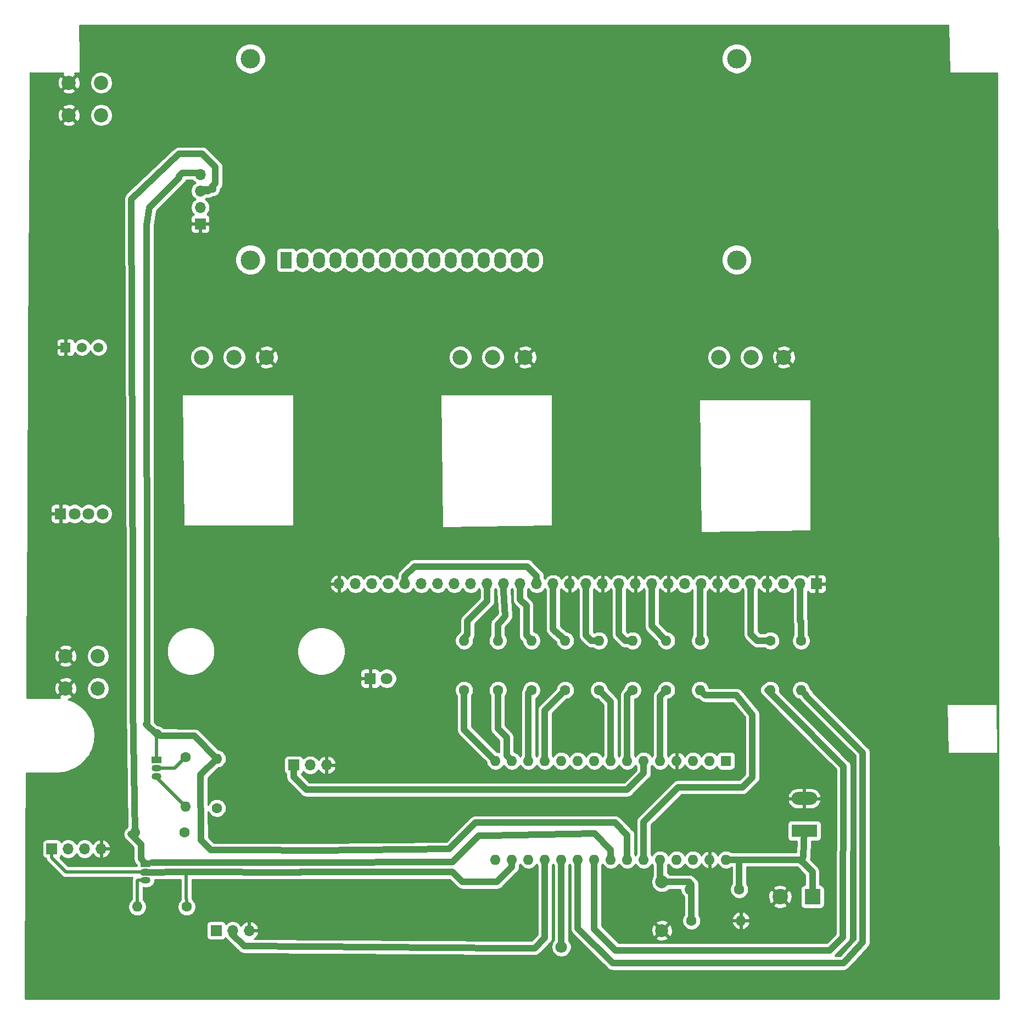
<source format=gbr>
G04 #@! TF.GenerationSoftware,KiCad,Pcbnew,(5.1.5)-3*
G04 #@! TF.CreationDate,2020-05-04T10:21:06+03:00*
G04 #@! TF.ProjectId,respirator-control_rev2,72657370-6972-4617-946f-722d636f6e74,rev?*
G04 #@! TF.SameCoordinates,Original*
G04 #@! TF.FileFunction,Copper,L2,Bot*
G04 #@! TF.FilePolarity,Positive*
%FSLAX46Y46*%
G04 Gerber Fmt 4.6, Leading zero omitted, Abs format (unit mm)*
G04 Created by KiCad (PCBNEW (5.1.5)-3) date 2020-05-04 10:21:06*
%MOMM*%
%LPD*%
G04 APERTURE LIST*
%ADD10O,1.600000X1.600000*%
%ADD11C,1.600000*%
%ADD12R,1.500000X1.050000*%
%ADD13O,1.500000X1.050000*%
%ADD14O,1.700000X1.700000*%
%ADD15R,1.700000X1.700000*%
%ADD16C,1.800000*%
%ADD17R,1.800000X1.800000*%
%ADD18C,2.340000*%
%ADD19C,2.200000*%
%ADD20C,2.000000*%
%ADD21C,3.000000*%
%ADD22O,1.800000X2.600000*%
%ADD23R,1.800000X2.600000*%
%ADD24C,1.524000*%
%ADD25R,1.524000X1.524000*%
%ADD26R,1.600000X1.600000*%
%ADD27R,3.960000X1.980000*%
%ADD28O,3.960000X1.980000*%
%ADD29R,2.400000X2.400000*%
%ADD30C,2.400000*%
%ADD31C,1.016000*%
%ADD32C,0.500000*%
%ADD33C,0.254000*%
G04 APERTURE END LIST*
D10*
X156605300Y-191583500D03*
D11*
X156605300Y-183963500D03*
D10*
X149137700Y-207039400D03*
D11*
X156757700Y-207039400D03*
D10*
X161431300Y-184192100D03*
D11*
X161431300Y-191812100D03*
D10*
X148794800Y-195545900D03*
D11*
X156414800Y-195545900D03*
D12*
X152134900Y-184369900D03*
D13*
X152134900Y-186909900D03*
X152134900Y-185639900D03*
D12*
X150445800Y-200384600D03*
D13*
X150445800Y-202924600D03*
X150445800Y-201654600D03*
D14*
X143562400Y-198111300D03*
X141022400Y-198111300D03*
X138482400Y-198111300D03*
D15*
X135942400Y-198111300D03*
D14*
X178335000Y-185170000D03*
X175795000Y-185170000D03*
D15*
X173255000Y-185170000D03*
D14*
X166384300Y-210709700D03*
X163844300Y-210709700D03*
D15*
X161304300Y-210709700D03*
D14*
X158854000Y-94110000D03*
X158854000Y-96650000D03*
X158854000Y-99190000D03*
D15*
X158854000Y-101730000D03*
D16*
X143791000Y-146431000D03*
X141632000Y-146431000D03*
X139473000Y-146431000D03*
D17*
X137314000Y-146431000D03*
D18*
X238820000Y-122301000D03*
X243820000Y-122301000D03*
X248820000Y-122301000D03*
X198942000Y-122301000D03*
X203942000Y-122301000D03*
X208942000Y-122301000D03*
X159064000Y-122301000D03*
X164064000Y-122301000D03*
X169064000Y-122301000D03*
D19*
X138076000Y-173355000D03*
X143076000Y-173355000D03*
X138076000Y-168355000D03*
X143076000Y-168355000D03*
X138584000Y-84963000D03*
X143584000Y-84963000D03*
X138584000Y-79963000D03*
X143584000Y-79963000D03*
D20*
X230024000Y-203193000D03*
X230024000Y-210693000D03*
D16*
X187606000Y-171831000D03*
D17*
X185066000Y-171831000D03*
D21*
X241612000Y-107315000D03*
X241611480Y-76314300D03*
X166612900Y-76314300D03*
X166612900Y-107315000D03*
D22*
X210212000Y-107315000D03*
X207672000Y-107315000D03*
X205132000Y-107315000D03*
X202592000Y-107315000D03*
X200052000Y-107315000D03*
X197512000Y-107315000D03*
X194972000Y-107315000D03*
X192432000Y-107315000D03*
X189892000Y-107315000D03*
X187352000Y-107315000D03*
X184812000Y-107315000D03*
X182272000Y-107315000D03*
X179732000Y-107315000D03*
X177192000Y-107315000D03*
X174652000Y-107315000D03*
D23*
X172112000Y-107315000D03*
D24*
X143156000Y-120777000D03*
X140616000Y-120777000D03*
D25*
X138076000Y-120777000D03*
D10*
X242216000Y-209169000D03*
D11*
X234596000Y-209169000D03*
D10*
X234342000Y-204343000D03*
D11*
X241962000Y-204343000D03*
D10*
X204370000Y-199771000D03*
X204370000Y-184531000D03*
X239930000Y-199771000D03*
X206910000Y-184531000D03*
X237390000Y-199771000D03*
X209450000Y-184531000D03*
X234850000Y-199771000D03*
X211990000Y-184531000D03*
X232310000Y-199771000D03*
X214530000Y-184531000D03*
X229770000Y-199771000D03*
X217070000Y-184531000D03*
X227230000Y-199771000D03*
X219610000Y-184531000D03*
X224690000Y-199771000D03*
X222150000Y-184531000D03*
X222150000Y-199771000D03*
X224690000Y-184531000D03*
X219610000Y-199771000D03*
X227230000Y-184531000D03*
X217070000Y-199771000D03*
X229770000Y-184531000D03*
X214530000Y-199771000D03*
X232310000Y-184531000D03*
X211990000Y-199771000D03*
X234850000Y-184531000D03*
X209450000Y-199771000D03*
X237390000Y-184531000D03*
X206910000Y-199771000D03*
D26*
X239930000Y-184531000D03*
D27*
X251995000Y-195326000D03*
D28*
X251995000Y-190326000D03*
D29*
X253265000Y-205486000D03*
D30*
X248265000Y-205486000D03*
D15*
X253900000Y-157226000D03*
D14*
X251360000Y-157226000D03*
X248820000Y-157226000D03*
X246280000Y-157226000D03*
X243740000Y-157226000D03*
X241200000Y-157226000D03*
X238660000Y-157226000D03*
X236120000Y-157226000D03*
X233580000Y-157226000D03*
X231040000Y-157226000D03*
X228500000Y-157226000D03*
X225960000Y-157226000D03*
X223420000Y-157226000D03*
X220880000Y-157226000D03*
X218340000Y-157226000D03*
X215800000Y-157226000D03*
X213260000Y-157226000D03*
X210720000Y-157226000D03*
X208180000Y-157226000D03*
X205640000Y-157226000D03*
X203100000Y-157226000D03*
X200560000Y-157226000D03*
X198020000Y-157226000D03*
X195480000Y-157226000D03*
X192940000Y-157226000D03*
X190400000Y-157226000D03*
X187860000Y-157226000D03*
X185320000Y-157226000D03*
X182780000Y-157226000D03*
X180240000Y-157226000D03*
D11*
X215126900Y-173609000D03*
D10*
X215126900Y-165989000D03*
X209932600Y-165989000D03*
D11*
X209932600Y-173609000D03*
X204738300Y-173609000D03*
D10*
X204738300Y-165989000D03*
X199544000Y-165989000D03*
D11*
X199544000Y-173609000D03*
X230709800Y-173609000D03*
D10*
X230709800Y-165989000D03*
D11*
X225515500Y-173609000D03*
D10*
X225515500Y-165989000D03*
X220321200Y-165989000D03*
D11*
X220321200Y-173609000D03*
X251487000Y-165989000D03*
D10*
X251487000Y-173609000D03*
X246788000Y-173609000D03*
D11*
X246788000Y-165989000D03*
X235904100Y-165989000D03*
D10*
X235904100Y-173609000D03*
D16*
X214530000Y-213233000D03*
D31*
X165635000Y-213110000D02*
X163730000Y-211205000D01*
X206376600Y-213414800D02*
X165635000Y-213110000D01*
X210402500Y-213414800D02*
X206376600Y-213414800D01*
X211990000Y-211827300D02*
X210402500Y-213414800D01*
X211990000Y-199771000D02*
X211990000Y-211827300D01*
X214530000Y-213233000D02*
X214530000Y-213233000D01*
X214530000Y-199771000D02*
X214530000Y-200902370D01*
X214530000Y-200902370D02*
X214530000Y-213233000D01*
X229770000Y-174548800D02*
X230709800Y-173609000D01*
X229770000Y-184531000D02*
X229770000Y-174548800D01*
X251360000Y-162941000D02*
X251360000Y-157226000D01*
X251487000Y-163068000D02*
X251487000Y-165989000D01*
X251360000Y-162941000D02*
X251487000Y-163068000D01*
X227230000Y-184531000D02*
X227230000Y-185662370D01*
X227230000Y-186440000D02*
X224690000Y-188980000D01*
X227230000Y-184531000D02*
X227230000Y-186440000D01*
X175199000Y-188980000D02*
X173255000Y-187036000D01*
X173255000Y-187036000D02*
X173255000Y-185170000D01*
X224690000Y-188980000D02*
X175199000Y-188980000D01*
X243740000Y-157226000D02*
X243740000Y-164973000D01*
X244756000Y-165989000D02*
X246788000Y-165989000D01*
X243740000Y-164973000D02*
X244756000Y-165989000D01*
X224690000Y-174434500D02*
X225515500Y-173609000D01*
X224690000Y-184531000D02*
X224690000Y-174434500D01*
X222150000Y-175437800D02*
X220321200Y-173609000D01*
X222150000Y-184531000D02*
X222150000Y-175437800D01*
X241491999Y-174408999D02*
X236704099Y-174408999D01*
X227230000Y-199771000D02*
X227230000Y-193929000D01*
X236704099Y-174408999D02*
X235904100Y-173609000D01*
X232564000Y-188595000D02*
X242470000Y-188595000D01*
X243994000Y-177419000D02*
X241491999Y-174408999D01*
X242470000Y-188595000D02*
X243994000Y-187071000D01*
X227230000Y-193929000D02*
X232564000Y-188595000D01*
X243994000Y-187071000D02*
X243994000Y-177419000D01*
X210720000Y-156023919D02*
X210720000Y-157226000D01*
X209255081Y-154559000D02*
X210720000Y-156023919D01*
X191864919Y-154559000D02*
X209255081Y-154559000D01*
X190400000Y-156023919D02*
X191864919Y-154559000D01*
X190400000Y-157226000D02*
X190400000Y-156023919D01*
X211990000Y-176745900D02*
X215126900Y-173609000D01*
X211990000Y-184531000D02*
X211990000Y-176745900D01*
X209450000Y-174091600D02*
X209932600Y-173609000D01*
X209450000Y-184531000D02*
X209450000Y-174091600D01*
X206110001Y-183731001D02*
X206110001Y-180937001D01*
X206910000Y-184531000D02*
X206110001Y-183731001D01*
X204738300Y-179565300D02*
X204738300Y-173609000D01*
X206110001Y-180937001D02*
X204738300Y-179565300D01*
X199544000Y-179705000D02*
X204370000Y-184531000D01*
X199544000Y-173609000D02*
X199544000Y-179705000D01*
X217070000Y-210353418D02*
X217070000Y-199771000D01*
X258006791Y-215730209D02*
X258472000Y-215265000D01*
X222446791Y-215730209D02*
X258006791Y-215730209D01*
X222446791Y-215730209D02*
X217070000Y-210353418D01*
X252286999Y-174408999D02*
X252286999Y-174535999D01*
X251487000Y-173609000D02*
X252286999Y-174408999D01*
X261012000Y-183261000D02*
X261012000Y-212471000D01*
X252286999Y-174535999D02*
X261012000Y-183261000D01*
X261012000Y-212471000D02*
X258472000Y-215265000D01*
X248832700Y-176149000D02*
X246292700Y-173609000D01*
X248832700Y-176161700D02*
X248832700Y-176149000D01*
X258043696Y-185372696D02*
X248832700Y-176161700D01*
X257964000Y-211709000D02*
X258043696Y-185372696D01*
X255918194Y-213754806D02*
X257964000Y-211709000D01*
X222898194Y-213754806D02*
X255918194Y-213754806D01*
X219610000Y-210466612D02*
X222898194Y-213754806D01*
X219610000Y-199771000D02*
X219610000Y-210466612D01*
X148490000Y-173101000D02*
X148490000Y-172847000D01*
X148490000Y-172847000D02*
X148487869Y-172218131D01*
X222150000Y-198639630D02*
X222150000Y-199771000D01*
X222150000Y-198247000D02*
X222150000Y-198639630D01*
X219649001Y-195746001D02*
X222150000Y-198247000D01*
X201830000Y-196092000D02*
X203354000Y-196092000D01*
X197766000Y-200156000D02*
X201830000Y-196092000D01*
X203354000Y-196092000D02*
X219649001Y-195746001D01*
X148487869Y-172218131D02*
X148490000Y-158500000D01*
X148490000Y-158500000D02*
X148236000Y-97917000D01*
X160813000Y-96393000D02*
X160813000Y-95885000D01*
X160813000Y-96393000D02*
X158650000Y-96393000D01*
X160813000Y-95885000D02*
X161190000Y-95508000D01*
X161190000Y-95508000D02*
X161190000Y-92968000D01*
X161190000Y-92968000D02*
X159158000Y-90936000D01*
X159158000Y-90936000D02*
X155602000Y-90936000D01*
X148236000Y-97917000D02*
X155602000Y-90936000D01*
X161190000Y-95516081D02*
X161190000Y-95508000D01*
X160056081Y-96650000D02*
X161190000Y-95516081D01*
X158854000Y-96650000D02*
X160056081Y-96650000D01*
X173648700Y-200206800D02*
X197766000Y-200156000D01*
D32*
X151766600Y-200384600D02*
X151944400Y-200206800D01*
X150445800Y-200384600D02*
X151766600Y-200384600D01*
D31*
X173648700Y-200206800D02*
X151944400Y-200206800D01*
X151944400Y-200206800D02*
X151391003Y-200206800D01*
X148488263Y-176332537D02*
X148487869Y-172218131D01*
X149721799Y-199660599D02*
X149721799Y-197425399D01*
X150182790Y-200121590D02*
X149721799Y-199660599D01*
X149721799Y-197425399D02*
X148121801Y-195825401D01*
X148794800Y-195545900D02*
X148488263Y-176332537D01*
X148121801Y-195825401D02*
X148794800Y-195545900D01*
X152693700Y-180636100D02*
X157352294Y-180712300D01*
X152249384Y-180191784D02*
X152693700Y-180636100D01*
X157951500Y-180712300D02*
X161431300Y-184192100D01*
X157352294Y-180712300D02*
X157951500Y-180712300D01*
D32*
X152134900Y-180306268D02*
X152249384Y-180191784D01*
X152134900Y-184369900D02*
X152134900Y-180306268D01*
X152566700Y-180636100D02*
X152274600Y-180928200D01*
X152693700Y-180636100D02*
X152566700Y-180636100D01*
D31*
X224690000Y-195961000D02*
X224690000Y-199771000D01*
X201322000Y-194060000D02*
X222785000Y-194056000D01*
X222785000Y-194056000D02*
X224690000Y-195961000D01*
X161431300Y-184192100D02*
X158904000Y-186719400D01*
X158904000Y-186719400D02*
X158992900Y-196777800D01*
X197258000Y-198124000D02*
X201322000Y-194060000D01*
X160513176Y-198298076D02*
X165943524Y-198298076D01*
X176747080Y-198364880D02*
X197258000Y-198124000D01*
X165943524Y-198298076D02*
X176747080Y-198364880D01*
X158992900Y-196777800D02*
X160513176Y-198298076D01*
X152134900Y-180306268D02*
X152134900Y-180293200D01*
X152071400Y-180445600D02*
X150509300Y-178883500D01*
X156110000Y-93853000D02*
X158650000Y-93853000D01*
X151030000Y-99187000D02*
X155602000Y-94615000D01*
X150572800Y-101921500D02*
X151030000Y-99187000D01*
X150649000Y-179061300D02*
X150572800Y-101921500D01*
X155602000Y-94361000D02*
X156110000Y-93853000D01*
X155602000Y-94615000D02*
X155602000Y-94361000D01*
X235904100Y-157441900D02*
X236120000Y-157226000D01*
X235904100Y-165989000D02*
X235904100Y-157441900D01*
X228500000Y-163779200D02*
X230709800Y-165989000D01*
X228500000Y-157226000D02*
X228500000Y-163779200D01*
X225515500Y-165989000D02*
X224384130Y-165989000D01*
X223420000Y-165024870D02*
X223420000Y-157226000D01*
X224384130Y-165989000D02*
X223420000Y-165024870D01*
X218340000Y-165139170D02*
X218340000Y-157226000D01*
X220321200Y-165989000D02*
X219189830Y-165989000D01*
X219189830Y-165989000D02*
X218340000Y-165139170D01*
X213260000Y-157226000D02*
X213260000Y-161417000D01*
X214326901Y-165189001D02*
X214238001Y-165189001D01*
X215126900Y-165989000D02*
X214326901Y-165189001D01*
X213260000Y-164211000D02*
X213260000Y-161417000D01*
X214238001Y-165189001D02*
X213260000Y-164211000D01*
X209132601Y-160591601D02*
X208180000Y-159639000D01*
X209132601Y-165189001D02*
X209132601Y-160591601D01*
X209932600Y-165989000D02*
X209132601Y-165189001D01*
X208180000Y-159639000D02*
X208180000Y-157226000D01*
X205640000Y-158369000D02*
X205640000Y-157226000D01*
X205246300Y-162941000D02*
X205894000Y-162179000D01*
X205894000Y-162179000D02*
X205640000Y-158369000D01*
X204738300Y-163449000D02*
X204738300Y-165989000D01*
X205246300Y-162941000D02*
X204738300Y-163449000D01*
X203100000Y-159893000D02*
X203100000Y-157226000D01*
X200052000Y-162941000D02*
X203100000Y-159893000D01*
X200052000Y-165086196D02*
X199346598Y-165791598D01*
X200052000Y-162941000D02*
X200052000Y-165086196D01*
X174276652Y-201722810D02*
X174319462Y-201680000D01*
X204608370Y-203204000D02*
X206910000Y-200902370D01*
X206910000Y-200902370D02*
X206910000Y-199771000D01*
X197766000Y-201680000D02*
X199290000Y-203204000D01*
X174319462Y-201680000D02*
X197766000Y-201680000D01*
X199290000Y-203204000D02*
X204608370Y-203204000D01*
D32*
X154928900Y-185639900D02*
X156605300Y-183963500D01*
X152134900Y-185639900D02*
X154928900Y-185639900D01*
X149195800Y-201654600D02*
X150445800Y-201654600D01*
X138135700Y-201654600D02*
X149195800Y-201654600D01*
X135942400Y-199461300D02*
X138135700Y-201654600D01*
X135942400Y-198111300D02*
X135942400Y-199461300D01*
X156757700Y-205908030D02*
X156706900Y-205857230D01*
X156757700Y-207039400D02*
X156757700Y-205908030D01*
D31*
X150056810Y-201722810D02*
X156706900Y-201705400D01*
D32*
X156706900Y-205857230D02*
X156706900Y-201705400D01*
D31*
X156706900Y-201705400D02*
X174276652Y-201722810D01*
X253265000Y-205486000D02*
X253265000Y-201676000D01*
X253265000Y-201676000D02*
X251995000Y-200406000D01*
X251868000Y-199263000D02*
X251995000Y-195326000D01*
X251360000Y-199771000D02*
X251614000Y-200025000D01*
X239930000Y-199771000D02*
X251360000Y-199771000D01*
X251995000Y-200406000D02*
X251614000Y-200025000D01*
X251614000Y-200025000D02*
X251868000Y-199263000D01*
X241962000Y-202311000D02*
X241962000Y-204343000D01*
X241962000Y-203327000D02*
X241962000Y-202311000D01*
X241962000Y-202311000D02*
X241962000Y-199771000D01*
X229770000Y-202939000D02*
X230024000Y-203193000D01*
X229770000Y-199771000D02*
X229770000Y-202939000D01*
X234596000Y-207645000D02*
X234596000Y-209169000D01*
X234596000Y-203581000D02*
X234596000Y-207645000D01*
X230024000Y-203193000D02*
X234208000Y-203193000D01*
X234208000Y-203193000D02*
X234596000Y-203581000D01*
D32*
X152134900Y-187113100D02*
X152134900Y-186909900D01*
X156605300Y-191583500D02*
X152134900Y-187113100D01*
X149195800Y-202924600D02*
X150445800Y-202924600D01*
X149137700Y-202982700D02*
X149195800Y-202924600D01*
X149137700Y-207039400D02*
X149137700Y-202982700D01*
D33*
G36*
X274347019Y-78361189D02*
G01*
X274349440Y-78383776D01*
X274356667Y-78407601D01*
X274368403Y-78429557D01*
X274384197Y-78448803D01*
X274403443Y-78464597D01*
X274425399Y-78476333D01*
X274449224Y-78483560D01*
X274474000Y-78486000D01*
X281725657Y-78486000D01*
X281966785Y-221234000D01*
X131853689Y-221234000D01*
X131983505Y-197261300D01*
X134454328Y-197261300D01*
X134454328Y-198961300D01*
X134466588Y-199085782D01*
X134502898Y-199205480D01*
X134561863Y-199315794D01*
X134641215Y-199412485D01*
X134737906Y-199491837D01*
X134848220Y-199550802D01*
X134967918Y-199587112D01*
X135066465Y-199596818D01*
X135070205Y-199634790D01*
X135120812Y-199801613D01*
X135202990Y-199955359D01*
X135285868Y-200056346D01*
X135285871Y-200056349D01*
X135313584Y-200090117D01*
X135347351Y-200117829D01*
X137479170Y-202249649D01*
X137506883Y-202283417D01*
X137540651Y-202311130D01*
X137540653Y-202311132D01*
X137641641Y-202394011D01*
X137795386Y-202476189D01*
X137924659Y-202515404D01*
X137962210Y-202526795D01*
X138092223Y-202539600D01*
X138092231Y-202539600D01*
X138135700Y-202543881D01*
X138179169Y-202539600D01*
X148371052Y-202539600D01*
X148316112Y-202642387D01*
X148265505Y-202809210D01*
X148248419Y-202982700D01*
X148252701Y-203026179D01*
X148252700Y-205904879D01*
X148222941Y-205924763D01*
X148023063Y-206124641D01*
X147866020Y-206359673D01*
X147757847Y-206620826D01*
X147702700Y-206898065D01*
X147702700Y-207180735D01*
X147757847Y-207457974D01*
X147866020Y-207719127D01*
X148023063Y-207954159D01*
X148222941Y-208154037D01*
X148457973Y-208311080D01*
X148719126Y-208419253D01*
X148996365Y-208474400D01*
X149279035Y-208474400D01*
X149556274Y-208419253D01*
X149817427Y-208311080D01*
X150052459Y-208154037D01*
X150252337Y-207954159D01*
X150409380Y-207719127D01*
X150517553Y-207457974D01*
X150572700Y-207180735D01*
X150572700Y-206898065D01*
X150517553Y-206620826D01*
X150409380Y-206359673D01*
X150252337Y-206124641D01*
X150052459Y-205924763D01*
X150022700Y-205904879D01*
X150022700Y-204070701D01*
X150163821Y-204084600D01*
X150727779Y-204084600D01*
X150898200Y-204067815D01*
X151116860Y-204001485D01*
X151318379Y-203893771D01*
X151495012Y-203748812D01*
X151639971Y-203572179D01*
X151747685Y-203370660D01*
X151814015Y-203152000D01*
X151836412Y-202924600D01*
X151830165Y-202861171D01*
X155821901Y-202850721D01*
X155821900Y-205813761D01*
X155817619Y-205857230D01*
X155821900Y-205900699D01*
X155821900Y-205900706D01*
X155825943Y-205941761D01*
X155643063Y-206124641D01*
X155486020Y-206359673D01*
X155377847Y-206620826D01*
X155322700Y-206898065D01*
X155322700Y-207180735D01*
X155377847Y-207457974D01*
X155486020Y-207719127D01*
X155643063Y-207954159D01*
X155842941Y-208154037D01*
X156077973Y-208311080D01*
X156339126Y-208419253D01*
X156616365Y-208474400D01*
X156899035Y-208474400D01*
X157176274Y-208419253D01*
X157437427Y-208311080D01*
X157672459Y-208154037D01*
X157872337Y-207954159D01*
X158029380Y-207719127D01*
X158137553Y-207457974D01*
X158192700Y-207180735D01*
X158192700Y-206898065D01*
X158137553Y-206620826D01*
X158029380Y-206359673D01*
X157872337Y-206124641D01*
X157672459Y-205924763D01*
X157646950Y-205907719D01*
X157642700Y-205864563D01*
X157642700Y-205864553D01*
X157629895Y-205734540D01*
X157591900Y-205609289D01*
X157591900Y-202849277D01*
X174219948Y-202865754D01*
X174276652Y-202871339D01*
X174387855Y-202860387D01*
X174499603Y-202849492D01*
X174500148Y-202849327D01*
X174500719Y-202849271D01*
X174587321Y-202823000D01*
X197292555Y-202823000D01*
X198442077Y-203972523D01*
X198477867Y-204016133D01*
X198651911Y-204158968D01*
X198850477Y-204265103D01*
X199000574Y-204310635D01*
X199065932Y-204330461D01*
X199088600Y-204332694D01*
X199233854Y-204347000D01*
X199233860Y-204347000D01*
X199289999Y-204352529D01*
X199346138Y-204347000D01*
X204552231Y-204347000D01*
X204608370Y-204352529D01*
X204664509Y-204347000D01*
X204664516Y-204347000D01*
X204832437Y-204330461D01*
X205047893Y-204265103D01*
X205246459Y-204158968D01*
X205420503Y-204016133D01*
X205456297Y-203972518D01*
X207678529Y-201750288D01*
X207722133Y-201714503D01*
X207757918Y-201670899D01*
X207757924Y-201670893D01*
X207864967Y-201540460D01*
X207864968Y-201540459D01*
X207971103Y-201341893D01*
X208025399Y-201162904D01*
X208036461Y-201126438D01*
X208041374Y-201076557D01*
X208053000Y-200958516D01*
X208053000Y-200958510D01*
X208058529Y-200902371D01*
X208053000Y-200846232D01*
X208053000Y-200643311D01*
X208180000Y-200453241D01*
X208335363Y-200685759D01*
X208535241Y-200885637D01*
X208770273Y-201042680D01*
X209031426Y-201150853D01*
X209308665Y-201206000D01*
X209591335Y-201206000D01*
X209868574Y-201150853D01*
X210129727Y-201042680D01*
X210364759Y-200885637D01*
X210564637Y-200685759D01*
X210720000Y-200453241D01*
X210847000Y-200643311D01*
X210847001Y-211353853D01*
X209929055Y-212271800D01*
X206380744Y-212271800D01*
X167155241Y-211978341D01*
X167384569Y-211807288D01*
X167579478Y-211591055D01*
X167728457Y-211340952D01*
X167825781Y-211066591D01*
X167705114Y-210836700D01*
X166511300Y-210836700D01*
X166511300Y-210856700D01*
X166257300Y-210856700D01*
X166257300Y-210836700D01*
X166237300Y-210836700D01*
X166237300Y-210582700D01*
X166257300Y-210582700D01*
X166257300Y-209389545D01*
X166511300Y-209389545D01*
X166511300Y-210582700D01*
X167705114Y-210582700D01*
X167825781Y-210352809D01*
X167728457Y-210078448D01*
X167579478Y-209828345D01*
X167384569Y-209612112D01*
X167151220Y-209438059D01*
X166888399Y-209312875D01*
X166741190Y-209268224D01*
X166511300Y-209389545D01*
X166257300Y-209389545D01*
X166027410Y-209268224D01*
X165880201Y-209312875D01*
X165617380Y-209438059D01*
X165384031Y-209612112D01*
X165189122Y-209828345D01*
X165119495Y-209945234D01*
X164997775Y-209763068D01*
X164790932Y-209556225D01*
X164547711Y-209393710D01*
X164277458Y-209281768D01*
X163990560Y-209224700D01*
X163698040Y-209224700D01*
X163411142Y-209281768D01*
X163140889Y-209393710D01*
X162897668Y-209556225D01*
X162765813Y-209688080D01*
X162743802Y-209615520D01*
X162684837Y-209505206D01*
X162605485Y-209408515D01*
X162508794Y-209329163D01*
X162398480Y-209270198D01*
X162278782Y-209233888D01*
X162154300Y-209221628D01*
X160454300Y-209221628D01*
X160329818Y-209233888D01*
X160210120Y-209270198D01*
X160099806Y-209329163D01*
X160003115Y-209408515D01*
X159923763Y-209505206D01*
X159864798Y-209615520D01*
X159828488Y-209735218D01*
X159816228Y-209859700D01*
X159816228Y-211559700D01*
X159828488Y-211684182D01*
X159864798Y-211803880D01*
X159923763Y-211914194D01*
X160003115Y-212010885D01*
X160099806Y-212090237D01*
X160210120Y-212149202D01*
X160329818Y-212185512D01*
X160454300Y-212197772D01*
X162154300Y-212197772D01*
X162278782Y-212185512D01*
X162398480Y-212149202D01*
X162508794Y-212090237D01*
X162605485Y-212010885D01*
X162684837Y-211914194D01*
X162743802Y-211803880D01*
X162747522Y-211791618D01*
X162775033Y-211843088D01*
X162882076Y-211973521D01*
X164784053Y-213875499D01*
X164816815Y-213916034D01*
X164863439Y-213954885D01*
X164866478Y-213957924D01*
X164906660Y-213990900D01*
X164989785Y-214060167D01*
X164993576Y-214062230D01*
X164996911Y-214064967D01*
X165092429Y-214116022D01*
X165187552Y-214167785D01*
X165191671Y-214169068D01*
X165195476Y-214171102D01*
X165299146Y-214202550D01*
X165402513Y-214234753D01*
X165406800Y-214235208D01*
X165410932Y-214236461D01*
X165518760Y-214247081D01*
X165570305Y-214252547D01*
X165574587Y-214252579D01*
X165635000Y-214258529D01*
X165686883Y-214253419D01*
X206316190Y-214557380D01*
X206320454Y-214557800D01*
X206372330Y-214557800D01*
X206424193Y-214558188D01*
X206428459Y-214557800D01*
X210346361Y-214557800D01*
X210402500Y-214563329D01*
X210458639Y-214557800D01*
X210458646Y-214557800D01*
X210626567Y-214541261D01*
X210842023Y-214475903D01*
X211040589Y-214369768D01*
X211214633Y-214226933D01*
X211250427Y-214183318D01*
X212758523Y-212675223D01*
X212802133Y-212639433D01*
X212838672Y-212594911D01*
X212894285Y-212527146D01*
X212944968Y-212465389D01*
X213051103Y-212266823D01*
X213116461Y-212051367D01*
X213133000Y-211883446D01*
X213133000Y-211883440D01*
X213138529Y-211827301D01*
X213133000Y-211771162D01*
X213133000Y-200643311D01*
X213260000Y-200453241D01*
X213387000Y-200643311D01*
X213387000Y-200846225D01*
X213387001Y-212205182D01*
X213337688Y-212254495D01*
X213169701Y-212505905D01*
X213053989Y-212785257D01*
X212995000Y-213081816D01*
X212995000Y-213384184D01*
X213053989Y-213680743D01*
X213169701Y-213960095D01*
X213337688Y-214211505D01*
X213551495Y-214425312D01*
X213802905Y-214593299D01*
X214082257Y-214709011D01*
X214378816Y-214768000D01*
X214681184Y-214768000D01*
X214977743Y-214709011D01*
X215257095Y-214593299D01*
X215508505Y-214425312D01*
X215722312Y-214211505D01*
X215890299Y-213960095D01*
X216006011Y-213680743D01*
X216065000Y-213384184D01*
X216065000Y-213081816D01*
X216006011Y-212785257D01*
X215890299Y-212505905D01*
X215722312Y-212254495D01*
X215673000Y-212205183D01*
X215673000Y-200643311D01*
X215800000Y-200453241D01*
X215927001Y-200643312D01*
X215927000Y-210297279D01*
X215921471Y-210353418D01*
X215927000Y-210409557D01*
X215927000Y-210409563D01*
X215929418Y-210434108D01*
X215943539Y-210577485D01*
X215959592Y-210630405D01*
X216008897Y-210792940D01*
X216115032Y-210991506D01*
X216257867Y-211165551D01*
X216301482Y-211201345D01*
X221598868Y-216498732D01*
X221634658Y-216542342D01*
X221808702Y-216685177D01*
X222007268Y-216791312D01*
X222157365Y-216836844D01*
X222222723Y-216856670D01*
X222243308Y-216858697D01*
X222390645Y-216873209D01*
X222390652Y-216873209D01*
X222446791Y-216878738D01*
X222502930Y-216873209D01*
X257950652Y-216873209D01*
X258006791Y-216878738D01*
X258062930Y-216873209D01*
X258062937Y-216873209D01*
X258230858Y-216856670D01*
X258446314Y-216791312D01*
X258644880Y-216685177D01*
X258818924Y-216542342D01*
X258854719Y-216498726D01*
X259259785Y-216093660D01*
X259279983Y-216075409D01*
X259299453Y-216053992D01*
X259319924Y-216033521D01*
X259337197Y-216012473D01*
X261801623Y-213301607D01*
X261824133Y-213283133D01*
X261877193Y-213218480D01*
X261895519Y-213198321D01*
X261912806Y-213175085D01*
X261966968Y-213109089D01*
X261979885Y-213084924D01*
X261996237Y-213062944D01*
X262032853Y-212985826D01*
X262073103Y-212910523D01*
X262081057Y-212884302D01*
X262092807Y-212859555D01*
X262113673Y-212776781D01*
X262138461Y-212695067D01*
X262141147Y-212667796D01*
X262147843Y-212641234D01*
X262152160Y-212555984D01*
X262155000Y-212527146D01*
X262155000Y-212499890D01*
X262159229Y-212416371D01*
X262155000Y-212387562D01*
X262155000Y-183317139D01*
X262160529Y-183261000D01*
X262155000Y-183204861D01*
X262155000Y-183204854D01*
X262138461Y-183036933D01*
X262103117Y-182920420D01*
X262073103Y-182821476D01*
X262012019Y-182707196D01*
X261966968Y-182622911D01*
X261824133Y-182448867D01*
X261780524Y-182413078D01*
X255264635Y-175897189D01*
X273966019Y-175897189D01*
X274093019Y-183263189D01*
X274095440Y-183285776D01*
X274102667Y-183309601D01*
X274114403Y-183331557D01*
X274130197Y-183350803D01*
X274149443Y-183366597D01*
X274171399Y-183378333D01*
X274195224Y-183385560D01*
X274220000Y-183388000D01*
X281713000Y-183388000D01*
X281739920Y-183385114D01*
X281763616Y-183377477D01*
X281785367Y-183365365D01*
X281804337Y-183349241D01*
X281819797Y-183329727D01*
X281831153Y-183307571D01*
X281837968Y-183283626D01*
X281839981Y-183258811D01*
X281712981Y-175892811D01*
X281710560Y-175870224D01*
X281703333Y-175846399D01*
X281691597Y-175824443D01*
X281675803Y-175805197D01*
X281656557Y-175789403D01*
X281634601Y-175777667D01*
X281610776Y-175770440D01*
X281586000Y-175768000D01*
X274093000Y-175768000D01*
X274066080Y-175770886D01*
X274042384Y-175778523D01*
X274020633Y-175790635D01*
X274001663Y-175806759D01*
X273986203Y-175826273D01*
X273974847Y-175848429D01*
X273968032Y-175872374D01*
X273966019Y-175897189D01*
X255264635Y-175897189D01*
X253352971Y-173985526D01*
X253348102Y-173969476D01*
X253241967Y-173770910D01*
X253099132Y-173596866D01*
X253055523Y-173561077D01*
X252912040Y-173417594D01*
X252866853Y-173190426D01*
X252758680Y-172929273D01*
X252601637Y-172694241D01*
X252401759Y-172494363D01*
X252166727Y-172337320D01*
X251905574Y-172229147D01*
X251628335Y-172174000D01*
X251345665Y-172174000D01*
X251068426Y-172229147D01*
X250807273Y-172337320D01*
X250572241Y-172494363D01*
X250372363Y-172694241D01*
X250215320Y-172929273D01*
X250107147Y-173190426D01*
X250052000Y-173467665D01*
X250052000Y-173750335D01*
X250107147Y-174027574D01*
X250215320Y-174288727D01*
X250372363Y-174523759D01*
X250572241Y-174723637D01*
X250807273Y-174880680D01*
X251068426Y-174988853D01*
X251252604Y-175025489D01*
X251332031Y-175174088D01*
X251474866Y-175348132D01*
X251518480Y-175383925D01*
X259869000Y-183734446D01*
X259869001Y-212029108D01*
X257644541Y-214476014D01*
X257533346Y-214587209D01*
X256705628Y-214587209D01*
X256730327Y-214566939D01*
X256766121Y-214523324D01*
X258731304Y-212558142D01*
X258773671Y-212523586D01*
X258810689Y-212478757D01*
X258811924Y-212477522D01*
X258846650Y-212435208D01*
X258917032Y-212349975D01*
X258917859Y-212348439D01*
X258918967Y-212347089D01*
X258971313Y-212249157D01*
X259023768Y-212151731D01*
X259024278Y-212150067D01*
X259025103Y-212148524D01*
X259057374Y-212042141D01*
X259089777Y-211936474D01*
X259089953Y-211934744D01*
X259090461Y-211933068D01*
X259101341Y-211822601D01*
X259106824Y-211768604D01*
X259106829Y-211766873D01*
X259112529Y-211709000D01*
X259107169Y-211654578D01*
X259186525Y-185430565D01*
X259192225Y-185372695D01*
X259181349Y-185262267D01*
X259170829Y-185152039D01*
X259170329Y-185150372D01*
X259170157Y-185148628D01*
X259137946Y-185042444D01*
X259106124Y-184936386D01*
X259105304Y-184934841D01*
X259104798Y-184933172D01*
X259052552Y-184835427D01*
X259000590Y-184737500D01*
X258999487Y-184736148D01*
X258998663Y-184734606D01*
X258928240Y-184648796D01*
X258858282Y-184563024D01*
X258813447Y-184526001D01*
X249738751Y-175451306D01*
X249680623Y-175380477D01*
X249680622Y-175380476D01*
X249644833Y-175336867D01*
X249601223Y-175301077D01*
X248194377Y-173894231D01*
X248223000Y-173750335D01*
X248223000Y-173467665D01*
X248167853Y-173190426D01*
X248059680Y-172929273D01*
X247902637Y-172694241D01*
X247702759Y-172494363D01*
X247467727Y-172337320D01*
X247206574Y-172229147D01*
X246929335Y-172174000D01*
X246646665Y-172174000D01*
X246369426Y-172229147D01*
X246108273Y-172337320D01*
X245873241Y-172494363D01*
X245781272Y-172586332D01*
X245654612Y-172654033D01*
X245480567Y-172796867D01*
X245337733Y-172970912D01*
X245231598Y-173169477D01*
X245166239Y-173384933D01*
X245144171Y-173609000D01*
X245166239Y-173833067D01*
X245231598Y-174048523D01*
X245337733Y-174247088D01*
X245444776Y-174377521D01*
X247926655Y-176859401D01*
X248020567Y-176973833D01*
X248064183Y-177009628D01*
X256899263Y-185844709D01*
X256822432Y-211234122D01*
X255444749Y-212611806D01*
X223371640Y-212611806D01*
X222588247Y-211828413D01*
X229068192Y-211828413D01*
X229163956Y-212092814D01*
X229453571Y-212233704D01*
X229765108Y-212315384D01*
X230086595Y-212334718D01*
X230405675Y-212290961D01*
X230710088Y-212185795D01*
X230884044Y-212092814D01*
X230979808Y-211828413D01*
X230024000Y-210872605D01*
X229068192Y-211828413D01*
X222588247Y-211828413D01*
X221515429Y-210755595D01*
X228382282Y-210755595D01*
X228426039Y-211074675D01*
X228531205Y-211379088D01*
X228624186Y-211553044D01*
X228888587Y-211648808D01*
X229844395Y-210693000D01*
X230203605Y-210693000D01*
X231159413Y-211648808D01*
X231423814Y-211553044D01*
X231564704Y-211263429D01*
X231646384Y-210951892D01*
X231665718Y-210630405D01*
X231621961Y-210311325D01*
X231516795Y-210006912D01*
X231423814Y-209832956D01*
X231159413Y-209737192D01*
X230203605Y-210693000D01*
X229844395Y-210693000D01*
X228888587Y-209737192D01*
X228624186Y-209832956D01*
X228483296Y-210122571D01*
X228401616Y-210434108D01*
X228382282Y-210755595D01*
X221515429Y-210755595D01*
X220753000Y-209993167D01*
X220753000Y-209557587D01*
X229068192Y-209557587D01*
X230024000Y-210513395D01*
X230979808Y-209557587D01*
X230884044Y-209293186D01*
X230594429Y-209152296D01*
X230282892Y-209070616D01*
X229961405Y-209051282D01*
X229642325Y-209095039D01*
X229337912Y-209200205D01*
X229163956Y-209293186D01*
X229068192Y-209557587D01*
X220753000Y-209557587D01*
X220753000Y-200643311D01*
X220880000Y-200453241D01*
X221035363Y-200685759D01*
X221235241Y-200885637D01*
X221470273Y-201042680D01*
X221731426Y-201150853D01*
X222008665Y-201206000D01*
X222291335Y-201206000D01*
X222568574Y-201150853D01*
X222829727Y-201042680D01*
X223064759Y-200885637D01*
X223264637Y-200685759D01*
X223420000Y-200453241D01*
X223575363Y-200685759D01*
X223775241Y-200885637D01*
X224010273Y-201042680D01*
X224271426Y-201150853D01*
X224548665Y-201206000D01*
X224831335Y-201206000D01*
X225108574Y-201150853D01*
X225369727Y-201042680D01*
X225604759Y-200885637D01*
X225804637Y-200685759D01*
X225960000Y-200453241D01*
X226115363Y-200685759D01*
X226315241Y-200885637D01*
X226550273Y-201042680D01*
X226811426Y-201150853D01*
X227088665Y-201206000D01*
X227371335Y-201206000D01*
X227648574Y-201150853D01*
X227909727Y-201042680D01*
X228144759Y-200885637D01*
X228344637Y-200685759D01*
X228500000Y-200453241D01*
X228627000Y-200643311D01*
X228627001Y-202340835D01*
X228575082Y-202418537D01*
X228451832Y-202716088D01*
X228389000Y-203031967D01*
X228389000Y-203354033D01*
X228451832Y-203669912D01*
X228575082Y-203967463D01*
X228754013Y-204235252D01*
X228981748Y-204462987D01*
X229249537Y-204641918D01*
X229547088Y-204765168D01*
X229862967Y-204828000D01*
X230185033Y-204828000D01*
X230500912Y-204765168D01*
X230798463Y-204641918D01*
X231066252Y-204462987D01*
X231193239Y-204336000D01*
X232907000Y-204336000D01*
X232907000Y-204484335D01*
X232962147Y-204761574D01*
X233070320Y-205022727D01*
X233227363Y-205257759D01*
X233427241Y-205457637D01*
X233453000Y-205474849D01*
X233453001Y-207588845D01*
X233453000Y-207588855D01*
X233453000Y-208296689D01*
X233324320Y-208489273D01*
X233216147Y-208750426D01*
X233161000Y-209027665D01*
X233161000Y-209310335D01*
X233216147Y-209587574D01*
X233324320Y-209848727D01*
X233481363Y-210083759D01*
X233681241Y-210283637D01*
X233916273Y-210440680D01*
X234177426Y-210548853D01*
X234454665Y-210604000D01*
X234737335Y-210604000D01*
X235014574Y-210548853D01*
X235275727Y-210440680D01*
X235510759Y-210283637D01*
X235710637Y-210083759D01*
X235867680Y-209848727D01*
X235975853Y-209587574D01*
X235989684Y-209518039D01*
X240824096Y-209518039D01*
X240864754Y-209652087D01*
X240984963Y-209906420D01*
X241152481Y-210132414D01*
X241360869Y-210321385D01*
X241602119Y-210466070D01*
X241866960Y-210560909D01*
X242089000Y-210439624D01*
X242089000Y-209296000D01*
X242343000Y-209296000D01*
X242343000Y-210439624D01*
X242565040Y-210560909D01*
X242829881Y-210466070D01*
X243071131Y-210321385D01*
X243279519Y-210132414D01*
X243447037Y-209906420D01*
X243567246Y-209652087D01*
X243607904Y-209518039D01*
X243485915Y-209296000D01*
X242343000Y-209296000D01*
X242089000Y-209296000D01*
X240946085Y-209296000D01*
X240824096Y-209518039D01*
X235989684Y-209518039D01*
X236031000Y-209310335D01*
X236031000Y-209027665D01*
X235989685Y-208819961D01*
X240824096Y-208819961D01*
X240946085Y-209042000D01*
X242089000Y-209042000D01*
X242089000Y-207898376D01*
X242343000Y-207898376D01*
X242343000Y-209042000D01*
X243485915Y-209042000D01*
X243607904Y-208819961D01*
X243567246Y-208685913D01*
X243447037Y-208431580D01*
X243279519Y-208205586D01*
X243071131Y-208016615D01*
X242829881Y-207871930D01*
X242565040Y-207777091D01*
X242343000Y-207898376D01*
X242089000Y-207898376D01*
X241866960Y-207777091D01*
X241602119Y-207871930D01*
X241360869Y-208016615D01*
X241152481Y-208205586D01*
X240984963Y-208431580D01*
X240864754Y-208685913D01*
X240824096Y-208819961D01*
X235989685Y-208819961D01*
X235975853Y-208750426D01*
X235867680Y-208489273D01*
X235739000Y-208296689D01*
X235739000Y-206763980D01*
X247166626Y-206763980D01*
X247286514Y-207048836D01*
X247610210Y-207209699D01*
X247959069Y-207304322D01*
X248319684Y-207329067D01*
X248678198Y-207282985D01*
X249020833Y-207167846D01*
X249243486Y-207048836D01*
X249363374Y-206763980D01*
X248265000Y-205665605D01*
X247166626Y-206763980D01*
X235739000Y-206763980D01*
X235739000Y-204675371D01*
X235777000Y-204484335D01*
X235777000Y-204201665D01*
X235739000Y-204010629D01*
X235739000Y-203637139D01*
X235744529Y-203581000D01*
X235739000Y-203524861D01*
X235739000Y-203524854D01*
X235722461Y-203356933D01*
X235721582Y-203354033D01*
X235694547Y-203264913D01*
X235657103Y-203141477D01*
X235550968Y-202942911D01*
X235408133Y-202768867D01*
X235364519Y-202733074D01*
X235055928Y-202424483D01*
X235020133Y-202380867D01*
X234846089Y-202238032D01*
X234647523Y-202131897D01*
X234432067Y-202066539D01*
X234264146Y-202050000D01*
X234264139Y-202050000D01*
X234208000Y-202044471D01*
X234151861Y-202050000D01*
X231193239Y-202050000D01*
X231066252Y-201923013D01*
X230913000Y-201820613D01*
X230913000Y-200643311D01*
X231040000Y-200453241D01*
X231195363Y-200685759D01*
X231395241Y-200885637D01*
X231630273Y-201042680D01*
X231891426Y-201150853D01*
X232168665Y-201206000D01*
X232451335Y-201206000D01*
X232728574Y-201150853D01*
X232989727Y-201042680D01*
X233224759Y-200885637D01*
X233424637Y-200685759D01*
X233580000Y-200453241D01*
X233735363Y-200685759D01*
X233935241Y-200885637D01*
X234170273Y-201042680D01*
X234431426Y-201150853D01*
X234708665Y-201206000D01*
X234991335Y-201206000D01*
X235268574Y-201150853D01*
X235529727Y-201042680D01*
X235764759Y-200885637D01*
X235964637Y-200685759D01*
X236121680Y-200450727D01*
X236126067Y-200440135D01*
X236237615Y-200626131D01*
X236426586Y-200834519D01*
X236652580Y-201002037D01*
X236906913Y-201122246D01*
X237040961Y-201162904D01*
X237263000Y-201040915D01*
X237263000Y-199898000D01*
X237243000Y-199898000D01*
X237243000Y-199644000D01*
X237263000Y-199644000D01*
X237263000Y-198501085D01*
X237517000Y-198501085D01*
X237517000Y-199644000D01*
X237537000Y-199644000D01*
X237537000Y-199898000D01*
X237517000Y-199898000D01*
X237517000Y-201040915D01*
X237739039Y-201162904D01*
X237873087Y-201122246D01*
X238127420Y-201002037D01*
X238353414Y-200834519D01*
X238542385Y-200626131D01*
X238653933Y-200440135D01*
X238658320Y-200450727D01*
X238815363Y-200685759D01*
X239015241Y-200885637D01*
X239250273Y-201042680D01*
X239511426Y-201150853D01*
X239788665Y-201206000D01*
X240071335Y-201206000D01*
X240348574Y-201150853D01*
X240609727Y-201042680D01*
X240802311Y-200914000D01*
X240819001Y-200914000D01*
X240819000Y-202254854D01*
X240819000Y-203383145D01*
X240819001Y-203383150D01*
X240819001Y-203470688D01*
X240690320Y-203663273D01*
X240582147Y-203924426D01*
X240527000Y-204201665D01*
X240527000Y-204484335D01*
X240582147Y-204761574D01*
X240690320Y-205022727D01*
X240847363Y-205257759D01*
X241047241Y-205457637D01*
X241282273Y-205614680D01*
X241543426Y-205722853D01*
X241820665Y-205778000D01*
X242103335Y-205778000D01*
X242380574Y-205722853D01*
X242641727Y-205614680D01*
X242752470Y-205540684D01*
X246421933Y-205540684D01*
X246468015Y-205899198D01*
X246583154Y-206241833D01*
X246702164Y-206464486D01*
X246987020Y-206584374D01*
X248085395Y-205486000D01*
X248444605Y-205486000D01*
X249542980Y-206584374D01*
X249827836Y-206464486D01*
X249988699Y-206140790D01*
X250083322Y-205791931D01*
X250108067Y-205431316D01*
X250061985Y-205072802D01*
X249946846Y-204730167D01*
X249827836Y-204507514D01*
X249542980Y-204387626D01*
X248444605Y-205486000D01*
X248085395Y-205486000D01*
X246987020Y-204387626D01*
X246702164Y-204507514D01*
X246541301Y-204831210D01*
X246446678Y-205180069D01*
X246421933Y-205540684D01*
X242752470Y-205540684D01*
X242876759Y-205457637D01*
X243076637Y-205257759D01*
X243233680Y-205022727D01*
X243341853Y-204761574D01*
X243397000Y-204484335D01*
X243397000Y-204208020D01*
X247166626Y-204208020D01*
X248265000Y-205306395D01*
X249363374Y-204208020D01*
X249243486Y-203923164D01*
X248919790Y-203762301D01*
X248570931Y-203667678D01*
X248210316Y-203642933D01*
X247851802Y-203689015D01*
X247509167Y-203804154D01*
X247286514Y-203923164D01*
X247166626Y-204208020D01*
X243397000Y-204208020D01*
X243397000Y-204201665D01*
X243341853Y-203924426D01*
X243233680Y-203663273D01*
X243105000Y-203470689D01*
X243105000Y-200914000D01*
X250886555Y-200914000D01*
X251226478Y-201253924D01*
X251226483Y-201253928D01*
X252122001Y-202149447D01*
X252122000Y-203647928D01*
X252065000Y-203647928D01*
X251940518Y-203660188D01*
X251820820Y-203696498D01*
X251710506Y-203755463D01*
X251613815Y-203834815D01*
X251534463Y-203931506D01*
X251475498Y-204041820D01*
X251439188Y-204161518D01*
X251426928Y-204286000D01*
X251426928Y-206686000D01*
X251439188Y-206810482D01*
X251475498Y-206930180D01*
X251534463Y-207040494D01*
X251613815Y-207137185D01*
X251710506Y-207216537D01*
X251820820Y-207275502D01*
X251940518Y-207311812D01*
X252065000Y-207324072D01*
X254465000Y-207324072D01*
X254589482Y-207311812D01*
X254709180Y-207275502D01*
X254819494Y-207216537D01*
X254916185Y-207137185D01*
X254995537Y-207040494D01*
X255054502Y-206930180D01*
X255090812Y-206810482D01*
X255103072Y-206686000D01*
X255103072Y-204286000D01*
X255090812Y-204161518D01*
X255054502Y-204041820D01*
X254995537Y-203931506D01*
X254916185Y-203834815D01*
X254819494Y-203755463D01*
X254709180Y-203696498D01*
X254589482Y-203660188D01*
X254465000Y-203647928D01*
X254408000Y-203647928D01*
X254408000Y-201732138D01*
X254413529Y-201675999D01*
X254408000Y-201619860D01*
X254408000Y-201619854D01*
X254391461Y-201451933D01*
X254326103Y-201236477D01*
X254219968Y-201037911D01*
X254118276Y-200914000D01*
X254112924Y-200907478D01*
X254112923Y-200907477D01*
X254077133Y-200863867D01*
X254033523Y-200828077D01*
X252921732Y-199716287D01*
X252951535Y-199626880D01*
X252986651Y-199523269D01*
X252994362Y-199464478D01*
X253007511Y-199406650D01*
X253010496Y-199297045D01*
X253086075Y-196954072D01*
X253975000Y-196954072D01*
X254099482Y-196941812D01*
X254219180Y-196905502D01*
X254329494Y-196846537D01*
X254426185Y-196767185D01*
X254505537Y-196670494D01*
X254564502Y-196560180D01*
X254600812Y-196440482D01*
X254613072Y-196316000D01*
X254613072Y-194336000D01*
X254600812Y-194211518D01*
X254564502Y-194091820D01*
X254505537Y-193981506D01*
X254426185Y-193884815D01*
X254329494Y-193805463D01*
X254219180Y-193746498D01*
X254099482Y-193710188D01*
X253975000Y-193697928D01*
X250015000Y-193697928D01*
X249890518Y-193710188D01*
X249770820Y-193746498D01*
X249660506Y-193805463D01*
X249563815Y-193884815D01*
X249484463Y-193981506D01*
X249425498Y-194091820D01*
X249389188Y-194211518D01*
X249376928Y-194336000D01*
X249376928Y-196316000D01*
X249389188Y-196440482D01*
X249425498Y-196560180D01*
X249484463Y-196670494D01*
X249563815Y-196767185D01*
X249660506Y-196846537D01*
X249770820Y-196905502D01*
X249890518Y-196941812D01*
X250015000Y-196954072D01*
X250798888Y-196954072D01*
X250744890Y-198628000D01*
X242018146Y-198628000D01*
X241962000Y-198622470D01*
X241905854Y-198628000D01*
X240802311Y-198628000D01*
X240609727Y-198499320D01*
X240348574Y-198391147D01*
X240071335Y-198336000D01*
X239788665Y-198336000D01*
X239511426Y-198391147D01*
X239250273Y-198499320D01*
X239015241Y-198656363D01*
X238815363Y-198856241D01*
X238658320Y-199091273D01*
X238653933Y-199101865D01*
X238542385Y-198915869D01*
X238353414Y-198707481D01*
X238127420Y-198539963D01*
X237873087Y-198419754D01*
X237739039Y-198379096D01*
X237517000Y-198501085D01*
X237263000Y-198501085D01*
X237040961Y-198379096D01*
X236906913Y-198419754D01*
X236652580Y-198539963D01*
X236426586Y-198707481D01*
X236237615Y-198915869D01*
X236126067Y-199101865D01*
X236121680Y-199091273D01*
X235964637Y-198856241D01*
X235764759Y-198656363D01*
X235529727Y-198499320D01*
X235268574Y-198391147D01*
X234991335Y-198336000D01*
X234708665Y-198336000D01*
X234431426Y-198391147D01*
X234170273Y-198499320D01*
X233935241Y-198656363D01*
X233735363Y-198856241D01*
X233580000Y-199088759D01*
X233424637Y-198856241D01*
X233224759Y-198656363D01*
X232989727Y-198499320D01*
X232728574Y-198391147D01*
X232451335Y-198336000D01*
X232168665Y-198336000D01*
X231891426Y-198391147D01*
X231630273Y-198499320D01*
X231395241Y-198656363D01*
X231195363Y-198856241D01*
X231040000Y-199088759D01*
X230884637Y-198856241D01*
X230684759Y-198656363D01*
X230449727Y-198499320D01*
X230188574Y-198391147D01*
X229911335Y-198336000D01*
X229628665Y-198336000D01*
X229351426Y-198391147D01*
X229090273Y-198499320D01*
X228855241Y-198656363D01*
X228655363Y-198856241D01*
X228500000Y-199088759D01*
X228373000Y-198898689D01*
X228373000Y-194402445D01*
X232070580Y-190704865D01*
X249424782Y-190704865D01*
X249455095Y-190830528D01*
X249583304Y-191123205D01*
X249766148Y-191385246D01*
X249996601Y-191606581D01*
X250265806Y-191778704D01*
X250563418Y-191895000D01*
X250878000Y-191951000D01*
X251868000Y-191951000D01*
X251868000Y-190453000D01*
X252122000Y-190453000D01*
X252122000Y-191951000D01*
X253112000Y-191951000D01*
X253426582Y-191895000D01*
X253724194Y-191778704D01*
X253993399Y-191606581D01*
X254223852Y-191385246D01*
X254406696Y-191123205D01*
X254534905Y-190830528D01*
X254565218Y-190704865D01*
X254445740Y-190453000D01*
X252122000Y-190453000D01*
X251868000Y-190453000D01*
X249544260Y-190453000D01*
X249424782Y-190704865D01*
X232070580Y-190704865D01*
X232828310Y-189947135D01*
X249424782Y-189947135D01*
X249544260Y-190199000D01*
X251868000Y-190199000D01*
X251868000Y-188701000D01*
X252122000Y-188701000D01*
X252122000Y-190199000D01*
X254445740Y-190199000D01*
X254565218Y-189947135D01*
X254534905Y-189821472D01*
X254406696Y-189528795D01*
X254223852Y-189266754D01*
X253993399Y-189045419D01*
X253724194Y-188873296D01*
X253426582Y-188757000D01*
X253112000Y-188701000D01*
X252122000Y-188701000D01*
X251868000Y-188701000D01*
X250878000Y-188701000D01*
X250563418Y-188757000D01*
X250265806Y-188873296D01*
X249996601Y-189045419D01*
X249766148Y-189266754D01*
X249583304Y-189528795D01*
X249455095Y-189821472D01*
X249424782Y-189947135D01*
X232828310Y-189947135D01*
X233037446Y-189738000D01*
X242413861Y-189738000D01*
X242470000Y-189743529D01*
X242526139Y-189738000D01*
X242526146Y-189738000D01*
X242694067Y-189721461D01*
X242909523Y-189656103D01*
X243108089Y-189549968D01*
X243282133Y-189407133D01*
X243317927Y-189363518D01*
X244762524Y-187918922D01*
X244806133Y-187883133D01*
X244948968Y-187709089D01*
X245055103Y-187510523D01*
X245120461Y-187295067D01*
X245137000Y-187127146D01*
X245137000Y-187127140D01*
X245142529Y-187071001D01*
X245137000Y-187014862D01*
X245137000Y-177527949D01*
X245137682Y-177524404D01*
X245137000Y-177415580D01*
X245137000Y-177362854D01*
X245136647Y-177359271D01*
X245136271Y-177299257D01*
X245125639Y-177247507D01*
X245120461Y-177194933D01*
X245103038Y-177137499D01*
X245090961Y-177078712D01*
X245070439Y-177030033D01*
X245055103Y-176979477D01*
X245026812Y-176926547D01*
X245003497Y-176871244D01*
X244973872Y-176827503D01*
X244948968Y-176780911D01*
X244910896Y-176734520D01*
X244908876Y-176731538D01*
X244875175Y-176690995D01*
X244806133Y-176606867D01*
X244803341Y-176604576D01*
X242373315Y-173681165D01*
X242304132Y-173596866D01*
X242257730Y-173558785D01*
X242215035Y-173516622D01*
X242170936Y-173487554D01*
X242130088Y-173454031D01*
X242077147Y-173425734D01*
X242027048Y-173392711D01*
X241978118Y-173372802D01*
X241931522Y-173347896D01*
X241874092Y-173330475D01*
X241818500Y-173307855D01*
X241766621Y-173297874D01*
X241716066Y-173282538D01*
X241656332Y-173276655D01*
X241597403Y-173265317D01*
X241488580Y-173265999D01*
X237298986Y-173265999D01*
X237283953Y-173190426D01*
X237175780Y-172929273D01*
X237018737Y-172694241D01*
X236818859Y-172494363D01*
X236583827Y-172337320D01*
X236322674Y-172229147D01*
X236045435Y-172174000D01*
X235762765Y-172174000D01*
X235485526Y-172229147D01*
X235224373Y-172337320D01*
X234989341Y-172494363D01*
X234789463Y-172694241D01*
X234632420Y-172929273D01*
X234524247Y-173190426D01*
X234469100Y-173467665D01*
X234469100Y-173750335D01*
X234524247Y-174027574D01*
X234632420Y-174288727D01*
X234789463Y-174523759D01*
X234989341Y-174723637D01*
X235224373Y-174880680D01*
X235485526Y-174988853D01*
X235712694Y-175034040D01*
X235856176Y-175177522D01*
X235891966Y-175221132D01*
X236066010Y-175363967D01*
X236264576Y-175470102D01*
X236388032Y-175507552D01*
X236480031Y-175535460D01*
X236502699Y-175537693D01*
X236647953Y-175551999D01*
X236647959Y-175551999D01*
X236704098Y-175557528D01*
X236760237Y-175551999D01*
X240955781Y-175551999D01*
X242851001Y-177832021D01*
X242851000Y-186597554D01*
X241996555Y-187452000D01*
X232620138Y-187452000D01*
X232563999Y-187446471D01*
X232507860Y-187452000D01*
X232507854Y-187452000D01*
X232362600Y-187466306D01*
X232339932Y-187468539D01*
X232274574Y-187488365D01*
X232124477Y-187533897D01*
X231925911Y-187640032D01*
X231751867Y-187782867D01*
X231716077Y-187826477D01*
X226461478Y-193081077D01*
X226417868Y-193116867D01*
X226275033Y-193290911D01*
X226168898Y-193489477D01*
X226103539Y-193704933D01*
X226081471Y-193929000D01*
X226087001Y-193985149D01*
X226087000Y-198898689D01*
X225960000Y-199088759D01*
X225833000Y-198898689D01*
X225833000Y-196017139D01*
X225838529Y-195961000D01*
X225833000Y-195904861D01*
X225833000Y-195904854D01*
X225816461Y-195736933D01*
X225751103Y-195521477D01*
X225644968Y-195322911D01*
X225502133Y-195148867D01*
X225458524Y-195113078D01*
X223632845Y-193287400D01*
X223596981Y-193243716D01*
X223510885Y-193173086D01*
X223423088Y-193101033D01*
X223422993Y-193100982D01*
X223422910Y-193100914D01*
X223324668Y-193048426D01*
X223224523Y-192994898D01*
X223224418Y-192994866D01*
X223224324Y-192994816D01*
X223119907Y-192963162D01*
X223009067Y-192929539D01*
X223008955Y-192929528D01*
X223008856Y-192929498D01*
X222897776Y-192918578D01*
X222785000Y-192907471D01*
X222728751Y-192913011D01*
X201378038Y-192916990D01*
X201322000Y-192911471D01*
X201265750Y-192917011D01*
X201265641Y-192917011D01*
X201209927Y-192922509D01*
X201097932Y-192933539D01*
X201097827Y-192933571D01*
X201097724Y-192933581D01*
X200991128Y-192965938D01*
X200882476Y-192998898D01*
X200882383Y-192998948D01*
X200882280Y-192998979D01*
X200782223Y-193052484D01*
X200683911Y-193105033D01*
X200683829Y-193105100D01*
X200683734Y-193105151D01*
X200598897Y-193174802D01*
X200553478Y-193212076D01*
X200553396Y-193212158D01*
X200509716Y-193248019D01*
X200474006Y-193291548D01*
X196779008Y-196986547D01*
X176743896Y-197221839D01*
X166003198Y-197155423D01*
X165999670Y-197155076D01*
X165947006Y-197155076D01*
X165894447Y-197154751D01*
X165890924Y-197155076D01*
X160986622Y-197155076D01*
X160131723Y-196300177D01*
X160096721Y-192339975D01*
X160159620Y-192491827D01*
X160316663Y-192726859D01*
X160516541Y-192926737D01*
X160751573Y-193083780D01*
X161012726Y-193191953D01*
X161289965Y-193247100D01*
X161572635Y-193247100D01*
X161849874Y-193191953D01*
X162111027Y-193083780D01*
X162346059Y-192926737D01*
X162545937Y-192726859D01*
X162702980Y-192491827D01*
X162811153Y-192230674D01*
X162866300Y-191953435D01*
X162866300Y-191670765D01*
X162811153Y-191393526D01*
X162702980Y-191132373D01*
X162545937Y-190897341D01*
X162346059Y-190697463D01*
X162111027Y-190540420D01*
X161849874Y-190432247D01*
X161572635Y-190377100D01*
X161289965Y-190377100D01*
X161012726Y-190432247D01*
X160751573Y-190540420D01*
X160516541Y-190697463D01*
X160316663Y-190897341D01*
X160159620Y-191132373D01*
X160087585Y-191306281D01*
X160051192Y-187188653D01*
X161622706Y-185617140D01*
X161849874Y-185571953D01*
X162111027Y-185463780D01*
X162346059Y-185306737D01*
X162545937Y-185106859D01*
X162702980Y-184871827D01*
X162811153Y-184610674D01*
X162866300Y-184333435D01*
X162866300Y-184320000D01*
X171766928Y-184320000D01*
X171766928Y-186020000D01*
X171779188Y-186144482D01*
X171815498Y-186264180D01*
X171874463Y-186374494D01*
X171953815Y-186471185D01*
X172050506Y-186550537D01*
X172112000Y-186583407D01*
X172112000Y-186979861D01*
X172106471Y-187036000D01*
X172112000Y-187092139D01*
X172112000Y-187092145D01*
X172128539Y-187260066D01*
X172193897Y-187475522D01*
X172300032Y-187674088D01*
X172442867Y-187848133D01*
X172486482Y-187883927D01*
X174351077Y-189748523D01*
X174386867Y-189792133D01*
X174560911Y-189934968D01*
X174759477Y-190041103D01*
X174909574Y-190086635D01*
X174974932Y-190106461D01*
X174997600Y-190108694D01*
X175142854Y-190123000D01*
X175142860Y-190123000D01*
X175198999Y-190128529D01*
X175255138Y-190123000D01*
X224633861Y-190123000D01*
X224690000Y-190128529D01*
X224746139Y-190123000D01*
X224746146Y-190123000D01*
X224914067Y-190106461D01*
X225129523Y-190041103D01*
X225328089Y-189934968D01*
X225502133Y-189792133D01*
X225537927Y-189748518D01*
X227998523Y-187287923D01*
X228042133Y-187252133D01*
X228184968Y-187078089D01*
X228291103Y-186879523D01*
X228340469Y-186716785D01*
X228356461Y-186664068D01*
X228363118Y-186596477D01*
X228373000Y-186496146D01*
X228373000Y-186496140D01*
X228378529Y-186440001D01*
X228373000Y-186383862D01*
X228373000Y-185403311D01*
X228500000Y-185213241D01*
X228655363Y-185445759D01*
X228855241Y-185645637D01*
X229090273Y-185802680D01*
X229351426Y-185910853D01*
X229628665Y-185966000D01*
X229911335Y-185966000D01*
X230188574Y-185910853D01*
X230449727Y-185802680D01*
X230684759Y-185645637D01*
X230884637Y-185445759D01*
X231041680Y-185210727D01*
X231046067Y-185200135D01*
X231157615Y-185386131D01*
X231346586Y-185594519D01*
X231572580Y-185762037D01*
X231826913Y-185882246D01*
X231960961Y-185922904D01*
X232183000Y-185800915D01*
X232183000Y-184658000D01*
X232163000Y-184658000D01*
X232163000Y-184404000D01*
X232183000Y-184404000D01*
X232183000Y-183261085D01*
X232437000Y-183261085D01*
X232437000Y-184404000D01*
X232457000Y-184404000D01*
X232457000Y-184658000D01*
X232437000Y-184658000D01*
X232437000Y-185800915D01*
X232659039Y-185922904D01*
X232793087Y-185882246D01*
X233047420Y-185762037D01*
X233273414Y-185594519D01*
X233462385Y-185386131D01*
X233573933Y-185200135D01*
X233578320Y-185210727D01*
X233735363Y-185445759D01*
X233935241Y-185645637D01*
X234170273Y-185802680D01*
X234431426Y-185910853D01*
X234708665Y-185966000D01*
X234991335Y-185966000D01*
X235268574Y-185910853D01*
X235529727Y-185802680D01*
X235764759Y-185645637D01*
X235964637Y-185445759D01*
X236120000Y-185213241D01*
X236275363Y-185445759D01*
X236475241Y-185645637D01*
X236710273Y-185802680D01*
X236971426Y-185910853D01*
X237248665Y-185966000D01*
X237531335Y-185966000D01*
X237808574Y-185910853D01*
X238069727Y-185802680D01*
X238304759Y-185645637D01*
X238503357Y-185447039D01*
X238504188Y-185455482D01*
X238540498Y-185575180D01*
X238599463Y-185685494D01*
X238678815Y-185782185D01*
X238775506Y-185861537D01*
X238885820Y-185920502D01*
X239005518Y-185956812D01*
X239130000Y-185969072D01*
X240730000Y-185969072D01*
X240854482Y-185956812D01*
X240974180Y-185920502D01*
X241084494Y-185861537D01*
X241181185Y-185782185D01*
X241260537Y-185685494D01*
X241319502Y-185575180D01*
X241355812Y-185455482D01*
X241368072Y-185331000D01*
X241368072Y-183731000D01*
X241355812Y-183606518D01*
X241319502Y-183486820D01*
X241260537Y-183376506D01*
X241181185Y-183279815D01*
X241084494Y-183200463D01*
X240974180Y-183141498D01*
X240854482Y-183105188D01*
X240730000Y-183092928D01*
X239130000Y-183092928D01*
X239005518Y-183105188D01*
X238885820Y-183141498D01*
X238775506Y-183200463D01*
X238678815Y-183279815D01*
X238599463Y-183376506D01*
X238540498Y-183486820D01*
X238504188Y-183606518D01*
X238503357Y-183614961D01*
X238304759Y-183416363D01*
X238069727Y-183259320D01*
X237808574Y-183151147D01*
X237531335Y-183096000D01*
X237248665Y-183096000D01*
X236971426Y-183151147D01*
X236710273Y-183259320D01*
X236475241Y-183416363D01*
X236275363Y-183616241D01*
X236120000Y-183848759D01*
X235964637Y-183616241D01*
X235764759Y-183416363D01*
X235529727Y-183259320D01*
X235268574Y-183151147D01*
X234991335Y-183096000D01*
X234708665Y-183096000D01*
X234431426Y-183151147D01*
X234170273Y-183259320D01*
X233935241Y-183416363D01*
X233735363Y-183616241D01*
X233578320Y-183851273D01*
X233573933Y-183861865D01*
X233462385Y-183675869D01*
X233273414Y-183467481D01*
X233047420Y-183299963D01*
X232793087Y-183179754D01*
X232659039Y-183139096D01*
X232437000Y-183261085D01*
X232183000Y-183261085D01*
X231960961Y-183139096D01*
X231826913Y-183179754D01*
X231572580Y-183299963D01*
X231346586Y-183467481D01*
X231157615Y-183675869D01*
X231046067Y-183861865D01*
X231041680Y-183851273D01*
X230913000Y-183658689D01*
X230913000Y-175031694D01*
X231128374Y-174988853D01*
X231389527Y-174880680D01*
X231624559Y-174723637D01*
X231824437Y-174523759D01*
X231981480Y-174288727D01*
X232089653Y-174027574D01*
X232144800Y-173750335D01*
X232144800Y-173467665D01*
X232089653Y-173190426D01*
X231981480Y-172929273D01*
X231824437Y-172694241D01*
X231624559Y-172494363D01*
X231389527Y-172337320D01*
X231128374Y-172229147D01*
X230851135Y-172174000D01*
X230568465Y-172174000D01*
X230291226Y-172229147D01*
X230030073Y-172337320D01*
X229795041Y-172494363D01*
X229595163Y-172694241D01*
X229438120Y-172929273D01*
X229329947Y-173190426D01*
X229284760Y-173417595D01*
X229001478Y-173700877D01*
X228957868Y-173736667D01*
X228815033Y-173910711D01*
X228715740Y-174096476D01*
X228708898Y-174109277D01*
X228643539Y-174324733D01*
X228621471Y-174548800D01*
X228627001Y-174604949D01*
X228627000Y-183658689D01*
X228500000Y-183848759D01*
X228344637Y-183616241D01*
X228144759Y-183416363D01*
X227909727Y-183259320D01*
X227648574Y-183151147D01*
X227371335Y-183096000D01*
X227088665Y-183096000D01*
X226811426Y-183151147D01*
X226550273Y-183259320D01*
X226315241Y-183416363D01*
X226115363Y-183616241D01*
X225960000Y-183848759D01*
X225833000Y-183658689D01*
X225833000Y-175008958D01*
X225934074Y-174988853D01*
X226195227Y-174880680D01*
X226430259Y-174723637D01*
X226630137Y-174523759D01*
X226787180Y-174288727D01*
X226895353Y-174027574D01*
X226950500Y-173750335D01*
X226950500Y-173467665D01*
X226895353Y-173190426D01*
X226787180Y-172929273D01*
X226630137Y-172694241D01*
X226430259Y-172494363D01*
X226195227Y-172337320D01*
X225934074Y-172229147D01*
X225656835Y-172174000D01*
X225374165Y-172174000D01*
X225096926Y-172229147D01*
X224835773Y-172337320D01*
X224600741Y-172494363D01*
X224400863Y-172694241D01*
X224243820Y-172929273D01*
X224135647Y-173190426D01*
X224090460Y-173417595D01*
X223921477Y-173586578D01*
X223877868Y-173622367D01*
X223842078Y-173665977D01*
X223842076Y-173665979D01*
X223809375Y-173705825D01*
X223735033Y-173796411D01*
X223642528Y-173969477D01*
X223628898Y-173994977D01*
X223563539Y-174210433D01*
X223541471Y-174434500D01*
X223547001Y-174490649D01*
X223547000Y-183658689D01*
X223420000Y-183848759D01*
X223293000Y-183658689D01*
X223293000Y-175493939D01*
X223298529Y-175437800D01*
X223293000Y-175381661D01*
X223293000Y-175381654D01*
X223276461Y-175213733D01*
X223273098Y-175202645D01*
X223241174Y-175097409D01*
X223211103Y-174998277D01*
X223104968Y-174799711D01*
X222962133Y-174625667D01*
X222918523Y-174589877D01*
X221746240Y-173417595D01*
X221701053Y-173190426D01*
X221592880Y-172929273D01*
X221435837Y-172694241D01*
X221235959Y-172494363D01*
X221000927Y-172337320D01*
X220739774Y-172229147D01*
X220462535Y-172174000D01*
X220179865Y-172174000D01*
X219902626Y-172229147D01*
X219641473Y-172337320D01*
X219406441Y-172494363D01*
X219206563Y-172694241D01*
X219049520Y-172929273D01*
X218941347Y-173190426D01*
X218886200Y-173467665D01*
X218886200Y-173750335D01*
X218941347Y-174027574D01*
X219049520Y-174288727D01*
X219206563Y-174523759D01*
X219406441Y-174723637D01*
X219641473Y-174880680D01*
X219902626Y-174988853D01*
X220129795Y-175034040D01*
X221007001Y-175911247D01*
X221007000Y-183658689D01*
X220880000Y-183848759D01*
X220724637Y-183616241D01*
X220524759Y-183416363D01*
X220289727Y-183259320D01*
X220028574Y-183151147D01*
X219751335Y-183096000D01*
X219468665Y-183096000D01*
X219191426Y-183151147D01*
X218930273Y-183259320D01*
X218695241Y-183416363D01*
X218495363Y-183616241D01*
X218340000Y-183848759D01*
X218184637Y-183616241D01*
X217984759Y-183416363D01*
X217749727Y-183259320D01*
X217488574Y-183151147D01*
X217211335Y-183096000D01*
X216928665Y-183096000D01*
X216651426Y-183151147D01*
X216390273Y-183259320D01*
X216155241Y-183416363D01*
X215955363Y-183616241D01*
X215800000Y-183848759D01*
X215644637Y-183616241D01*
X215444759Y-183416363D01*
X215209727Y-183259320D01*
X214948574Y-183151147D01*
X214671335Y-183096000D01*
X214388665Y-183096000D01*
X214111426Y-183151147D01*
X213850273Y-183259320D01*
X213615241Y-183416363D01*
X213415363Y-183616241D01*
X213260000Y-183848759D01*
X213133000Y-183658689D01*
X213133000Y-177219345D01*
X215318306Y-175034040D01*
X215545474Y-174988853D01*
X215806627Y-174880680D01*
X216041659Y-174723637D01*
X216241537Y-174523759D01*
X216398580Y-174288727D01*
X216506753Y-174027574D01*
X216561900Y-173750335D01*
X216561900Y-173467665D01*
X216506753Y-173190426D01*
X216398580Y-172929273D01*
X216241537Y-172694241D01*
X216041659Y-172494363D01*
X215806627Y-172337320D01*
X215545474Y-172229147D01*
X215268235Y-172174000D01*
X214985565Y-172174000D01*
X214708326Y-172229147D01*
X214447173Y-172337320D01*
X214212141Y-172494363D01*
X214012263Y-172694241D01*
X213855220Y-172929273D01*
X213747047Y-173190426D01*
X213701860Y-173417594D01*
X211221478Y-175897977D01*
X211177868Y-175933767D01*
X211142078Y-175977377D01*
X211142076Y-175977379D01*
X211131334Y-175990468D01*
X211035033Y-176107811D01*
X210960825Y-176246646D01*
X210928898Y-176306377D01*
X210863539Y-176521833D01*
X210841471Y-176745900D01*
X210847001Y-176802049D01*
X210847000Y-183658689D01*
X210720000Y-183848759D01*
X210593000Y-183658689D01*
X210593000Y-174888685D01*
X210612327Y-174880680D01*
X210847359Y-174723637D01*
X211047237Y-174523759D01*
X211204280Y-174288727D01*
X211312453Y-174027574D01*
X211367600Y-173750335D01*
X211367600Y-173467665D01*
X211312453Y-173190426D01*
X211204280Y-172929273D01*
X211047237Y-172694241D01*
X210847359Y-172494363D01*
X210612327Y-172337320D01*
X210351174Y-172229147D01*
X210073935Y-172174000D01*
X209791265Y-172174000D01*
X209514026Y-172229147D01*
X209252873Y-172337320D01*
X209017841Y-172494363D01*
X208817963Y-172694241D01*
X208660920Y-172929273D01*
X208552747Y-173190426D01*
X208502137Y-173444854D01*
X208495033Y-173453511D01*
X208404778Y-173622367D01*
X208388898Y-173652077D01*
X208323539Y-173867533D01*
X208301471Y-174091600D01*
X208307001Y-174147749D01*
X208307000Y-183658689D01*
X208180000Y-183848759D01*
X208024637Y-183616241D01*
X207824759Y-183416363D01*
X207589727Y-183259320D01*
X207328574Y-183151147D01*
X207253001Y-183136114D01*
X207253001Y-180993139D01*
X207258530Y-180937000D01*
X207253001Y-180880861D01*
X207253001Y-180880855D01*
X207236462Y-180712934D01*
X207171104Y-180497478D01*
X207064969Y-180298912D01*
X206922134Y-180124868D01*
X206878524Y-180089078D01*
X205881300Y-179091855D01*
X205881300Y-174481311D01*
X206009980Y-174288727D01*
X206118153Y-174027574D01*
X206173300Y-173750335D01*
X206173300Y-173467665D01*
X206118153Y-173190426D01*
X206009980Y-172929273D01*
X205852937Y-172694241D01*
X205653059Y-172494363D01*
X205418027Y-172337320D01*
X205156874Y-172229147D01*
X204879635Y-172174000D01*
X204596965Y-172174000D01*
X204319726Y-172229147D01*
X204058573Y-172337320D01*
X203823541Y-172494363D01*
X203623663Y-172694241D01*
X203466620Y-172929273D01*
X203358447Y-173190426D01*
X203303300Y-173467665D01*
X203303300Y-173750335D01*
X203358447Y-174027574D01*
X203466620Y-174288727D01*
X203595301Y-174481312D01*
X203595300Y-179509161D01*
X203589771Y-179565300D01*
X203595300Y-179621439D01*
X203595300Y-179621445D01*
X203608070Y-179751100D01*
X203611839Y-179789367D01*
X203619467Y-179814512D01*
X203677197Y-180004822D01*
X203783332Y-180203388D01*
X203926167Y-180377433D01*
X203969782Y-180413227D01*
X204967002Y-181410448D01*
X204967001Y-183225054D01*
X204788574Y-183151147D01*
X204561406Y-183105960D01*
X200687000Y-179231555D01*
X200687000Y-174481311D01*
X200815680Y-174288727D01*
X200923853Y-174027574D01*
X200979000Y-173750335D01*
X200979000Y-173467665D01*
X200923853Y-173190426D01*
X200815680Y-172929273D01*
X200658637Y-172694241D01*
X200458759Y-172494363D01*
X200223727Y-172337320D01*
X199962574Y-172229147D01*
X199685335Y-172174000D01*
X199402665Y-172174000D01*
X199125426Y-172229147D01*
X198864273Y-172337320D01*
X198629241Y-172494363D01*
X198429363Y-172694241D01*
X198272320Y-172929273D01*
X198164147Y-173190426D01*
X198109000Y-173467665D01*
X198109000Y-173750335D01*
X198164147Y-174027574D01*
X198272320Y-174288727D01*
X198401000Y-174481311D01*
X198401001Y-179648851D01*
X198395471Y-179705000D01*
X198417539Y-179929067D01*
X198460029Y-180069134D01*
X198482898Y-180144523D01*
X198589033Y-180343089D01*
X198731868Y-180517133D01*
X198775478Y-180552923D01*
X202944960Y-184722406D01*
X202990147Y-184949574D01*
X203098320Y-185210727D01*
X203255363Y-185445759D01*
X203455241Y-185645637D01*
X203690273Y-185802680D01*
X203951426Y-185910853D01*
X204228665Y-185966000D01*
X204511335Y-185966000D01*
X204788574Y-185910853D01*
X205049727Y-185802680D01*
X205284759Y-185645637D01*
X205484637Y-185445759D01*
X205640000Y-185213241D01*
X205795363Y-185445759D01*
X205995241Y-185645637D01*
X206230273Y-185802680D01*
X206491426Y-185910853D01*
X206768665Y-185966000D01*
X207051335Y-185966000D01*
X207328574Y-185910853D01*
X207589727Y-185802680D01*
X207824759Y-185645637D01*
X208024637Y-185445759D01*
X208180000Y-185213241D01*
X208335363Y-185445759D01*
X208535241Y-185645637D01*
X208770273Y-185802680D01*
X209031426Y-185910853D01*
X209308665Y-185966000D01*
X209591335Y-185966000D01*
X209868574Y-185910853D01*
X210129727Y-185802680D01*
X210364759Y-185645637D01*
X210564637Y-185445759D01*
X210720000Y-185213241D01*
X210875363Y-185445759D01*
X211075241Y-185645637D01*
X211310273Y-185802680D01*
X211571426Y-185910853D01*
X211848665Y-185966000D01*
X212131335Y-185966000D01*
X212408574Y-185910853D01*
X212669727Y-185802680D01*
X212904759Y-185645637D01*
X213104637Y-185445759D01*
X213260000Y-185213241D01*
X213415363Y-185445759D01*
X213615241Y-185645637D01*
X213850273Y-185802680D01*
X214111426Y-185910853D01*
X214388665Y-185966000D01*
X214671335Y-185966000D01*
X214948574Y-185910853D01*
X215209727Y-185802680D01*
X215444759Y-185645637D01*
X215644637Y-185445759D01*
X215800000Y-185213241D01*
X215955363Y-185445759D01*
X216155241Y-185645637D01*
X216390273Y-185802680D01*
X216651426Y-185910853D01*
X216928665Y-185966000D01*
X217211335Y-185966000D01*
X217488574Y-185910853D01*
X217749727Y-185802680D01*
X217984759Y-185645637D01*
X218184637Y-185445759D01*
X218340000Y-185213241D01*
X218495363Y-185445759D01*
X218695241Y-185645637D01*
X218930273Y-185802680D01*
X219191426Y-185910853D01*
X219468665Y-185966000D01*
X219751335Y-185966000D01*
X220028574Y-185910853D01*
X220289727Y-185802680D01*
X220524759Y-185645637D01*
X220724637Y-185445759D01*
X220880000Y-185213241D01*
X221035363Y-185445759D01*
X221235241Y-185645637D01*
X221470273Y-185802680D01*
X221731426Y-185910853D01*
X222008665Y-185966000D01*
X222291335Y-185966000D01*
X222568574Y-185910853D01*
X222829727Y-185802680D01*
X223064759Y-185645637D01*
X223264637Y-185445759D01*
X223420000Y-185213241D01*
X223575363Y-185445759D01*
X223775241Y-185645637D01*
X224010273Y-185802680D01*
X224271426Y-185910853D01*
X224548665Y-185966000D01*
X224831335Y-185966000D01*
X225108574Y-185910853D01*
X225369727Y-185802680D01*
X225604759Y-185645637D01*
X225804637Y-185445759D01*
X225960000Y-185213241D01*
X226087000Y-185403311D01*
X226087000Y-185718516D01*
X226087001Y-185718522D01*
X226087001Y-185966553D01*
X224216555Y-187837000D01*
X175672446Y-187837000D01*
X174411589Y-186576143D01*
X174459494Y-186550537D01*
X174556185Y-186471185D01*
X174635537Y-186374494D01*
X174694502Y-186264180D01*
X174716513Y-186191620D01*
X174848368Y-186323475D01*
X175091589Y-186485990D01*
X175361842Y-186597932D01*
X175648740Y-186655000D01*
X175941260Y-186655000D01*
X176228158Y-186597932D01*
X176498411Y-186485990D01*
X176741632Y-186323475D01*
X176948475Y-186116632D01*
X177070195Y-185934466D01*
X177139822Y-186051355D01*
X177334731Y-186267588D01*
X177568080Y-186441641D01*
X177830901Y-186566825D01*
X177978110Y-186611476D01*
X178208000Y-186490155D01*
X178208000Y-185297000D01*
X178462000Y-185297000D01*
X178462000Y-186490155D01*
X178691890Y-186611476D01*
X178839099Y-186566825D01*
X179101920Y-186441641D01*
X179335269Y-186267588D01*
X179530178Y-186051355D01*
X179679157Y-185801252D01*
X179776481Y-185526891D01*
X179655814Y-185297000D01*
X178462000Y-185297000D01*
X178208000Y-185297000D01*
X178188000Y-185297000D01*
X178188000Y-185043000D01*
X178208000Y-185043000D01*
X178208000Y-183849845D01*
X178462000Y-183849845D01*
X178462000Y-185043000D01*
X179655814Y-185043000D01*
X179776481Y-184813109D01*
X179679157Y-184538748D01*
X179530178Y-184288645D01*
X179335269Y-184072412D01*
X179101920Y-183898359D01*
X178839099Y-183773175D01*
X178691890Y-183728524D01*
X178462000Y-183849845D01*
X178208000Y-183849845D01*
X177978110Y-183728524D01*
X177830901Y-183773175D01*
X177568080Y-183898359D01*
X177334731Y-184072412D01*
X177139822Y-184288645D01*
X177070195Y-184405534D01*
X176948475Y-184223368D01*
X176741632Y-184016525D01*
X176498411Y-183854010D01*
X176228158Y-183742068D01*
X175941260Y-183685000D01*
X175648740Y-183685000D01*
X175361842Y-183742068D01*
X175091589Y-183854010D01*
X174848368Y-184016525D01*
X174716513Y-184148380D01*
X174694502Y-184075820D01*
X174635537Y-183965506D01*
X174556185Y-183868815D01*
X174459494Y-183789463D01*
X174349180Y-183730498D01*
X174229482Y-183694188D01*
X174105000Y-183681928D01*
X172405000Y-183681928D01*
X172280518Y-183694188D01*
X172160820Y-183730498D01*
X172050506Y-183789463D01*
X171953815Y-183868815D01*
X171874463Y-183965506D01*
X171815498Y-184075820D01*
X171779188Y-184195518D01*
X171766928Y-184320000D01*
X162866300Y-184320000D01*
X162866300Y-184050765D01*
X162811153Y-183773526D01*
X162702980Y-183512373D01*
X162545937Y-183277341D01*
X162346059Y-183077463D01*
X162111027Y-182920420D01*
X161849874Y-182812247D01*
X161622707Y-182767060D01*
X158799427Y-179943782D01*
X158763633Y-179900167D01*
X158589589Y-179757332D01*
X158391023Y-179651197D01*
X158175567Y-179585839D01*
X158007646Y-179569300D01*
X158007639Y-179569300D01*
X157951500Y-179563771D01*
X157895361Y-179569300D01*
X157361587Y-179569300D01*
X153174863Y-179500818D01*
X153017905Y-179343860D01*
X152887472Y-179236817D01*
X152688907Y-179130682D01*
X152473451Y-179065323D01*
X152289446Y-179047201D01*
X151791494Y-178549249D01*
X151785747Y-172731000D01*
X183527928Y-172731000D01*
X183540188Y-172855482D01*
X183576498Y-172975180D01*
X183635463Y-173085494D01*
X183714815Y-173182185D01*
X183811506Y-173261537D01*
X183921820Y-173320502D01*
X184041518Y-173356812D01*
X184166000Y-173369072D01*
X184780250Y-173366000D01*
X184939000Y-173207250D01*
X184939000Y-171958000D01*
X183689750Y-171958000D01*
X183531000Y-172116750D01*
X183527928Y-172731000D01*
X151785747Y-172731000D01*
X151780361Y-167278396D01*
X153667961Y-167278396D01*
X153667961Y-168009604D01*
X153810613Y-168726762D01*
X154090434Y-169402310D01*
X154496671Y-170010287D01*
X155013713Y-170527329D01*
X155621690Y-170933566D01*
X156297238Y-171213387D01*
X157014396Y-171356039D01*
X157745604Y-171356039D01*
X158462762Y-171213387D01*
X159138310Y-170933566D01*
X159746287Y-170527329D01*
X160263329Y-170010287D01*
X160669566Y-169402310D01*
X160949387Y-168726762D01*
X161092039Y-168009604D01*
X161092039Y-167278396D01*
X173781961Y-167278396D01*
X173781961Y-168009604D01*
X173924613Y-168726762D01*
X174204434Y-169402310D01*
X174610671Y-170010287D01*
X175127713Y-170527329D01*
X175735690Y-170933566D01*
X176411238Y-171213387D01*
X177128396Y-171356039D01*
X177859604Y-171356039D01*
X178576762Y-171213387D01*
X179252310Y-170933566D01*
X179256150Y-170931000D01*
X183527928Y-170931000D01*
X183531000Y-171545250D01*
X183689750Y-171704000D01*
X184939000Y-171704000D01*
X184939000Y-170454750D01*
X185193000Y-170454750D01*
X185193000Y-171704000D01*
X185213000Y-171704000D01*
X185213000Y-171958000D01*
X185193000Y-171958000D01*
X185193000Y-173207250D01*
X185351750Y-173366000D01*
X185966000Y-173369072D01*
X186090482Y-173356812D01*
X186210180Y-173320502D01*
X186320494Y-173261537D01*
X186417185Y-173182185D01*
X186496537Y-173085494D01*
X186555502Y-172975180D01*
X186561056Y-172956873D01*
X186627495Y-173023312D01*
X186878905Y-173191299D01*
X187158257Y-173307011D01*
X187454816Y-173366000D01*
X187757184Y-173366000D01*
X188053743Y-173307011D01*
X188333095Y-173191299D01*
X188584505Y-173023312D01*
X188798312Y-172809505D01*
X188966299Y-172558095D01*
X189082011Y-172278743D01*
X189141000Y-171982184D01*
X189141000Y-171679816D01*
X189082011Y-171383257D01*
X188966299Y-171103905D01*
X188798312Y-170852495D01*
X188584505Y-170638688D01*
X188333095Y-170470701D01*
X188053743Y-170354989D01*
X187757184Y-170296000D01*
X187454816Y-170296000D01*
X187158257Y-170354989D01*
X186878905Y-170470701D01*
X186627495Y-170638688D01*
X186561056Y-170705127D01*
X186555502Y-170686820D01*
X186496537Y-170576506D01*
X186417185Y-170479815D01*
X186320494Y-170400463D01*
X186210180Y-170341498D01*
X186090482Y-170305188D01*
X185966000Y-170292928D01*
X185351750Y-170296000D01*
X185193000Y-170454750D01*
X184939000Y-170454750D01*
X184780250Y-170296000D01*
X184166000Y-170292928D01*
X184041518Y-170305188D01*
X183921820Y-170341498D01*
X183811506Y-170400463D01*
X183714815Y-170479815D01*
X183635463Y-170576506D01*
X183576498Y-170686820D01*
X183540188Y-170806518D01*
X183527928Y-170931000D01*
X179256150Y-170931000D01*
X179860287Y-170527329D01*
X180377329Y-170010287D01*
X180783566Y-169402310D01*
X181063387Y-168726762D01*
X181206039Y-168009604D01*
X181206039Y-167278396D01*
X181063387Y-166561238D01*
X180783566Y-165885690D01*
X180377329Y-165277713D01*
X179860287Y-164760671D01*
X179252310Y-164354434D01*
X178576762Y-164074613D01*
X177859604Y-163931961D01*
X177128396Y-163931961D01*
X176411238Y-164074613D01*
X175735690Y-164354434D01*
X175127713Y-164760671D01*
X174610671Y-165277713D01*
X174204434Y-165885690D01*
X173924613Y-166561238D01*
X173781961Y-167278396D01*
X161092039Y-167278396D01*
X160949387Y-166561238D01*
X160669566Y-165885690D01*
X160263329Y-165277713D01*
X159746287Y-164760671D01*
X159138310Y-164354434D01*
X158462762Y-164074613D01*
X157745604Y-163931961D01*
X157014396Y-163931961D01*
X156297238Y-164074613D01*
X155621690Y-164354434D01*
X155013713Y-164760671D01*
X154496671Y-165277713D01*
X154090434Y-165885690D01*
X153810613Y-166561238D01*
X153667961Y-167278396D01*
X151780361Y-167278396D01*
X151770784Y-157582891D01*
X178798519Y-157582891D01*
X178895843Y-157857252D01*
X179044822Y-158107355D01*
X179239731Y-158323588D01*
X179473080Y-158497641D01*
X179735901Y-158622825D01*
X179883110Y-158667476D01*
X180113000Y-158546155D01*
X180113000Y-157353000D01*
X178919186Y-157353000D01*
X178798519Y-157582891D01*
X151770784Y-157582891D01*
X151770079Y-156869109D01*
X178798519Y-156869109D01*
X178919186Y-157099000D01*
X180113000Y-157099000D01*
X180113000Y-155905845D01*
X180367000Y-155905845D01*
X180367000Y-157099000D01*
X180387000Y-157099000D01*
X180387000Y-157353000D01*
X180367000Y-157353000D01*
X180367000Y-158546155D01*
X180596890Y-158667476D01*
X180744099Y-158622825D01*
X181006920Y-158497641D01*
X181240269Y-158323588D01*
X181435178Y-158107355D01*
X181504805Y-157990466D01*
X181626525Y-158172632D01*
X181833368Y-158379475D01*
X182076589Y-158541990D01*
X182346842Y-158653932D01*
X182633740Y-158711000D01*
X182926260Y-158711000D01*
X183213158Y-158653932D01*
X183483411Y-158541990D01*
X183726632Y-158379475D01*
X183933475Y-158172632D01*
X184050000Y-157998240D01*
X184166525Y-158172632D01*
X184373368Y-158379475D01*
X184616589Y-158541990D01*
X184886842Y-158653932D01*
X185173740Y-158711000D01*
X185466260Y-158711000D01*
X185753158Y-158653932D01*
X186023411Y-158541990D01*
X186266632Y-158379475D01*
X186473475Y-158172632D01*
X186590000Y-157998240D01*
X186706525Y-158172632D01*
X186913368Y-158379475D01*
X187156589Y-158541990D01*
X187426842Y-158653932D01*
X187713740Y-158711000D01*
X188006260Y-158711000D01*
X188293158Y-158653932D01*
X188563411Y-158541990D01*
X188806632Y-158379475D01*
X189013475Y-158172632D01*
X189130000Y-157998240D01*
X189246525Y-158172632D01*
X189453368Y-158379475D01*
X189696589Y-158541990D01*
X189966842Y-158653932D01*
X190253740Y-158711000D01*
X190546260Y-158711000D01*
X190833158Y-158653932D01*
X191103411Y-158541990D01*
X191346632Y-158379475D01*
X191553475Y-158172632D01*
X191670000Y-157998240D01*
X191786525Y-158172632D01*
X191993368Y-158379475D01*
X192236589Y-158541990D01*
X192506842Y-158653932D01*
X192793740Y-158711000D01*
X193086260Y-158711000D01*
X193373158Y-158653932D01*
X193643411Y-158541990D01*
X193886632Y-158379475D01*
X194093475Y-158172632D01*
X194210000Y-157998240D01*
X194326525Y-158172632D01*
X194533368Y-158379475D01*
X194776589Y-158541990D01*
X195046842Y-158653932D01*
X195333740Y-158711000D01*
X195626260Y-158711000D01*
X195913158Y-158653932D01*
X196183411Y-158541990D01*
X196426632Y-158379475D01*
X196633475Y-158172632D01*
X196750000Y-157998240D01*
X196866525Y-158172632D01*
X197073368Y-158379475D01*
X197316589Y-158541990D01*
X197586842Y-158653932D01*
X197873740Y-158711000D01*
X198166260Y-158711000D01*
X198453158Y-158653932D01*
X198723411Y-158541990D01*
X198966632Y-158379475D01*
X199173475Y-158172632D01*
X199290000Y-157998240D01*
X199406525Y-158172632D01*
X199613368Y-158379475D01*
X199856589Y-158541990D01*
X200126842Y-158653932D01*
X200413740Y-158711000D01*
X200706260Y-158711000D01*
X200993158Y-158653932D01*
X201263411Y-158541990D01*
X201506632Y-158379475D01*
X201713475Y-158172632D01*
X201830000Y-157998240D01*
X201946525Y-158172632D01*
X201957001Y-158183108D01*
X201957000Y-159419554D01*
X199283482Y-162093073D01*
X199239867Y-162128867D01*
X199097032Y-162302912D01*
X198990897Y-162501478D01*
X198981841Y-162531332D01*
X198936598Y-162680479D01*
X198925539Y-162716934D01*
X198909000Y-162884855D01*
X198909000Y-162884861D01*
X198903471Y-162941000D01*
X198909000Y-162997139D01*
X198909001Y-164612750D01*
X198683930Y-164837821D01*
X198629241Y-164874363D01*
X198429363Y-165074241D01*
X198272320Y-165309273D01*
X198164147Y-165570426D01*
X198109000Y-165847665D01*
X198109000Y-166130335D01*
X198164147Y-166407574D01*
X198272320Y-166668727D01*
X198429363Y-166903759D01*
X198629241Y-167103637D01*
X198864273Y-167260680D01*
X199125426Y-167368853D01*
X199402665Y-167424000D01*
X199685335Y-167424000D01*
X199962574Y-167368853D01*
X200223727Y-167260680D01*
X200458759Y-167103637D01*
X200658637Y-166903759D01*
X200815680Y-166668727D01*
X200923853Y-166407574D01*
X200979000Y-166130335D01*
X200979000Y-165847665D01*
X200964702Y-165775786D01*
X201006968Y-165724285D01*
X201113103Y-165525719D01*
X201158635Y-165375622D01*
X201178461Y-165310264D01*
X201184874Y-165245147D01*
X201195000Y-165142342D01*
X201195000Y-165142336D01*
X201200529Y-165086197D01*
X201195000Y-165030058D01*
X201195000Y-163414445D01*
X203868524Y-160740922D01*
X203912133Y-160705133D01*
X204054968Y-160531089D01*
X204161103Y-160332523D01*
X204226461Y-160117067D01*
X204243000Y-159949146D01*
X204243000Y-159949139D01*
X204248529Y-159893000D01*
X204243000Y-159836861D01*
X204243000Y-158183107D01*
X204253475Y-158172632D01*
X204370000Y-157998240D01*
X204486525Y-158172632D01*
X204497000Y-158183107D01*
X204497000Y-158350966D01*
X204495797Y-158389009D01*
X204497000Y-158407054D01*
X204497000Y-158425145D01*
X204500732Y-158463041D01*
X204722676Y-161792183D01*
X204405364Y-162165491D01*
X203969783Y-162601072D01*
X203926167Y-162636867D01*
X203783332Y-162810912D01*
X203677197Y-163009478D01*
X203652951Y-163089407D01*
X203616820Y-163208515D01*
X203611839Y-163224934D01*
X203595300Y-163392855D01*
X203595300Y-163392861D01*
X203589771Y-163449000D01*
X203595300Y-163505139D01*
X203595301Y-165116688D01*
X203466620Y-165309273D01*
X203358447Y-165570426D01*
X203303300Y-165847665D01*
X203303300Y-166130335D01*
X203358447Y-166407574D01*
X203466620Y-166668727D01*
X203623663Y-166903759D01*
X203823541Y-167103637D01*
X204058573Y-167260680D01*
X204319726Y-167368853D01*
X204596965Y-167424000D01*
X204879635Y-167424000D01*
X205156874Y-167368853D01*
X205418027Y-167260680D01*
X205653059Y-167103637D01*
X205852937Y-166903759D01*
X206009980Y-166668727D01*
X206118153Y-166407574D01*
X206173300Y-166130335D01*
X206173300Y-165847665D01*
X206118153Y-165570426D01*
X206009980Y-165309273D01*
X205881300Y-165116689D01*
X205881300Y-163922445D01*
X206047578Y-163756167D01*
X206080833Y-163724041D01*
X206087231Y-163716514D01*
X206094223Y-163709522D01*
X206123580Y-163673751D01*
X206723219Y-162968294D01*
X206758356Y-162935311D01*
X206795931Y-162882751D01*
X206801259Y-162876483D01*
X206828635Y-162837005D01*
X206889297Y-162752151D01*
X206892699Y-162744620D01*
X206897411Y-162737825D01*
X206939027Y-162642067D01*
X206981989Y-162546965D01*
X206983857Y-162538915D01*
X206987152Y-162531332D01*
X207009294Y-162429266D01*
X207032870Y-162327639D01*
X207033131Y-162319384D01*
X207034885Y-162311299D01*
X207036687Y-162206927D01*
X207038203Y-162158990D01*
X207037656Y-162150791D01*
X207038772Y-162086181D01*
X207030187Y-162038756D01*
X206783000Y-158330953D01*
X206783000Y-158183107D01*
X206793475Y-158172632D01*
X206910000Y-157998240D01*
X207026525Y-158172632D01*
X207037001Y-158183108D01*
X207037000Y-159582861D01*
X207031471Y-159639000D01*
X207037000Y-159695139D01*
X207037000Y-159695145D01*
X207053539Y-159863066D01*
X207118897Y-160078522D01*
X207225032Y-160277088D01*
X207367867Y-160451133D01*
X207411482Y-160486927D01*
X207989602Y-161065048D01*
X207989601Y-165132862D01*
X207984072Y-165189001D01*
X207989601Y-165245140D01*
X207989601Y-165245146D01*
X208006140Y-165413067D01*
X208071498Y-165628523D01*
X208177633Y-165827089D01*
X208320468Y-166001134D01*
X208364083Y-166036928D01*
X208507560Y-166180405D01*
X208552747Y-166407574D01*
X208660920Y-166668727D01*
X208817963Y-166903759D01*
X209017841Y-167103637D01*
X209252873Y-167260680D01*
X209514026Y-167368853D01*
X209791265Y-167424000D01*
X210073935Y-167424000D01*
X210351174Y-167368853D01*
X210612327Y-167260680D01*
X210847359Y-167103637D01*
X211047237Y-166903759D01*
X211204280Y-166668727D01*
X211312453Y-166407574D01*
X211367600Y-166130335D01*
X211367600Y-165847665D01*
X211312453Y-165570426D01*
X211204280Y-165309273D01*
X211047237Y-165074241D01*
X210847359Y-164874363D01*
X210612327Y-164717320D01*
X210351174Y-164609147D01*
X210275601Y-164594114D01*
X210275601Y-160647739D01*
X210281130Y-160591600D01*
X210275601Y-160535461D01*
X210275601Y-160535455D01*
X210259062Y-160367534D01*
X210193704Y-160152078D01*
X210087569Y-159953512D01*
X210037908Y-159893000D01*
X209980525Y-159823078D01*
X209980519Y-159823072D01*
X209944734Y-159779468D01*
X209901129Y-159743682D01*
X209323000Y-159165554D01*
X209323000Y-158183107D01*
X209333475Y-158172632D01*
X209450000Y-157998240D01*
X209566525Y-158172632D01*
X209773368Y-158379475D01*
X210016589Y-158541990D01*
X210286842Y-158653932D01*
X210573740Y-158711000D01*
X210866260Y-158711000D01*
X211153158Y-158653932D01*
X211423411Y-158541990D01*
X211666632Y-158379475D01*
X211873475Y-158172632D01*
X211990000Y-157998240D01*
X212106525Y-158172632D01*
X212117000Y-158183107D01*
X212117001Y-161360854D01*
X212117000Y-164154861D01*
X212111471Y-164211000D01*
X212117000Y-164267139D01*
X212117000Y-164267145D01*
X212133539Y-164435066D01*
X212198897Y-164650522D01*
X212305032Y-164849088D01*
X212447867Y-165023133D01*
X212491482Y-165058927D01*
X213390082Y-165957529D01*
X213425868Y-166001134D01*
X213469472Y-166036919D01*
X213469478Y-166036925D01*
X213539193Y-166094138D01*
X213599912Y-166143969D01*
X213705879Y-166200609D01*
X213747047Y-166407574D01*
X213855220Y-166668727D01*
X214012263Y-166903759D01*
X214212141Y-167103637D01*
X214447173Y-167260680D01*
X214708326Y-167368853D01*
X214985565Y-167424000D01*
X215268235Y-167424000D01*
X215545474Y-167368853D01*
X215806627Y-167260680D01*
X216041659Y-167103637D01*
X216241537Y-166903759D01*
X216398580Y-166668727D01*
X216506753Y-166407574D01*
X216561900Y-166130335D01*
X216561900Y-165847665D01*
X216506753Y-165570426D01*
X216398580Y-165309273D01*
X216241537Y-165074241D01*
X216041659Y-164874363D01*
X215806627Y-164717320D01*
X215545474Y-164609147D01*
X215318305Y-164563960D01*
X215174828Y-164420483D01*
X215139034Y-164376868D01*
X214964990Y-164234033D01*
X214824256Y-164158810D01*
X214403000Y-163737554D01*
X214403000Y-158183107D01*
X214413475Y-158172632D01*
X214535195Y-157990466D01*
X214604822Y-158107355D01*
X214799731Y-158323588D01*
X215033080Y-158497641D01*
X215295901Y-158622825D01*
X215443110Y-158667476D01*
X215673000Y-158546155D01*
X215673000Y-157353000D01*
X215653000Y-157353000D01*
X215653000Y-157099000D01*
X215673000Y-157099000D01*
X215673000Y-155905845D01*
X215927000Y-155905845D01*
X215927000Y-157099000D01*
X215947000Y-157099000D01*
X215947000Y-157353000D01*
X215927000Y-157353000D01*
X215927000Y-158546155D01*
X216156890Y-158667476D01*
X216304099Y-158622825D01*
X216566920Y-158497641D01*
X216800269Y-158323588D01*
X216995178Y-158107355D01*
X217064805Y-157990466D01*
X217186525Y-158172632D01*
X217197001Y-158183108D01*
X217197000Y-165083031D01*
X217191471Y-165139170D01*
X217197000Y-165195309D01*
X217197000Y-165195315D01*
X217213539Y-165363236D01*
X217278897Y-165578692D01*
X217385032Y-165777258D01*
X217527867Y-165951303D01*
X217571482Y-165987097D01*
X218341907Y-166757523D01*
X218377697Y-166801133D01*
X218551741Y-166943968D01*
X218750307Y-167050103D01*
X218900404Y-167095635D01*
X218965762Y-167115461D01*
X218988430Y-167117694D01*
X219133684Y-167132000D01*
X219133690Y-167132000D01*
X219189829Y-167137529D01*
X219245968Y-167132000D01*
X219448889Y-167132000D01*
X219641473Y-167260680D01*
X219902626Y-167368853D01*
X220179865Y-167424000D01*
X220462535Y-167424000D01*
X220739774Y-167368853D01*
X221000927Y-167260680D01*
X221235959Y-167103637D01*
X221435837Y-166903759D01*
X221592880Y-166668727D01*
X221701053Y-166407574D01*
X221756200Y-166130335D01*
X221756200Y-165847665D01*
X221701053Y-165570426D01*
X221592880Y-165309273D01*
X221435837Y-165074241D01*
X221235959Y-164874363D01*
X221000927Y-164717320D01*
X220739774Y-164609147D01*
X220462535Y-164554000D01*
X220179865Y-164554000D01*
X219902626Y-164609147D01*
X219641473Y-164717320D01*
X219577405Y-164760129D01*
X219483000Y-164665725D01*
X219483000Y-158183107D01*
X219493475Y-158172632D01*
X219615195Y-157990466D01*
X219684822Y-158107355D01*
X219879731Y-158323588D01*
X220113080Y-158497641D01*
X220375901Y-158622825D01*
X220523110Y-158667476D01*
X220753000Y-158546155D01*
X220753000Y-157353000D01*
X220733000Y-157353000D01*
X220733000Y-157099000D01*
X220753000Y-157099000D01*
X220753000Y-155905845D01*
X221007000Y-155905845D01*
X221007000Y-157099000D01*
X221027000Y-157099000D01*
X221027000Y-157353000D01*
X221007000Y-157353000D01*
X221007000Y-158546155D01*
X221236890Y-158667476D01*
X221384099Y-158622825D01*
X221646920Y-158497641D01*
X221880269Y-158323588D01*
X222075178Y-158107355D01*
X222144805Y-157990466D01*
X222266525Y-158172632D01*
X222277001Y-158183108D01*
X222277000Y-164968731D01*
X222271471Y-165024870D01*
X222277000Y-165081009D01*
X222277000Y-165081015D01*
X222286441Y-165176867D01*
X222293539Y-165248937D01*
X222302268Y-165277713D01*
X222358897Y-165464392D01*
X222465032Y-165662958D01*
X222607867Y-165837003D01*
X222651482Y-165872797D01*
X223536207Y-166757523D01*
X223571997Y-166801133D01*
X223746041Y-166943968D01*
X223864597Y-167007337D01*
X223944606Y-167050103D01*
X224160062Y-167115461D01*
X224180647Y-167117488D01*
X224327984Y-167132000D01*
X224327991Y-167132000D01*
X224384130Y-167137529D01*
X224440269Y-167132000D01*
X224643189Y-167132000D01*
X224835773Y-167260680D01*
X225096926Y-167368853D01*
X225374165Y-167424000D01*
X225656835Y-167424000D01*
X225934074Y-167368853D01*
X226195227Y-167260680D01*
X226430259Y-167103637D01*
X226630137Y-166903759D01*
X226787180Y-166668727D01*
X226895353Y-166407574D01*
X226950500Y-166130335D01*
X226950500Y-165847665D01*
X226895353Y-165570426D01*
X226787180Y-165309273D01*
X226630137Y-165074241D01*
X226430259Y-164874363D01*
X226195227Y-164717320D01*
X225934074Y-164609147D01*
X225656835Y-164554000D01*
X225374165Y-164554000D01*
X225096926Y-164609147D01*
X224835773Y-164717320D01*
X224771705Y-164760129D01*
X224563000Y-164551425D01*
X224563000Y-158183107D01*
X224573475Y-158172632D01*
X224695195Y-157990466D01*
X224764822Y-158107355D01*
X224959731Y-158323588D01*
X225193080Y-158497641D01*
X225455901Y-158622825D01*
X225603110Y-158667476D01*
X225833000Y-158546155D01*
X225833000Y-157353000D01*
X225813000Y-157353000D01*
X225813000Y-157099000D01*
X225833000Y-157099000D01*
X225833000Y-155905845D01*
X226087000Y-155905845D01*
X226087000Y-157099000D01*
X226107000Y-157099000D01*
X226107000Y-157353000D01*
X226087000Y-157353000D01*
X226087000Y-158546155D01*
X226316890Y-158667476D01*
X226464099Y-158622825D01*
X226726920Y-158497641D01*
X226960269Y-158323588D01*
X227155178Y-158107355D01*
X227224805Y-157990466D01*
X227346525Y-158172632D01*
X227357000Y-158183107D01*
X227357001Y-163723051D01*
X227351471Y-163779200D01*
X227373539Y-164003267D01*
X227426225Y-164176946D01*
X227438898Y-164218723D01*
X227545033Y-164417289D01*
X227570326Y-164448108D01*
X227640387Y-164533477D01*
X227687868Y-164591333D01*
X227731478Y-164627123D01*
X229284760Y-166180405D01*
X229329947Y-166407574D01*
X229438120Y-166668727D01*
X229595163Y-166903759D01*
X229795041Y-167103637D01*
X230030073Y-167260680D01*
X230291226Y-167368853D01*
X230568465Y-167424000D01*
X230851135Y-167424000D01*
X231128374Y-167368853D01*
X231389527Y-167260680D01*
X231624559Y-167103637D01*
X231824437Y-166903759D01*
X231981480Y-166668727D01*
X232089653Y-166407574D01*
X232144800Y-166130335D01*
X232144800Y-165847665D01*
X232089653Y-165570426D01*
X231981480Y-165309273D01*
X231824437Y-165074241D01*
X231624559Y-164874363D01*
X231389527Y-164717320D01*
X231128374Y-164609147D01*
X230901205Y-164563960D01*
X229643000Y-163305755D01*
X229643000Y-158183107D01*
X229653475Y-158172632D01*
X229775195Y-157990466D01*
X229844822Y-158107355D01*
X230039731Y-158323588D01*
X230273080Y-158497641D01*
X230535901Y-158622825D01*
X230683110Y-158667476D01*
X230913000Y-158546155D01*
X230913000Y-157353000D01*
X230893000Y-157353000D01*
X230893000Y-157099000D01*
X230913000Y-157099000D01*
X230913000Y-155905845D01*
X231167000Y-155905845D01*
X231167000Y-157099000D01*
X231187000Y-157099000D01*
X231187000Y-157353000D01*
X231167000Y-157353000D01*
X231167000Y-158546155D01*
X231396890Y-158667476D01*
X231544099Y-158622825D01*
X231806920Y-158497641D01*
X232040269Y-158323588D01*
X232235178Y-158107355D01*
X232304805Y-157990466D01*
X232426525Y-158172632D01*
X232633368Y-158379475D01*
X232876589Y-158541990D01*
X233146842Y-158653932D01*
X233433740Y-158711000D01*
X233726260Y-158711000D01*
X234013158Y-158653932D01*
X234283411Y-158541990D01*
X234526632Y-158379475D01*
X234733475Y-158172632D01*
X234761101Y-158131287D01*
X234761100Y-165116689D01*
X234632420Y-165309273D01*
X234524247Y-165570426D01*
X234469100Y-165847665D01*
X234469100Y-166130335D01*
X234524247Y-166407574D01*
X234632420Y-166668727D01*
X234789463Y-166903759D01*
X234989341Y-167103637D01*
X235224373Y-167260680D01*
X235485526Y-167368853D01*
X235762765Y-167424000D01*
X236045435Y-167424000D01*
X236322674Y-167368853D01*
X236583827Y-167260680D01*
X236818859Y-167103637D01*
X237018737Y-166903759D01*
X237175780Y-166668727D01*
X237283953Y-166407574D01*
X237339100Y-166130335D01*
X237339100Y-165847665D01*
X237283953Y-165570426D01*
X237175780Y-165309273D01*
X237047100Y-165116689D01*
X237047100Y-158392526D01*
X237066632Y-158379475D01*
X237273475Y-158172632D01*
X237395195Y-157990466D01*
X237464822Y-158107355D01*
X237659731Y-158323588D01*
X237893080Y-158497641D01*
X238155901Y-158622825D01*
X238303110Y-158667476D01*
X238533000Y-158546155D01*
X238533000Y-157353000D01*
X238513000Y-157353000D01*
X238513000Y-157099000D01*
X238533000Y-157099000D01*
X238533000Y-155905845D01*
X238787000Y-155905845D01*
X238787000Y-157099000D01*
X238807000Y-157099000D01*
X238807000Y-157353000D01*
X238787000Y-157353000D01*
X238787000Y-158546155D01*
X239016890Y-158667476D01*
X239164099Y-158622825D01*
X239426920Y-158497641D01*
X239660269Y-158323588D01*
X239855178Y-158107355D01*
X239924805Y-157990466D01*
X240046525Y-158172632D01*
X240253368Y-158379475D01*
X240496589Y-158541990D01*
X240766842Y-158653932D01*
X241053740Y-158711000D01*
X241346260Y-158711000D01*
X241633158Y-158653932D01*
X241903411Y-158541990D01*
X242146632Y-158379475D01*
X242353475Y-158172632D01*
X242470000Y-157998240D01*
X242586525Y-158172632D01*
X242597000Y-158183107D01*
X242597001Y-164916851D01*
X242591471Y-164973000D01*
X242613539Y-165197067D01*
X242663947Y-165363236D01*
X242678898Y-165412523D01*
X242785033Y-165611089D01*
X242927868Y-165785133D01*
X242971478Y-165820923D01*
X243908077Y-166757523D01*
X243943867Y-166801133D01*
X244117911Y-166943968D01*
X244316477Y-167050103D01*
X244466574Y-167095635D01*
X244531932Y-167115461D01*
X244552517Y-167117488D01*
X244699854Y-167132000D01*
X244699861Y-167132000D01*
X244756000Y-167137529D01*
X244812139Y-167132000D01*
X245915689Y-167132000D01*
X246108273Y-167260680D01*
X246369426Y-167368853D01*
X246646665Y-167424000D01*
X246929335Y-167424000D01*
X247206574Y-167368853D01*
X247467727Y-167260680D01*
X247702759Y-167103637D01*
X247902637Y-166903759D01*
X248059680Y-166668727D01*
X248167853Y-166407574D01*
X248223000Y-166130335D01*
X248223000Y-165847665D01*
X248167853Y-165570426D01*
X248059680Y-165309273D01*
X247902637Y-165074241D01*
X247702759Y-164874363D01*
X247467727Y-164717320D01*
X247206574Y-164609147D01*
X246929335Y-164554000D01*
X246646665Y-164554000D01*
X246369426Y-164609147D01*
X246108273Y-164717320D01*
X245915689Y-164846000D01*
X245229446Y-164846000D01*
X244883000Y-164499555D01*
X244883000Y-158183107D01*
X244893475Y-158172632D01*
X245015195Y-157990466D01*
X245084822Y-158107355D01*
X245279731Y-158323588D01*
X245513080Y-158497641D01*
X245775901Y-158622825D01*
X245923110Y-158667476D01*
X246153000Y-158546155D01*
X246153000Y-157353000D01*
X246133000Y-157353000D01*
X246133000Y-157099000D01*
X246153000Y-157099000D01*
X246153000Y-155905845D01*
X246407000Y-155905845D01*
X246407000Y-157099000D01*
X246427000Y-157099000D01*
X246427000Y-157353000D01*
X246407000Y-157353000D01*
X246407000Y-158546155D01*
X246636890Y-158667476D01*
X246784099Y-158622825D01*
X247046920Y-158497641D01*
X247280269Y-158323588D01*
X247475178Y-158107355D01*
X247544805Y-157990466D01*
X247666525Y-158172632D01*
X247873368Y-158379475D01*
X248116589Y-158541990D01*
X248386842Y-158653932D01*
X248673740Y-158711000D01*
X248966260Y-158711000D01*
X249253158Y-158653932D01*
X249523411Y-158541990D01*
X249766632Y-158379475D01*
X249973475Y-158172632D01*
X250090000Y-157998240D01*
X250206525Y-158172632D01*
X250217001Y-158183108D01*
X250217000Y-162884861D01*
X250211471Y-162941000D01*
X250217000Y-162997139D01*
X250217000Y-162997145D01*
X250223434Y-163062471D01*
X250233539Y-163165067D01*
X250236339Y-163174297D01*
X250298897Y-163380522D01*
X250344000Y-163464905D01*
X250344001Y-165116688D01*
X250215320Y-165309273D01*
X250107147Y-165570426D01*
X250052000Y-165847665D01*
X250052000Y-166130335D01*
X250107147Y-166407574D01*
X250215320Y-166668727D01*
X250372363Y-166903759D01*
X250572241Y-167103637D01*
X250807273Y-167260680D01*
X251068426Y-167368853D01*
X251345665Y-167424000D01*
X251628335Y-167424000D01*
X251905574Y-167368853D01*
X252166727Y-167260680D01*
X252401759Y-167103637D01*
X252601637Y-166903759D01*
X252758680Y-166668727D01*
X252866853Y-166407574D01*
X252922000Y-166130335D01*
X252922000Y-165847665D01*
X252866853Y-165570426D01*
X252758680Y-165309273D01*
X252630000Y-165116689D01*
X252630000Y-163124138D01*
X252635529Y-163067999D01*
X252630000Y-163011861D01*
X252630000Y-163011854D01*
X252613461Y-162843933D01*
X252548103Y-162628477D01*
X252503000Y-162544095D01*
X252503000Y-158399694D01*
X252519463Y-158430494D01*
X252598815Y-158527185D01*
X252695506Y-158606537D01*
X252805820Y-158665502D01*
X252925518Y-158701812D01*
X253050000Y-158714072D01*
X253614250Y-158711000D01*
X253773000Y-158552250D01*
X253773000Y-157353000D01*
X254027000Y-157353000D01*
X254027000Y-158552250D01*
X254185750Y-158711000D01*
X254750000Y-158714072D01*
X254874482Y-158701812D01*
X254994180Y-158665502D01*
X255104494Y-158606537D01*
X255201185Y-158527185D01*
X255280537Y-158430494D01*
X255339502Y-158320180D01*
X255375812Y-158200482D01*
X255388072Y-158076000D01*
X255385000Y-157511750D01*
X255226250Y-157353000D01*
X254027000Y-157353000D01*
X253773000Y-157353000D01*
X253753000Y-157353000D01*
X253753000Y-157099000D01*
X253773000Y-157099000D01*
X253773000Y-155899750D01*
X254027000Y-155899750D01*
X254027000Y-157099000D01*
X255226250Y-157099000D01*
X255385000Y-156940250D01*
X255388072Y-156376000D01*
X255375812Y-156251518D01*
X255339502Y-156131820D01*
X255280537Y-156021506D01*
X255201185Y-155924815D01*
X255104494Y-155845463D01*
X254994180Y-155786498D01*
X254874482Y-155750188D01*
X254750000Y-155737928D01*
X254185750Y-155741000D01*
X254027000Y-155899750D01*
X253773000Y-155899750D01*
X253614250Y-155741000D01*
X253050000Y-155737928D01*
X252925518Y-155750188D01*
X252805820Y-155786498D01*
X252695506Y-155845463D01*
X252598815Y-155924815D01*
X252519463Y-156021506D01*
X252460498Y-156131820D01*
X252438487Y-156204380D01*
X252306632Y-156072525D01*
X252063411Y-155910010D01*
X251793158Y-155798068D01*
X251506260Y-155741000D01*
X251213740Y-155741000D01*
X250926842Y-155798068D01*
X250656589Y-155910010D01*
X250413368Y-156072525D01*
X250206525Y-156279368D01*
X250090000Y-156453760D01*
X249973475Y-156279368D01*
X249766632Y-156072525D01*
X249523411Y-155910010D01*
X249253158Y-155798068D01*
X248966260Y-155741000D01*
X248673740Y-155741000D01*
X248386842Y-155798068D01*
X248116589Y-155910010D01*
X247873368Y-156072525D01*
X247666525Y-156279368D01*
X247544805Y-156461534D01*
X247475178Y-156344645D01*
X247280269Y-156128412D01*
X247046920Y-155954359D01*
X246784099Y-155829175D01*
X246636890Y-155784524D01*
X246407000Y-155905845D01*
X246153000Y-155905845D01*
X245923110Y-155784524D01*
X245775901Y-155829175D01*
X245513080Y-155954359D01*
X245279731Y-156128412D01*
X245084822Y-156344645D01*
X245015195Y-156461534D01*
X244893475Y-156279368D01*
X244686632Y-156072525D01*
X244443411Y-155910010D01*
X244173158Y-155798068D01*
X243886260Y-155741000D01*
X243593740Y-155741000D01*
X243306842Y-155798068D01*
X243036589Y-155910010D01*
X242793368Y-156072525D01*
X242586525Y-156279368D01*
X242470000Y-156453760D01*
X242353475Y-156279368D01*
X242146632Y-156072525D01*
X241903411Y-155910010D01*
X241633158Y-155798068D01*
X241346260Y-155741000D01*
X241053740Y-155741000D01*
X240766842Y-155798068D01*
X240496589Y-155910010D01*
X240253368Y-156072525D01*
X240046525Y-156279368D01*
X239924805Y-156461534D01*
X239855178Y-156344645D01*
X239660269Y-156128412D01*
X239426920Y-155954359D01*
X239164099Y-155829175D01*
X239016890Y-155784524D01*
X238787000Y-155905845D01*
X238533000Y-155905845D01*
X238303110Y-155784524D01*
X238155901Y-155829175D01*
X237893080Y-155954359D01*
X237659731Y-156128412D01*
X237464822Y-156344645D01*
X237395195Y-156461534D01*
X237273475Y-156279368D01*
X237066632Y-156072525D01*
X236823411Y-155910010D01*
X236553158Y-155798068D01*
X236266260Y-155741000D01*
X235973740Y-155741000D01*
X235686842Y-155798068D01*
X235416589Y-155910010D01*
X235173368Y-156072525D01*
X234966525Y-156279368D01*
X234850000Y-156453760D01*
X234733475Y-156279368D01*
X234526632Y-156072525D01*
X234283411Y-155910010D01*
X234013158Y-155798068D01*
X233726260Y-155741000D01*
X233433740Y-155741000D01*
X233146842Y-155798068D01*
X232876589Y-155910010D01*
X232633368Y-156072525D01*
X232426525Y-156279368D01*
X232304805Y-156461534D01*
X232235178Y-156344645D01*
X232040269Y-156128412D01*
X231806920Y-155954359D01*
X231544099Y-155829175D01*
X231396890Y-155784524D01*
X231167000Y-155905845D01*
X230913000Y-155905845D01*
X230683110Y-155784524D01*
X230535901Y-155829175D01*
X230273080Y-155954359D01*
X230039731Y-156128412D01*
X229844822Y-156344645D01*
X229775195Y-156461534D01*
X229653475Y-156279368D01*
X229446632Y-156072525D01*
X229203411Y-155910010D01*
X228933158Y-155798068D01*
X228646260Y-155741000D01*
X228353740Y-155741000D01*
X228066842Y-155798068D01*
X227796589Y-155910010D01*
X227553368Y-156072525D01*
X227346525Y-156279368D01*
X227224805Y-156461534D01*
X227155178Y-156344645D01*
X226960269Y-156128412D01*
X226726920Y-155954359D01*
X226464099Y-155829175D01*
X226316890Y-155784524D01*
X226087000Y-155905845D01*
X225833000Y-155905845D01*
X225603110Y-155784524D01*
X225455901Y-155829175D01*
X225193080Y-155954359D01*
X224959731Y-156128412D01*
X224764822Y-156344645D01*
X224695195Y-156461534D01*
X224573475Y-156279368D01*
X224366632Y-156072525D01*
X224123411Y-155910010D01*
X223853158Y-155798068D01*
X223566260Y-155741000D01*
X223273740Y-155741000D01*
X222986842Y-155798068D01*
X222716589Y-155910010D01*
X222473368Y-156072525D01*
X222266525Y-156279368D01*
X222144805Y-156461534D01*
X222075178Y-156344645D01*
X221880269Y-156128412D01*
X221646920Y-155954359D01*
X221384099Y-155829175D01*
X221236890Y-155784524D01*
X221007000Y-155905845D01*
X220753000Y-155905845D01*
X220523110Y-155784524D01*
X220375901Y-155829175D01*
X220113080Y-155954359D01*
X219879731Y-156128412D01*
X219684822Y-156344645D01*
X219615195Y-156461534D01*
X219493475Y-156279368D01*
X219286632Y-156072525D01*
X219043411Y-155910010D01*
X218773158Y-155798068D01*
X218486260Y-155741000D01*
X218193740Y-155741000D01*
X217906842Y-155798068D01*
X217636589Y-155910010D01*
X217393368Y-156072525D01*
X217186525Y-156279368D01*
X217064805Y-156461534D01*
X216995178Y-156344645D01*
X216800269Y-156128412D01*
X216566920Y-155954359D01*
X216304099Y-155829175D01*
X216156890Y-155784524D01*
X215927000Y-155905845D01*
X215673000Y-155905845D01*
X215443110Y-155784524D01*
X215295901Y-155829175D01*
X215033080Y-155954359D01*
X214799731Y-156128412D01*
X214604822Y-156344645D01*
X214535195Y-156461534D01*
X214413475Y-156279368D01*
X214206632Y-156072525D01*
X213963411Y-155910010D01*
X213693158Y-155798068D01*
X213406260Y-155741000D01*
X213113740Y-155741000D01*
X212826842Y-155798068D01*
X212556589Y-155910010D01*
X212313368Y-156072525D01*
X212106525Y-156279368D01*
X211990000Y-156453760D01*
X211873475Y-156279368D01*
X211863000Y-156268893D01*
X211863000Y-156080057D01*
X211868529Y-156023918D01*
X211863000Y-155967779D01*
X211863000Y-155967773D01*
X211846461Y-155799852D01*
X211841812Y-155784524D01*
X211811761Y-155685461D01*
X211781103Y-155584396D01*
X211674968Y-155385830D01*
X211658723Y-155366036D01*
X211567924Y-155255396D01*
X211567918Y-155255390D01*
X211532133Y-155211786D01*
X211488529Y-155176001D01*
X210103008Y-153790482D01*
X210067214Y-153746867D01*
X209893170Y-153604032D01*
X209694604Y-153497897D01*
X209479148Y-153432539D01*
X209311227Y-153416000D01*
X209311220Y-153416000D01*
X209255081Y-153410471D01*
X209198942Y-153416000D01*
X191921057Y-153416000D01*
X191864918Y-153410471D01*
X191808779Y-153416000D01*
X191808773Y-153416000D01*
X191663519Y-153430306D01*
X191640851Y-153432539D01*
X191575493Y-153452365D01*
X191425396Y-153497897D01*
X191226830Y-153604032D01*
X191226828Y-153604033D01*
X191226829Y-153604033D01*
X191096396Y-153711076D01*
X191096390Y-153711082D01*
X191052786Y-153746867D01*
X191017000Y-153790472D01*
X189631477Y-155175996D01*
X189587868Y-155211786D01*
X189445033Y-155385830D01*
X189338897Y-155584396D01*
X189273539Y-155799852D01*
X189257000Y-155967773D01*
X189257000Y-155967780D01*
X189251471Y-156023919D01*
X189257000Y-156080058D01*
X189257000Y-156268893D01*
X189246525Y-156279368D01*
X189130000Y-156453760D01*
X189013475Y-156279368D01*
X188806632Y-156072525D01*
X188563411Y-155910010D01*
X188293158Y-155798068D01*
X188006260Y-155741000D01*
X187713740Y-155741000D01*
X187426842Y-155798068D01*
X187156589Y-155910010D01*
X186913368Y-156072525D01*
X186706525Y-156279368D01*
X186590000Y-156453760D01*
X186473475Y-156279368D01*
X186266632Y-156072525D01*
X186023411Y-155910010D01*
X185753158Y-155798068D01*
X185466260Y-155741000D01*
X185173740Y-155741000D01*
X184886842Y-155798068D01*
X184616589Y-155910010D01*
X184373368Y-156072525D01*
X184166525Y-156279368D01*
X184050000Y-156453760D01*
X183933475Y-156279368D01*
X183726632Y-156072525D01*
X183483411Y-155910010D01*
X183213158Y-155798068D01*
X182926260Y-155741000D01*
X182633740Y-155741000D01*
X182346842Y-155798068D01*
X182076589Y-155910010D01*
X181833368Y-156072525D01*
X181626525Y-156279368D01*
X181504805Y-156461534D01*
X181435178Y-156344645D01*
X181240269Y-156128412D01*
X181006920Y-155954359D01*
X180744099Y-155829175D01*
X180596890Y-155784524D01*
X180367000Y-155905845D01*
X180113000Y-155905845D01*
X179883110Y-155784524D01*
X179735901Y-155829175D01*
X179473080Y-155954359D01*
X179239731Y-156128412D01*
X179044822Y-156344645D01*
X178895843Y-156594748D01*
X178798519Y-156869109D01*
X151770079Y-156869109D01*
X151741704Y-128144607D01*
X155983010Y-128144607D01*
X156237010Y-148210607D01*
X156239440Y-148233776D01*
X156246667Y-148257601D01*
X156258403Y-148279557D01*
X156274197Y-148298803D01*
X156293443Y-148314597D01*
X156315399Y-148326333D01*
X156339224Y-148333560D01*
X156364000Y-148336000D01*
X173128000Y-148336000D01*
X173152776Y-148333560D01*
X173176601Y-148326333D01*
X173198557Y-148314597D01*
X173217803Y-148298803D01*
X173233597Y-148279557D01*
X173245333Y-148257601D01*
X173252560Y-148233776D01*
X173255000Y-148209000D01*
X173255000Y-128144587D01*
X195861010Y-128144587D01*
X196115010Y-148464587D01*
X196117830Y-148489661D01*
X196125417Y-148513373D01*
X196137484Y-148535149D01*
X196153568Y-148554153D01*
X196173050Y-148569653D01*
X196195182Y-148581056D01*
X196219113Y-148587921D01*
X196243924Y-148589985D01*
X213007924Y-148335985D01*
X213030776Y-148333560D01*
X213054601Y-148326333D01*
X213076557Y-148314597D01*
X213095803Y-148298803D01*
X213111597Y-148279557D01*
X213123333Y-148257601D01*
X213130560Y-148233776D01*
X213133000Y-148209000D01*
X213133000Y-128906587D01*
X235739010Y-128906587D01*
X235993010Y-149226587D01*
X235995830Y-149251661D01*
X236003417Y-149275373D01*
X236015484Y-149297149D01*
X236031568Y-149316153D01*
X236051050Y-149331653D01*
X236073182Y-149343056D01*
X236097113Y-149349921D01*
X236121924Y-149351985D01*
X252885924Y-149097985D01*
X252908776Y-149095560D01*
X252932601Y-149088333D01*
X252954557Y-149076597D01*
X252973803Y-149060803D01*
X252989597Y-149041557D01*
X253001333Y-149019601D01*
X253008560Y-148995776D01*
X253011000Y-148971000D01*
X253011000Y-128905000D01*
X253008560Y-128880224D01*
X253001333Y-128856399D01*
X252989597Y-128834443D01*
X252973803Y-128815197D01*
X252954557Y-128799403D01*
X252932601Y-128787667D01*
X252908776Y-128780440D01*
X252884000Y-128778000D01*
X235866000Y-128778000D01*
X235839669Y-128780760D01*
X235815936Y-128788284D01*
X235794128Y-128800294D01*
X235775082Y-128816327D01*
X235759530Y-128835768D01*
X235748069Y-128857870D01*
X235741140Y-128881782D01*
X235739010Y-128906587D01*
X213133000Y-128906587D01*
X213133000Y-128143000D01*
X213130560Y-128118224D01*
X213123333Y-128094399D01*
X213111597Y-128072443D01*
X213095803Y-128053197D01*
X213076557Y-128037403D01*
X213054601Y-128025667D01*
X213030776Y-128018440D01*
X213006000Y-128016000D01*
X195988000Y-128016000D01*
X195961669Y-128018760D01*
X195937936Y-128026284D01*
X195916128Y-128038294D01*
X195897082Y-128054327D01*
X195881530Y-128073768D01*
X195870069Y-128095870D01*
X195863140Y-128119782D01*
X195861010Y-128144587D01*
X173255000Y-128144587D01*
X173255000Y-128143000D01*
X173252560Y-128118224D01*
X173245333Y-128094399D01*
X173233597Y-128072443D01*
X173217803Y-128053197D01*
X173198557Y-128037403D01*
X173176601Y-128025667D01*
X173152776Y-128018440D01*
X173128000Y-128016000D01*
X156110000Y-128016000D01*
X156083649Y-128018764D01*
X156059918Y-128026292D01*
X156038112Y-128038305D01*
X156019068Y-128054341D01*
X156003519Y-128073785D01*
X155992062Y-128095888D01*
X155985137Y-128119802D01*
X155983010Y-128144607D01*
X151741704Y-128144607D01*
X151735756Y-122123223D01*
X157259000Y-122123223D01*
X157259000Y-122478777D01*
X157328365Y-122827499D01*
X157464429Y-123155988D01*
X157661965Y-123451621D01*
X157913379Y-123703035D01*
X158209012Y-123900571D01*
X158537501Y-124036635D01*
X158886223Y-124106000D01*
X159241777Y-124106000D01*
X159590499Y-124036635D01*
X159918988Y-123900571D01*
X160214621Y-123703035D01*
X160466035Y-123451621D01*
X160663571Y-123155988D01*
X160799635Y-122827499D01*
X160869000Y-122478777D01*
X160869000Y-122123223D01*
X162259000Y-122123223D01*
X162259000Y-122478777D01*
X162328365Y-122827499D01*
X162464429Y-123155988D01*
X162661965Y-123451621D01*
X162913379Y-123703035D01*
X163209012Y-123900571D01*
X163537501Y-124036635D01*
X163886223Y-124106000D01*
X164241777Y-124106000D01*
X164590499Y-124036635D01*
X164918988Y-123900571D01*
X165214621Y-123703035D01*
X165360054Y-123557602D01*
X167987003Y-123557602D01*
X168103275Y-123839389D01*
X168421860Y-123997257D01*
X168765122Y-124089938D01*
X169119869Y-124113873D01*
X169472470Y-124068139D01*
X169809373Y-123954495D01*
X170024725Y-123839389D01*
X170140997Y-123557602D01*
X169064000Y-122480605D01*
X167987003Y-123557602D01*
X165360054Y-123557602D01*
X165466035Y-123451621D01*
X165663571Y-123155988D01*
X165799635Y-122827499D01*
X165869000Y-122478777D01*
X165869000Y-122356869D01*
X167251127Y-122356869D01*
X167296861Y-122709470D01*
X167410505Y-123046373D01*
X167525611Y-123261725D01*
X167807398Y-123377997D01*
X168884395Y-122301000D01*
X169243605Y-122301000D01*
X170320602Y-123377997D01*
X170602389Y-123261725D01*
X170760257Y-122943140D01*
X170852938Y-122599878D01*
X170876873Y-122245131D01*
X170861061Y-122123223D01*
X197137000Y-122123223D01*
X197137000Y-122478777D01*
X197206365Y-122827499D01*
X197342429Y-123155988D01*
X197539965Y-123451621D01*
X197791379Y-123703035D01*
X198087012Y-123900571D01*
X198415501Y-124036635D01*
X198764223Y-124106000D01*
X199119777Y-124106000D01*
X199468499Y-124036635D01*
X199796988Y-123900571D01*
X200092621Y-123703035D01*
X200344035Y-123451621D01*
X200541571Y-123155988D01*
X200677635Y-122827499D01*
X200747000Y-122478777D01*
X200747000Y-122123223D01*
X202137000Y-122123223D01*
X202137000Y-122478777D01*
X202206365Y-122827499D01*
X202342429Y-123155988D01*
X202539965Y-123451621D01*
X202791379Y-123703035D01*
X203087012Y-123900571D01*
X203415501Y-124036635D01*
X203764223Y-124106000D01*
X204119777Y-124106000D01*
X204468499Y-124036635D01*
X204796988Y-123900571D01*
X205092621Y-123703035D01*
X205238054Y-123557602D01*
X207865003Y-123557602D01*
X207981275Y-123839389D01*
X208299860Y-123997257D01*
X208643122Y-124089938D01*
X208997869Y-124113873D01*
X209350470Y-124068139D01*
X209687373Y-123954495D01*
X209902725Y-123839389D01*
X210018997Y-123557602D01*
X208942000Y-122480605D01*
X207865003Y-123557602D01*
X205238054Y-123557602D01*
X205344035Y-123451621D01*
X205541571Y-123155988D01*
X205677635Y-122827499D01*
X205747000Y-122478777D01*
X205747000Y-122356869D01*
X207129127Y-122356869D01*
X207174861Y-122709470D01*
X207288505Y-123046373D01*
X207403611Y-123261725D01*
X207685398Y-123377997D01*
X208762395Y-122301000D01*
X209121605Y-122301000D01*
X210198602Y-123377997D01*
X210480389Y-123261725D01*
X210638257Y-122943140D01*
X210730938Y-122599878D01*
X210754873Y-122245131D01*
X210739061Y-122123223D01*
X237015000Y-122123223D01*
X237015000Y-122478777D01*
X237084365Y-122827499D01*
X237220429Y-123155988D01*
X237417965Y-123451621D01*
X237669379Y-123703035D01*
X237965012Y-123900571D01*
X238293501Y-124036635D01*
X238642223Y-124106000D01*
X238997777Y-124106000D01*
X239346499Y-124036635D01*
X239674988Y-123900571D01*
X239970621Y-123703035D01*
X240222035Y-123451621D01*
X240419571Y-123155988D01*
X240555635Y-122827499D01*
X240625000Y-122478777D01*
X240625000Y-122123223D01*
X242015000Y-122123223D01*
X242015000Y-122478777D01*
X242084365Y-122827499D01*
X242220429Y-123155988D01*
X242417965Y-123451621D01*
X242669379Y-123703035D01*
X242965012Y-123900571D01*
X243293501Y-124036635D01*
X243642223Y-124106000D01*
X243997777Y-124106000D01*
X244346499Y-124036635D01*
X244674988Y-123900571D01*
X244970621Y-123703035D01*
X245116054Y-123557602D01*
X247743003Y-123557602D01*
X247859275Y-123839389D01*
X248177860Y-123997257D01*
X248521122Y-124089938D01*
X248875869Y-124113873D01*
X249228470Y-124068139D01*
X249565373Y-123954495D01*
X249780725Y-123839389D01*
X249896997Y-123557602D01*
X248820000Y-122480605D01*
X247743003Y-123557602D01*
X245116054Y-123557602D01*
X245222035Y-123451621D01*
X245419571Y-123155988D01*
X245555635Y-122827499D01*
X245625000Y-122478777D01*
X245625000Y-122356869D01*
X247007127Y-122356869D01*
X247052861Y-122709470D01*
X247166505Y-123046373D01*
X247281611Y-123261725D01*
X247563398Y-123377997D01*
X248640395Y-122301000D01*
X248999605Y-122301000D01*
X250076602Y-123377997D01*
X250358389Y-123261725D01*
X250516257Y-122943140D01*
X250608938Y-122599878D01*
X250632873Y-122245131D01*
X250587139Y-121892530D01*
X250473495Y-121555627D01*
X250358389Y-121340275D01*
X250076602Y-121224003D01*
X248999605Y-122301000D01*
X248640395Y-122301000D01*
X247563398Y-121224003D01*
X247281611Y-121340275D01*
X247123743Y-121658860D01*
X247031062Y-122002122D01*
X247007127Y-122356869D01*
X245625000Y-122356869D01*
X245625000Y-122123223D01*
X245555635Y-121774501D01*
X245419571Y-121446012D01*
X245222035Y-121150379D01*
X245116054Y-121044398D01*
X247743003Y-121044398D01*
X248820000Y-122121395D01*
X249896997Y-121044398D01*
X249780725Y-120762611D01*
X249462140Y-120604743D01*
X249118878Y-120512062D01*
X248764131Y-120488127D01*
X248411530Y-120533861D01*
X248074627Y-120647505D01*
X247859275Y-120762611D01*
X247743003Y-121044398D01*
X245116054Y-121044398D01*
X244970621Y-120898965D01*
X244674988Y-120701429D01*
X244346499Y-120565365D01*
X243997777Y-120496000D01*
X243642223Y-120496000D01*
X243293501Y-120565365D01*
X242965012Y-120701429D01*
X242669379Y-120898965D01*
X242417965Y-121150379D01*
X242220429Y-121446012D01*
X242084365Y-121774501D01*
X242015000Y-122123223D01*
X240625000Y-122123223D01*
X240555635Y-121774501D01*
X240419571Y-121446012D01*
X240222035Y-121150379D01*
X239970621Y-120898965D01*
X239674988Y-120701429D01*
X239346499Y-120565365D01*
X238997777Y-120496000D01*
X238642223Y-120496000D01*
X238293501Y-120565365D01*
X237965012Y-120701429D01*
X237669379Y-120898965D01*
X237417965Y-121150379D01*
X237220429Y-121446012D01*
X237084365Y-121774501D01*
X237015000Y-122123223D01*
X210739061Y-122123223D01*
X210709139Y-121892530D01*
X210595495Y-121555627D01*
X210480389Y-121340275D01*
X210198602Y-121224003D01*
X209121605Y-122301000D01*
X208762395Y-122301000D01*
X207685398Y-121224003D01*
X207403611Y-121340275D01*
X207245743Y-121658860D01*
X207153062Y-122002122D01*
X207129127Y-122356869D01*
X205747000Y-122356869D01*
X205747000Y-122123223D01*
X205677635Y-121774501D01*
X205541571Y-121446012D01*
X205344035Y-121150379D01*
X205238054Y-121044398D01*
X207865003Y-121044398D01*
X208942000Y-122121395D01*
X210018997Y-121044398D01*
X209902725Y-120762611D01*
X209584140Y-120604743D01*
X209240878Y-120512062D01*
X208886131Y-120488127D01*
X208533530Y-120533861D01*
X208196627Y-120647505D01*
X207981275Y-120762611D01*
X207865003Y-121044398D01*
X205238054Y-121044398D01*
X205092621Y-120898965D01*
X204796988Y-120701429D01*
X204468499Y-120565365D01*
X204119777Y-120496000D01*
X203764223Y-120496000D01*
X203415501Y-120565365D01*
X203087012Y-120701429D01*
X202791379Y-120898965D01*
X202539965Y-121150379D01*
X202342429Y-121446012D01*
X202206365Y-121774501D01*
X202137000Y-122123223D01*
X200747000Y-122123223D01*
X200677635Y-121774501D01*
X200541571Y-121446012D01*
X200344035Y-121150379D01*
X200092621Y-120898965D01*
X199796988Y-120701429D01*
X199468499Y-120565365D01*
X199119777Y-120496000D01*
X198764223Y-120496000D01*
X198415501Y-120565365D01*
X198087012Y-120701429D01*
X197791379Y-120898965D01*
X197539965Y-121150379D01*
X197342429Y-121446012D01*
X197206365Y-121774501D01*
X197137000Y-122123223D01*
X170861061Y-122123223D01*
X170831139Y-121892530D01*
X170717495Y-121555627D01*
X170602389Y-121340275D01*
X170320602Y-121224003D01*
X169243605Y-122301000D01*
X168884395Y-122301000D01*
X167807398Y-121224003D01*
X167525611Y-121340275D01*
X167367743Y-121658860D01*
X167275062Y-122002122D01*
X167251127Y-122356869D01*
X165869000Y-122356869D01*
X165869000Y-122123223D01*
X165799635Y-121774501D01*
X165663571Y-121446012D01*
X165466035Y-121150379D01*
X165360054Y-121044398D01*
X167987003Y-121044398D01*
X169064000Y-122121395D01*
X170140997Y-121044398D01*
X170024725Y-120762611D01*
X169706140Y-120604743D01*
X169362878Y-120512062D01*
X169008131Y-120488127D01*
X168655530Y-120533861D01*
X168318627Y-120647505D01*
X168103275Y-120762611D01*
X167987003Y-121044398D01*
X165360054Y-121044398D01*
X165214621Y-120898965D01*
X164918988Y-120701429D01*
X164590499Y-120565365D01*
X164241777Y-120496000D01*
X163886223Y-120496000D01*
X163537501Y-120565365D01*
X163209012Y-120701429D01*
X162913379Y-120898965D01*
X162661965Y-121150379D01*
X162464429Y-121446012D01*
X162328365Y-121774501D01*
X162259000Y-122123223D01*
X160869000Y-122123223D01*
X160799635Y-121774501D01*
X160663571Y-121446012D01*
X160466035Y-121150379D01*
X160214621Y-120898965D01*
X159918988Y-120701429D01*
X159590499Y-120565365D01*
X159241777Y-120496000D01*
X158886223Y-120496000D01*
X158537501Y-120565365D01*
X158209012Y-120701429D01*
X157913379Y-120898965D01*
X157661965Y-121150379D01*
X157464429Y-121446012D01*
X157328365Y-121774501D01*
X157259000Y-122123223D01*
X151735756Y-122123223D01*
X151720850Y-107032643D01*
X164224341Y-107032643D01*
X164224341Y-107494303D01*
X164314407Y-107947093D01*
X164491076Y-108373612D01*
X164747561Y-108757469D01*
X165074005Y-109083913D01*
X165457862Y-109340398D01*
X165884381Y-109517067D01*
X166337171Y-109607133D01*
X166798831Y-109607133D01*
X167251621Y-109517067D01*
X167678140Y-109340398D01*
X168061997Y-109083913D01*
X168388441Y-108757469D01*
X168644926Y-108373612D01*
X168821595Y-107947093D01*
X168911661Y-107494303D01*
X168911661Y-107032643D01*
X168821595Y-106579853D01*
X168644926Y-106153334D01*
X168552495Y-106015000D01*
X170573928Y-106015000D01*
X170573928Y-108615000D01*
X170586188Y-108739482D01*
X170622498Y-108859180D01*
X170681463Y-108969494D01*
X170760815Y-109066185D01*
X170857506Y-109145537D01*
X170967820Y-109204502D01*
X171087518Y-109240812D01*
X171212000Y-109253072D01*
X173012000Y-109253072D01*
X173136482Y-109240812D01*
X173256180Y-109204502D01*
X173366494Y-109145537D01*
X173463185Y-109066185D01*
X173542537Y-108969494D01*
X173601502Y-108859180D01*
X173606495Y-108842720D01*
X173795074Y-108997481D01*
X174061740Y-109140017D01*
X174351088Y-109227790D01*
X174652000Y-109257427D01*
X174952913Y-109227790D01*
X175242261Y-109140017D01*
X175508927Y-108997481D01*
X175742661Y-108805661D01*
X175922000Y-108587135D01*
X176101339Y-108805661D01*
X176335074Y-108997481D01*
X176601740Y-109140017D01*
X176891088Y-109227790D01*
X177192000Y-109257427D01*
X177492913Y-109227790D01*
X177782261Y-109140017D01*
X178048927Y-108997481D01*
X178282661Y-108805661D01*
X178462000Y-108587135D01*
X178641339Y-108805661D01*
X178875074Y-108997481D01*
X179141740Y-109140017D01*
X179431088Y-109227790D01*
X179732000Y-109257427D01*
X180032913Y-109227790D01*
X180322261Y-109140017D01*
X180588927Y-108997481D01*
X180822661Y-108805661D01*
X181002000Y-108587135D01*
X181181339Y-108805661D01*
X181415074Y-108997481D01*
X181681740Y-109140017D01*
X181971088Y-109227790D01*
X182272000Y-109257427D01*
X182572913Y-109227790D01*
X182862261Y-109140017D01*
X183128927Y-108997481D01*
X183362661Y-108805661D01*
X183542000Y-108587135D01*
X183721339Y-108805661D01*
X183955074Y-108997481D01*
X184221740Y-109140017D01*
X184511088Y-109227790D01*
X184812000Y-109257427D01*
X185112913Y-109227790D01*
X185402261Y-109140017D01*
X185668927Y-108997481D01*
X185902661Y-108805661D01*
X186082000Y-108587135D01*
X186261339Y-108805661D01*
X186495074Y-108997481D01*
X186761740Y-109140017D01*
X187051088Y-109227790D01*
X187352000Y-109257427D01*
X187652913Y-109227790D01*
X187942261Y-109140017D01*
X188208927Y-108997481D01*
X188442661Y-108805661D01*
X188622000Y-108587135D01*
X188801339Y-108805661D01*
X189035074Y-108997481D01*
X189301740Y-109140017D01*
X189591088Y-109227790D01*
X189892000Y-109257427D01*
X190192913Y-109227790D01*
X190482261Y-109140017D01*
X190748927Y-108997481D01*
X190982661Y-108805661D01*
X191162000Y-108587135D01*
X191341339Y-108805661D01*
X191575074Y-108997481D01*
X191841740Y-109140017D01*
X192131088Y-109227790D01*
X192432000Y-109257427D01*
X192732913Y-109227790D01*
X193022261Y-109140017D01*
X193288927Y-108997481D01*
X193522661Y-108805661D01*
X193702000Y-108587135D01*
X193881339Y-108805661D01*
X194115074Y-108997481D01*
X194381740Y-109140017D01*
X194671088Y-109227790D01*
X194972000Y-109257427D01*
X195272913Y-109227790D01*
X195562261Y-109140017D01*
X195828927Y-108997481D01*
X196062661Y-108805661D01*
X196242000Y-108587135D01*
X196421339Y-108805661D01*
X196655074Y-108997481D01*
X196921740Y-109140017D01*
X197211088Y-109227790D01*
X197512000Y-109257427D01*
X197812913Y-109227790D01*
X198102261Y-109140017D01*
X198368927Y-108997481D01*
X198602661Y-108805661D01*
X198782000Y-108587135D01*
X198961339Y-108805661D01*
X199195074Y-108997481D01*
X199461740Y-109140017D01*
X199751088Y-109227790D01*
X200052000Y-109257427D01*
X200352913Y-109227790D01*
X200642261Y-109140017D01*
X200908927Y-108997481D01*
X201142661Y-108805661D01*
X201322000Y-108587135D01*
X201501339Y-108805661D01*
X201735074Y-108997481D01*
X202001740Y-109140017D01*
X202291088Y-109227790D01*
X202592000Y-109257427D01*
X202892913Y-109227790D01*
X203182261Y-109140017D01*
X203448927Y-108997481D01*
X203682661Y-108805661D01*
X203862000Y-108587135D01*
X204041339Y-108805661D01*
X204275074Y-108997481D01*
X204541740Y-109140017D01*
X204831088Y-109227790D01*
X205132000Y-109257427D01*
X205432913Y-109227790D01*
X205722261Y-109140017D01*
X205988927Y-108997481D01*
X206222661Y-108805661D01*
X206402000Y-108587135D01*
X206581339Y-108805661D01*
X206815074Y-108997481D01*
X207081740Y-109140017D01*
X207371088Y-109227790D01*
X207672000Y-109257427D01*
X207972913Y-109227790D01*
X208262261Y-109140017D01*
X208528927Y-108997481D01*
X208762661Y-108805661D01*
X208942000Y-108587135D01*
X209121339Y-108805661D01*
X209355074Y-108997481D01*
X209621740Y-109140017D01*
X209911088Y-109227790D01*
X210212000Y-109257427D01*
X210512913Y-109227790D01*
X210802261Y-109140017D01*
X211068927Y-108997481D01*
X211302661Y-108805661D01*
X211494481Y-108571927D01*
X211637017Y-108305261D01*
X211724790Y-108015913D01*
X211747000Y-107790407D01*
X211747000Y-107032643D01*
X239224341Y-107032643D01*
X239224341Y-107494303D01*
X239314407Y-107947093D01*
X239491076Y-108373612D01*
X239747561Y-108757469D01*
X240074005Y-109083913D01*
X240457862Y-109340398D01*
X240884381Y-109517067D01*
X241337171Y-109607133D01*
X241798831Y-109607133D01*
X242251621Y-109517067D01*
X242678140Y-109340398D01*
X243061997Y-109083913D01*
X243388441Y-108757469D01*
X243644926Y-108373612D01*
X243821595Y-107947093D01*
X243911661Y-107494303D01*
X243911661Y-107032643D01*
X243821595Y-106579853D01*
X243644926Y-106153334D01*
X243388441Y-105769477D01*
X243061997Y-105443033D01*
X242678140Y-105186548D01*
X242251621Y-105009879D01*
X241798831Y-104919813D01*
X241337171Y-104919813D01*
X240884381Y-105009879D01*
X240457862Y-105186548D01*
X240074005Y-105443033D01*
X239747561Y-105769477D01*
X239491076Y-106153334D01*
X239314407Y-106579853D01*
X239224341Y-107032643D01*
X211747000Y-107032643D01*
X211747000Y-106839592D01*
X211724790Y-106614087D01*
X211637017Y-106324739D01*
X211494481Y-106058073D01*
X211302661Y-105824339D01*
X211068926Y-105632519D01*
X210802260Y-105489983D01*
X210512912Y-105402210D01*
X210212000Y-105372573D01*
X209911087Y-105402210D01*
X209621739Y-105489983D01*
X209355073Y-105632519D01*
X209121339Y-105824339D01*
X208942000Y-106042865D01*
X208762661Y-105824339D01*
X208528926Y-105632519D01*
X208262260Y-105489983D01*
X207972912Y-105402210D01*
X207672000Y-105372573D01*
X207371087Y-105402210D01*
X207081739Y-105489983D01*
X206815073Y-105632519D01*
X206581339Y-105824339D01*
X206402000Y-106042865D01*
X206222661Y-105824339D01*
X205988926Y-105632519D01*
X205722260Y-105489983D01*
X205432912Y-105402210D01*
X205132000Y-105372573D01*
X204831087Y-105402210D01*
X204541739Y-105489983D01*
X204275073Y-105632519D01*
X204041339Y-105824339D01*
X203862000Y-106042865D01*
X203682661Y-105824339D01*
X203448926Y-105632519D01*
X203182260Y-105489983D01*
X202892912Y-105402210D01*
X202592000Y-105372573D01*
X202291087Y-105402210D01*
X202001739Y-105489983D01*
X201735073Y-105632519D01*
X201501339Y-105824339D01*
X201322000Y-106042865D01*
X201142661Y-105824339D01*
X200908926Y-105632519D01*
X200642260Y-105489983D01*
X200352912Y-105402210D01*
X200052000Y-105372573D01*
X199751087Y-105402210D01*
X199461739Y-105489983D01*
X199195073Y-105632519D01*
X198961339Y-105824339D01*
X198782000Y-106042865D01*
X198602661Y-105824339D01*
X198368926Y-105632519D01*
X198102260Y-105489983D01*
X197812912Y-105402210D01*
X197512000Y-105372573D01*
X197211087Y-105402210D01*
X196921739Y-105489983D01*
X196655073Y-105632519D01*
X196421339Y-105824339D01*
X196242000Y-106042865D01*
X196062661Y-105824339D01*
X195828926Y-105632519D01*
X195562260Y-105489983D01*
X195272912Y-105402210D01*
X194972000Y-105372573D01*
X194671087Y-105402210D01*
X194381739Y-105489983D01*
X194115073Y-105632519D01*
X193881339Y-105824339D01*
X193702000Y-106042865D01*
X193522661Y-105824339D01*
X193288926Y-105632519D01*
X193022260Y-105489983D01*
X192732912Y-105402210D01*
X192432000Y-105372573D01*
X192131087Y-105402210D01*
X191841739Y-105489983D01*
X191575073Y-105632519D01*
X191341339Y-105824339D01*
X191162000Y-106042865D01*
X190982661Y-105824339D01*
X190748926Y-105632519D01*
X190482260Y-105489983D01*
X190192912Y-105402210D01*
X189892000Y-105372573D01*
X189591087Y-105402210D01*
X189301739Y-105489983D01*
X189035073Y-105632519D01*
X188801339Y-105824339D01*
X188622000Y-106042865D01*
X188442661Y-105824339D01*
X188208926Y-105632519D01*
X187942260Y-105489983D01*
X187652912Y-105402210D01*
X187352000Y-105372573D01*
X187051087Y-105402210D01*
X186761739Y-105489983D01*
X186495073Y-105632519D01*
X186261339Y-105824339D01*
X186082000Y-106042865D01*
X185902661Y-105824339D01*
X185668926Y-105632519D01*
X185402260Y-105489983D01*
X185112912Y-105402210D01*
X184812000Y-105372573D01*
X184511087Y-105402210D01*
X184221739Y-105489983D01*
X183955073Y-105632519D01*
X183721339Y-105824339D01*
X183542000Y-106042865D01*
X183362661Y-105824339D01*
X183128926Y-105632519D01*
X182862260Y-105489983D01*
X182572912Y-105402210D01*
X182272000Y-105372573D01*
X181971087Y-105402210D01*
X181681739Y-105489983D01*
X181415073Y-105632519D01*
X181181339Y-105824339D01*
X181002000Y-106042865D01*
X180822661Y-105824339D01*
X180588926Y-105632519D01*
X180322260Y-105489983D01*
X180032912Y-105402210D01*
X179732000Y-105372573D01*
X179431087Y-105402210D01*
X179141739Y-105489983D01*
X178875073Y-105632519D01*
X178641339Y-105824339D01*
X178462000Y-106042865D01*
X178282661Y-105824339D01*
X178048926Y-105632519D01*
X177782260Y-105489983D01*
X177492912Y-105402210D01*
X177192000Y-105372573D01*
X176891087Y-105402210D01*
X176601739Y-105489983D01*
X176335073Y-105632519D01*
X176101339Y-105824339D01*
X175922000Y-106042865D01*
X175742661Y-105824339D01*
X175508926Y-105632519D01*
X175242260Y-105489983D01*
X174952912Y-105402210D01*
X174652000Y-105372573D01*
X174351087Y-105402210D01*
X174061739Y-105489983D01*
X173795073Y-105632519D01*
X173606495Y-105787280D01*
X173601502Y-105770820D01*
X173542537Y-105660506D01*
X173463185Y-105563815D01*
X173366494Y-105484463D01*
X173256180Y-105425498D01*
X173136482Y-105389188D01*
X173012000Y-105376928D01*
X171212000Y-105376928D01*
X171087518Y-105389188D01*
X170967820Y-105425498D01*
X170857506Y-105484463D01*
X170760815Y-105563815D01*
X170681463Y-105660506D01*
X170622498Y-105770820D01*
X170586188Y-105890518D01*
X170573928Y-106015000D01*
X168552495Y-106015000D01*
X168388441Y-105769477D01*
X168061997Y-105443033D01*
X167678140Y-105186548D01*
X167251621Y-105009879D01*
X166798831Y-104919813D01*
X166337171Y-104919813D01*
X165884381Y-105009879D01*
X165457862Y-105186548D01*
X165074005Y-105443033D01*
X164747561Y-105769477D01*
X164491076Y-106153334D01*
X164314407Y-106579853D01*
X164224341Y-107032643D01*
X151720850Y-107032643D01*
X151716451Y-102580000D01*
X157365928Y-102580000D01*
X157378188Y-102704482D01*
X157414498Y-102824180D01*
X157473463Y-102934494D01*
X157552815Y-103031185D01*
X157649506Y-103110537D01*
X157759820Y-103169502D01*
X157879518Y-103205812D01*
X158004000Y-103218072D01*
X158568250Y-103215000D01*
X158727000Y-103056250D01*
X158727000Y-101857000D01*
X158981000Y-101857000D01*
X158981000Y-103056250D01*
X159139750Y-103215000D01*
X159704000Y-103218072D01*
X159828482Y-103205812D01*
X159948180Y-103169502D01*
X160058494Y-103110537D01*
X160155185Y-103031185D01*
X160234537Y-102934494D01*
X160293502Y-102824180D01*
X160329812Y-102704482D01*
X160342072Y-102580000D01*
X160339000Y-102015750D01*
X160180250Y-101857000D01*
X158981000Y-101857000D01*
X158727000Y-101857000D01*
X157527750Y-101857000D01*
X157369000Y-102015750D01*
X157365928Y-102580000D01*
X151716451Y-102580000D01*
X151715893Y-102015837D01*
X152097001Y-99736444D01*
X156370524Y-95462922D01*
X156414133Y-95427133D01*
X156556968Y-95253089D01*
X156663103Y-95054523D01*
X156680856Y-94996000D01*
X157660012Y-94996000D01*
X157700525Y-95056632D01*
X157907368Y-95263475D01*
X158081760Y-95380000D01*
X157907368Y-95496525D01*
X157700525Y-95703368D01*
X157538010Y-95946589D01*
X157426068Y-96216842D01*
X157369000Y-96503740D01*
X157369000Y-96796260D01*
X157426068Y-97083158D01*
X157538010Y-97353411D01*
X157700525Y-97596632D01*
X157907368Y-97803475D01*
X158081760Y-97920000D01*
X157907368Y-98036525D01*
X157700525Y-98243368D01*
X157538010Y-98486589D01*
X157426068Y-98756842D01*
X157369000Y-99043740D01*
X157369000Y-99336260D01*
X157426068Y-99623158D01*
X157538010Y-99893411D01*
X157700525Y-100136632D01*
X157832380Y-100268487D01*
X157759820Y-100290498D01*
X157649506Y-100349463D01*
X157552815Y-100428815D01*
X157473463Y-100525506D01*
X157414498Y-100635820D01*
X157378188Y-100755518D01*
X157365928Y-100880000D01*
X157369000Y-101444250D01*
X157527750Y-101603000D01*
X158727000Y-101603000D01*
X158727000Y-101583000D01*
X158981000Y-101583000D01*
X158981000Y-101603000D01*
X160180250Y-101603000D01*
X160339000Y-101444250D01*
X160342072Y-100880000D01*
X160329812Y-100755518D01*
X160293502Y-100635820D01*
X160234537Y-100525506D01*
X160155185Y-100428815D01*
X160058494Y-100349463D01*
X159948180Y-100290498D01*
X159875620Y-100268487D01*
X160007475Y-100136632D01*
X160169990Y-99893411D01*
X160281932Y-99623158D01*
X160339000Y-99336260D01*
X160339000Y-99043740D01*
X160281932Y-98756842D01*
X160169990Y-98486589D01*
X160007475Y-98243368D01*
X159800632Y-98036525D01*
X159626240Y-97920000D01*
X159800632Y-97803475D01*
X159811107Y-97793000D01*
X159999942Y-97793000D01*
X160056081Y-97798529D01*
X160112220Y-97793000D01*
X160112227Y-97793000D01*
X160280148Y-97776461D01*
X160495604Y-97711103D01*
X160694170Y-97604968D01*
X160775919Y-97537878D01*
X160813000Y-97541530D01*
X160869146Y-97536000D01*
X161037067Y-97519461D01*
X161252523Y-97454103D01*
X161451089Y-97347968D01*
X161625133Y-97205133D01*
X161767968Y-97031089D01*
X161874103Y-96832523D01*
X161939461Y-96617067D01*
X161961530Y-96393000D01*
X161958663Y-96363889D01*
X162002133Y-96328214D01*
X162144968Y-96154170D01*
X162221006Y-96011912D01*
X162251103Y-95955605D01*
X162316461Y-95740149D01*
X162318488Y-95719564D01*
X162333000Y-95572227D01*
X162333000Y-95572220D01*
X162338529Y-95516081D01*
X162338131Y-95512040D01*
X162338529Y-95508000D01*
X162333000Y-95451861D01*
X162333000Y-93024139D01*
X162338529Y-92968000D01*
X162333000Y-92911861D01*
X162333000Y-92911854D01*
X162316461Y-92743933D01*
X162251103Y-92528477D01*
X162144968Y-92329911D01*
X162002133Y-92155867D01*
X161958523Y-92120077D01*
X160005927Y-90167482D01*
X159970133Y-90123867D01*
X159796089Y-89981032D01*
X159597523Y-89874897D01*
X159382067Y-89809539D01*
X159214146Y-89793000D01*
X159214139Y-89793000D01*
X159158000Y-89787471D01*
X159101861Y-89793000D01*
X155673523Y-89793000D01*
X155632809Y-89787884D01*
X155561224Y-89793000D01*
X155545854Y-89793000D01*
X155505211Y-89797003D01*
X155408230Y-89803934D01*
X155393320Y-89808023D01*
X155377933Y-89809539D01*
X155284872Y-89837769D01*
X155191099Y-89863489D01*
X155177274Y-89870408D01*
X155162477Y-89874897D01*
X155076704Y-89920743D01*
X154989757Y-89964260D01*
X154977549Y-89973742D01*
X154963911Y-89981032D01*
X154888732Y-90042730D01*
X154856500Y-90067766D01*
X154845352Y-90078332D01*
X154789867Y-90123867D01*
X154763832Y-90155590D01*
X147477599Y-97060992D01*
X147420470Y-97108280D01*
X147360619Y-97181834D01*
X147298494Y-97253524D01*
X147289649Y-97269054D01*
X147278366Y-97282921D01*
X147234001Y-97366766D01*
X147187070Y-97449171D01*
X147181425Y-97466129D01*
X147173064Y-97481930D01*
X147145915Y-97572799D01*
X147115955Y-97662796D01*
X147113726Y-97680535D01*
X147108610Y-97697658D01*
X147099709Y-97792082D01*
X147087884Y-97886191D01*
X147093171Y-97960173D01*
X147347000Y-158502239D01*
X147344878Y-172161948D01*
X147344864Y-172162095D01*
X147344864Y-172163985D01*
X147344686Y-172165859D01*
X147344869Y-172219993D01*
X147344861Y-172274099D01*
X147344875Y-172274239D01*
X147345259Y-176285578D01*
X147344513Y-176294632D01*
X147345264Y-176341734D01*
X147345269Y-176388792D01*
X147346159Y-176397823D01*
X147638066Y-194694143D01*
X147540584Y-194840036D01*
X147483713Y-194870434D01*
X147483297Y-194870776D01*
X147482822Y-194871030D01*
X147396617Y-194941912D01*
X147309668Y-195013268D01*
X147309324Y-195013687D01*
X147308912Y-195014026D01*
X147237965Y-195100640D01*
X147166834Y-195187313D01*
X147166582Y-195187784D01*
X147166239Y-195188203D01*
X147113237Y-195287586D01*
X147060699Y-195385878D01*
X147060543Y-195386391D01*
X147060289Y-195386868D01*
X147027879Y-195494069D01*
X146995340Y-195601334D01*
X146995287Y-195601872D01*
X146995132Y-195602385D01*
X146984254Y-195713899D01*
X146973272Y-195825401D01*
X146973324Y-195825934D01*
X146973272Y-195826472D01*
X146984353Y-195937911D01*
X146995340Y-196049468D01*
X146995497Y-196049986D01*
X146995550Y-196050518D01*
X147028110Y-196157493D01*
X147060699Y-196264924D01*
X147060952Y-196265398D01*
X147061109Y-196265913D01*
X147113814Y-196364296D01*
X147166834Y-196463489D01*
X147167176Y-196463905D01*
X147167430Y-196464380D01*
X147238376Y-196550663D01*
X147273877Y-196593922D01*
X147274258Y-196594303D01*
X147310426Y-196638290D01*
X147353655Y-196673700D01*
X148578800Y-197898846D01*
X148578799Y-199604460D01*
X148573270Y-199660599D01*
X148578799Y-199716738D01*
X148578799Y-199716744D01*
X148587091Y-199800932D01*
X148595338Y-199884666D01*
X148608957Y-199929561D01*
X148660696Y-200100121D01*
X148766831Y-200298687D01*
X148909666Y-200472732D01*
X148953282Y-200508527D01*
X149057728Y-200612973D01*
X149057728Y-200769600D01*
X138502279Y-200769600D01*
X137189527Y-199456849D01*
X137243585Y-199412485D01*
X137322937Y-199315794D01*
X137381902Y-199205480D01*
X137403913Y-199132920D01*
X137535768Y-199264775D01*
X137778989Y-199427290D01*
X138049242Y-199539232D01*
X138336140Y-199596300D01*
X138628660Y-199596300D01*
X138915558Y-199539232D01*
X139185811Y-199427290D01*
X139429032Y-199264775D01*
X139635875Y-199057932D01*
X139752400Y-198883540D01*
X139868925Y-199057932D01*
X140075768Y-199264775D01*
X140318989Y-199427290D01*
X140589242Y-199539232D01*
X140876140Y-199596300D01*
X141168660Y-199596300D01*
X141455558Y-199539232D01*
X141725811Y-199427290D01*
X141969032Y-199264775D01*
X142175875Y-199057932D01*
X142297595Y-198875766D01*
X142367222Y-198992655D01*
X142562131Y-199208888D01*
X142795480Y-199382941D01*
X143058301Y-199508125D01*
X143205510Y-199552776D01*
X143435400Y-199431455D01*
X143435400Y-198238300D01*
X143689400Y-198238300D01*
X143689400Y-199431455D01*
X143919290Y-199552776D01*
X144066499Y-199508125D01*
X144329320Y-199382941D01*
X144562669Y-199208888D01*
X144757578Y-198992655D01*
X144906557Y-198742552D01*
X145003881Y-198468191D01*
X144883214Y-198238300D01*
X143689400Y-198238300D01*
X143435400Y-198238300D01*
X143415400Y-198238300D01*
X143415400Y-197984300D01*
X143435400Y-197984300D01*
X143435400Y-196791145D01*
X143689400Y-196791145D01*
X143689400Y-197984300D01*
X144883214Y-197984300D01*
X145003881Y-197754409D01*
X144906557Y-197480048D01*
X144757578Y-197229945D01*
X144562669Y-197013712D01*
X144329320Y-196839659D01*
X144066499Y-196714475D01*
X143919290Y-196669824D01*
X143689400Y-196791145D01*
X143435400Y-196791145D01*
X143205510Y-196669824D01*
X143058301Y-196714475D01*
X142795480Y-196839659D01*
X142562131Y-197013712D01*
X142367222Y-197229945D01*
X142297595Y-197346834D01*
X142175875Y-197164668D01*
X141969032Y-196957825D01*
X141725811Y-196795310D01*
X141455558Y-196683368D01*
X141168660Y-196626300D01*
X140876140Y-196626300D01*
X140589242Y-196683368D01*
X140318989Y-196795310D01*
X140075768Y-196957825D01*
X139868925Y-197164668D01*
X139752400Y-197339060D01*
X139635875Y-197164668D01*
X139429032Y-196957825D01*
X139185811Y-196795310D01*
X138915558Y-196683368D01*
X138628660Y-196626300D01*
X138336140Y-196626300D01*
X138049242Y-196683368D01*
X137778989Y-196795310D01*
X137535768Y-196957825D01*
X137403913Y-197089680D01*
X137381902Y-197017120D01*
X137322937Y-196906806D01*
X137243585Y-196810115D01*
X137146894Y-196730763D01*
X137036580Y-196671798D01*
X136916882Y-196635488D01*
X136792400Y-196623228D01*
X135092400Y-196623228D01*
X134967918Y-196635488D01*
X134848220Y-196671798D01*
X134737906Y-196730763D01*
X134641215Y-196810115D01*
X134561863Y-196906806D01*
X134502898Y-197017120D01*
X134466588Y-197136818D01*
X134454328Y-197261300D01*
X131983505Y-197261300D01*
X132042386Y-186388000D01*
X136540833Y-186388000D01*
X136718217Y-186393575D01*
X136725670Y-186393145D01*
X136794527Y-186391868D01*
X137696201Y-186323083D01*
X137718235Y-186319411D01*
X137740547Y-186318295D01*
X137820714Y-186302331D01*
X138695957Y-186074960D01*
X138716992Y-186067444D01*
X138738753Y-186062395D01*
X138814826Y-186032486D01*
X139635972Y-185653718D01*
X139655348Y-185642594D01*
X139675868Y-185633772D01*
X139745419Y-185590879D01*
X139745442Y-185590866D01*
X139745449Y-185590860D01*
X140486537Y-185072670D01*
X140503629Y-185058296D01*
X140522271Y-185045975D01*
X140583147Y-184991425D01*
X141220764Y-184350182D01*
X141235040Y-184333009D01*
X141251205Y-184317582D01*
X141301459Y-184253115D01*
X141815445Y-183509094D01*
X141826455Y-183489665D01*
X141839632Y-183471619D01*
X141877662Y-183399296D01*
X141877676Y-183399271D01*
X141877679Y-183399261D01*
X142251785Y-182575991D01*
X142259183Y-182554910D01*
X142268953Y-182534823D01*
X142293584Y-182456882D01*
X142515989Y-181580364D01*
X142519536Y-181558314D01*
X142525596Y-181536808D01*
X142536035Y-181455736D01*
X142599708Y-180553687D01*
X142599294Y-180531355D01*
X142601450Y-180509116D01*
X142597367Y-180427478D01*
X142500294Y-179528409D01*
X142495932Y-179506506D01*
X142494116Y-179484234D01*
X142475647Y-179404633D01*
X142475642Y-179404610D01*
X142475639Y-179404603D01*
X142220890Y-178536940D01*
X142212717Y-178516152D01*
X142206987Y-178494559D01*
X142174704Y-178419464D01*
X141770329Y-177610620D01*
X141758603Y-177591606D01*
X141749140Y-177571370D01*
X141704084Y-177503202D01*
X141704070Y-177503179D01*
X141704064Y-177503172D01*
X141162851Y-176778727D01*
X141147948Y-176762095D01*
X141135047Y-176743849D01*
X141078628Y-176684734D01*
X141078613Y-176684717D01*
X141078607Y-176684712D01*
X140417658Y-176067556D01*
X140400045Y-176053826D01*
X140384118Y-176038154D01*
X140318124Y-175989965D01*
X140318104Y-175989949D01*
X140318096Y-175989945D01*
X139558306Y-175499586D01*
X139538535Y-175489190D01*
X139520088Y-175476588D01*
X139446581Y-175440836D01*
X138611956Y-175092772D01*
X138590660Y-175086042D01*
X138570270Y-175076905D01*
X138491602Y-175054738D01*
X138491594Y-175054735D01*
X138491592Y-175054735D01*
X138476572Y-175051422D01*
X138796966Y-174942336D01*
X138995274Y-174836338D01*
X139103107Y-174561712D01*
X138076000Y-173534605D01*
X137048893Y-174561712D01*
X137154633Y-174831007D01*
X136600672Y-174809362D01*
X136586877Y-174808003D01*
X132105093Y-174808001D01*
X132112643Y-173413639D01*
X136333591Y-173413639D01*
X136378511Y-173752439D01*
X136488664Y-174075966D01*
X136594662Y-174274274D01*
X136869288Y-174382107D01*
X137896395Y-173355000D01*
X138255605Y-173355000D01*
X139282712Y-174382107D01*
X139557338Y-174274274D01*
X139708216Y-173967616D01*
X139796369Y-173637415D01*
X139818409Y-173296361D01*
X139803528Y-173184117D01*
X141341000Y-173184117D01*
X141341000Y-173525883D01*
X141407675Y-173861081D01*
X141538463Y-174176831D01*
X141728337Y-174460998D01*
X141970002Y-174702663D01*
X142254169Y-174892537D01*
X142569919Y-175023325D01*
X142905117Y-175090000D01*
X143246883Y-175090000D01*
X143582081Y-175023325D01*
X143897831Y-174892537D01*
X144181998Y-174702663D01*
X144423663Y-174460998D01*
X144613537Y-174176831D01*
X144744325Y-173861081D01*
X144811000Y-173525883D01*
X144811000Y-173184117D01*
X144744325Y-172848919D01*
X144613537Y-172533169D01*
X144423663Y-172249002D01*
X144181998Y-172007337D01*
X143897831Y-171817463D01*
X143582081Y-171686675D01*
X143246883Y-171620000D01*
X142905117Y-171620000D01*
X142569919Y-171686675D01*
X142254169Y-171817463D01*
X141970002Y-172007337D01*
X141728337Y-172249002D01*
X141538463Y-172533169D01*
X141407675Y-172848919D01*
X141341000Y-173184117D01*
X139803528Y-173184117D01*
X139773489Y-172957561D01*
X139663336Y-172634034D01*
X139557338Y-172435726D01*
X139282712Y-172327893D01*
X138255605Y-173355000D01*
X137896395Y-173355000D01*
X136869288Y-172327893D01*
X136594662Y-172435726D01*
X136443784Y-172742384D01*
X136355631Y-173072585D01*
X136333591Y-173413639D01*
X132112643Y-173413639D01*
X132119494Y-172148288D01*
X137048893Y-172148288D01*
X138076000Y-173175395D01*
X139103107Y-172148288D01*
X138995274Y-171873662D01*
X138688616Y-171722784D01*
X138358415Y-171634631D01*
X138017361Y-171612591D01*
X137678561Y-171657511D01*
X137355034Y-171767664D01*
X137156726Y-171873662D01*
X137048893Y-172148288D01*
X132119494Y-172148288D01*
X132133500Y-169561712D01*
X137048893Y-169561712D01*
X137156726Y-169836338D01*
X137463384Y-169987216D01*
X137793585Y-170075369D01*
X138134639Y-170097409D01*
X138473439Y-170052489D01*
X138796966Y-169942336D01*
X138995274Y-169836338D01*
X139103107Y-169561712D01*
X138076000Y-168534605D01*
X137048893Y-169561712D01*
X132133500Y-169561712D01*
X132139718Y-168413639D01*
X136333591Y-168413639D01*
X136378511Y-168752439D01*
X136488664Y-169075966D01*
X136594662Y-169274274D01*
X136869288Y-169382107D01*
X137896395Y-168355000D01*
X138255605Y-168355000D01*
X139282712Y-169382107D01*
X139557338Y-169274274D01*
X139708216Y-168967616D01*
X139796369Y-168637415D01*
X139818409Y-168296361D01*
X139803528Y-168184117D01*
X141341000Y-168184117D01*
X141341000Y-168525883D01*
X141407675Y-168861081D01*
X141538463Y-169176831D01*
X141728337Y-169460998D01*
X141970002Y-169702663D01*
X142254169Y-169892537D01*
X142569919Y-170023325D01*
X142905117Y-170090000D01*
X143246883Y-170090000D01*
X143582081Y-170023325D01*
X143897831Y-169892537D01*
X144181998Y-169702663D01*
X144423663Y-169460998D01*
X144613537Y-169176831D01*
X144744325Y-168861081D01*
X144811000Y-168525883D01*
X144811000Y-168184117D01*
X144744325Y-167848919D01*
X144613537Y-167533169D01*
X144423663Y-167249002D01*
X144181998Y-167007337D01*
X143897831Y-166817463D01*
X143582081Y-166686675D01*
X143246883Y-166620000D01*
X142905117Y-166620000D01*
X142569919Y-166686675D01*
X142254169Y-166817463D01*
X141970002Y-167007337D01*
X141728337Y-167249002D01*
X141538463Y-167533169D01*
X141407675Y-167848919D01*
X141341000Y-168184117D01*
X139803528Y-168184117D01*
X139773489Y-167957561D01*
X139663336Y-167634034D01*
X139557338Y-167435726D01*
X139282712Y-167327893D01*
X138255605Y-168355000D01*
X137896395Y-168355000D01*
X136869288Y-167327893D01*
X136594662Y-167435726D01*
X136443784Y-167742384D01*
X136355631Y-168072585D01*
X136333591Y-168413639D01*
X132139718Y-168413639D01*
X132146570Y-167148288D01*
X137048893Y-167148288D01*
X138076000Y-168175395D01*
X139103107Y-167148288D01*
X138995274Y-166873662D01*
X138688616Y-166722784D01*
X138358415Y-166634631D01*
X138017361Y-166612591D01*
X137678561Y-166657511D01*
X137355034Y-166767664D01*
X137156726Y-166873662D01*
X137048893Y-167148288D01*
X132146570Y-167148288D01*
X132253885Y-147331000D01*
X135775928Y-147331000D01*
X135788188Y-147455482D01*
X135824498Y-147575180D01*
X135883463Y-147685494D01*
X135962815Y-147782185D01*
X136059506Y-147861537D01*
X136169820Y-147920502D01*
X136289518Y-147956812D01*
X136414000Y-147969072D01*
X137028250Y-147966000D01*
X137187000Y-147807250D01*
X137187000Y-146558000D01*
X135937750Y-146558000D01*
X135779000Y-146716750D01*
X135775928Y-147331000D01*
X132253885Y-147331000D01*
X132263632Y-145531000D01*
X135775928Y-145531000D01*
X135779000Y-146145250D01*
X135937750Y-146304000D01*
X137187000Y-146304000D01*
X137187000Y-145054750D01*
X137441000Y-145054750D01*
X137441000Y-146304000D01*
X137461000Y-146304000D01*
X137461000Y-146558000D01*
X137441000Y-146558000D01*
X137441000Y-147807250D01*
X137599750Y-147966000D01*
X138214000Y-147969072D01*
X138338482Y-147956812D01*
X138458180Y-147920502D01*
X138568494Y-147861537D01*
X138665185Y-147782185D01*
X138688942Y-147753237D01*
X138745905Y-147791299D01*
X139025257Y-147907011D01*
X139321816Y-147966000D01*
X139624184Y-147966000D01*
X139920743Y-147907011D01*
X140200095Y-147791299D01*
X140451505Y-147623312D01*
X140552500Y-147522317D01*
X140653495Y-147623312D01*
X140904905Y-147791299D01*
X141184257Y-147907011D01*
X141480816Y-147966000D01*
X141783184Y-147966000D01*
X142079743Y-147907011D01*
X142359095Y-147791299D01*
X142610505Y-147623312D01*
X142711500Y-147522317D01*
X142812495Y-147623312D01*
X143063905Y-147791299D01*
X143343257Y-147907011D01*
X143639816Y-147966000D01*
X143942184Y-147966000D01*
X144238743Y-147907011D01*
X144518095Y-147791299D01*
X144769505Y-147623312D01*
X144983312Y-147409505D01*
X145151299Y-147158095D01*
X145267011Y-146878743D01*
X145326000Y-146582184D01*
X145326000Y-146279816D01*
X145267011Y-145983257D01*
X145151299Y-145703905D01*
X144983312Y-145452495D01*
X144769505Y-145238688D01*
X144518095Y-145070701D01*
X144238743Y-144954989D01*
X143942184Y-144896000D01*
X143639816Y-144896000D01*
X143343257Y-144954989D01*
X143063905Y-145070701D01*
X142812495Y-145238688D01*
X142711500Y-145339683D01*
X142610505Y-145238688D01*
X142359095Y-145070701D01*
X142079743Y-144954989D01*
X141783184Y-144896000D01*
X141480816Y-144896000D01*
X141184257Y-144954989D01*
X140904905Y-145070701D01*
X140653495Y-145238688D01*
X140552500Y-145339683D01*
X140451505Y-145238688D01*
X140200095Y-145070701D01*
X139920743Y-144954989D01*
X139624184Y-144896000D01*
X139321816Y-144896000D01*
X139025257Y-144954989D01*
X138745905Y-145070701D01*
X138688942Y-145108763D01*
X138665185Y-145079815D01*
X138568494Y-145000463D01*
X138458180Y-144941498D01*
X138338482Y-144905188D01*
X138214000Y-144892928D01*
X137599750Y-144896000D01*
X137441000Y-145054750D01*
X137187000Y-145054750D01*
X137028250Y-144896000D01*
X136414000Y-144892928D01*
X136289518Y-144905188D01*
X136169820Y-144941498D01*
X136059506Y-145000463D01*
X135962815Y-145079815D01*
X135883463Y-145176506D01*
X135824498Y-145286820D01*
X135788188Y-145406518D01*
X135775928Y-145531000D01*
X132263632Y-145531000D01*
X132393553Y-121539000D01*
X136675928Y-121539000D01*
X136688188Y-121663482D01*
X136724498Y-121783180D01*
X136783463Y-121893494D01*
X136862815Y-121990185D01*
X136959506Y-122069537D01*
X137069820Y-122128502D01*
X137189518Y-122164812D01*
X137314000Y-122177072D01*
X137790250Y-122174000D01*
X137949000Y-122015250D01*
X137949000Y-120904000D01*
X136837750Y-120904000D01*
X136679000Y-121062750D01*
X136675928Y-121539000D01*
X132393553Y-121539000D01*
X132401805Y-120015000D01*
X136675928Y-120015000D01*
X136679000Y-120491250D01*
X136837750Y-120650000D01*
X137949000Y-120650000D01*
X137949000Y-119538750D01*
X138203000Y-119538750D01*
X138203000Y-120650000D01*
X138223000Y-120650000D01*
X138223000Y-120904000D01*
X138203000Y-120904000D01*
X138203000Y-122015250D01*
X138361750Y-122174000D01*
X138838000Y-122177072D01*
X138962482Y-122164812D01*
X139082180Y-122128502D01*
X139192494Y-122069537D01*
X139289185Y-121990185D01*
X139368537Y-121893494D01*
X139427502Y-121783180D01*
X139463812Y-121663482D01*
X139472080Y-121579535D01*
X139530880Y-121667535D01*
X139725465Y-121862120D01*
X139954273Y-122015005D01*
X140208510Y-122120314D01*
X140478408Y-122174000D01*
X140753592Y-122174000D01*
X141023490Y-122120314D01*
X141277727Y-122015005D01*
X141506535Y-121862120D01*
X141701120Y-121667535D01*
X141854005Y-121438727D01*
X141886000Y-121361485D01*
X141917995Y-121438727D01*
X142070880Y-121667535D01*
X142265465Y-121862120D01*
X142494273Y-122015005D01*
X142748510Y-122120314D01*
X143018408Y-122174000D01*
X143293592Y-122174000D01*
X143563490Y-122120314D01*
X143817727Y-122015005D01*
X144046535Y-121862120D01*
X144241120Y-121667535D01*
X144394005Y-121438727D01*
X144499314Y-121184490D01*
X144553000Y-120914592D01*
X144553000Y-120639408D01*
X144499314Y-120369510D01*
X144394005Y-120115273D01*
X144241120Y-119886465D01*
X144046535Y-119691880D01*
X143817727Y-119538995D01*
X143563490Y-119433686D01*
X143293592Y-119380000D01*
X143018408Y-119380000D01*
X142748510Y-119433686D01*
X142494273Y-119538995D01*
X142265465Y-119691880D01*
X142070880Y-119886465D01*
X141917995Y-120115273D01*
X141886000Y-120192515D01*
X141854005Y-120115273D01*
X141701120Y-119886465D01*
X141506535Y-119691880D01*
X141277727Y-119538995D01*
X141023490Y-119433686D01*
X140753592Y-119380000D01*
X140478408Y-119380000D01*
X140208510Y-119433686D01*
X139954273Y-119538995D01*
X139725465Y-119691880D01*
X139530880Y-119886465D01*
X139472080Y-119974465D01*
X139463812Y-119890518D01*
X139427502Y-119770820D01*
X139368537Y-119660506D01*
X139289185Y-119563815D01*
X139192494Y-119484463D01*
X139082180Y-119425498D01*
X138962482Y-119389188D01*
X138838000Y-119376928D01*
X138361750Y-119380000D01*
X138203000Y-119538750D01*
X137949000Y-119538750D01*
X137790250Y-119380000D01*
X137314000Y-119376928D01*
X137189518Y-119389188D01*
X137069820Y-119425498D01*
X136959506Y-119484463D01*
X136862815Y-119563815D01*
X136783463Y-119660506D01*
X136724498Y-119770820D01*
X136688188Y-119890518D01*
X136675928Y-120015000D01*
X132401805Y-120015000D01*
X132585083Y-86169712D01*
X137556893Y-86169712D01*
X137664726Y-86444338D01*
X137971384Y-86595216D01*
X138301585Y-86683369D01*
X138642639Y-86705409D01*
X138981439Y-86660489D01*
X139304966Y-86550336D01*
X139503274Y-86444338D01*
X139611107Y-86169712D01*
X138584000Y-85142605D01*
X137556893Y-86169712D01*
X132585083Y-86169712D01*
X132591301Y-85021639D01*
X136841591Y-85021639D01*
X136886511Y-85360439D01*
X136996664Y-85683966D01*
X137102662Y-85882274D01*
X137377288Y-85990107D01*
X138404395Y-84963000D01*
X138763605Y-84963000D01*
X139790712Y-85990107D01*
X140065338Y-85882274D01*
X140216216Y-85575616D01*
X140304369Y-85245415D01*
X140326409Y-84904361D01*
X140311528Y-84792117D01*
X141849000Y-84792117D01*
X141849000Y-85133883D01*
X141915675Y-85469081D01*
X142046463Y-85784831D01*
X142236337Y-86068998D01*
X142478002Y-86310663D01*
X142762169Y-86500537D01*
X143077919Y-86631325D01*
X143413117Y-86698000D01*
X143754883Y-86698000D01*
X144090081Y-86631325D01*
X144405831Y-86500537D01*
X144689998Y-86310663D01*
X144931663Y-86068998D01*
X145121537Y-85784831D01*
X145252325Y-85469081D01*
X145319000Y-85133883D01*
X145319000Y-84792117D01*
X145252325Y-84456919D01*
X145121537Y-84141169D01*
X144931663Y-83857002D01*
X144689998Y-83615337D01*
X144405831Y-83425463D01*
X144090081Y-83294675D01*
X143754883Y-83228000D01*
X143413117Y-83228000D01*
X143077919Y-83294675D01*
X142762169Y-83425463D01*
X142478002Y-83615337D01*
X142236337Y-83857002D01*
X142046463Y-84141169D01*
X141915675Y-84456919D01*
X141849000Y-84792117D01*
X140311528Y-84792117D01*
X140281489Y-84565561D01*
X140171336Y-84242034D01*
X140065338Y-84043726D01*
X139790712Y-83935893D01*
X138763605Y-84963000D01*
X138404395Y-84963000D01*
X137377288Y-83935893D01*
X137102662Y-84043726D01*
X136951784Y-84350384D01*
X136863631Y-84680585D01*
X136841591Y-85021639D01*
X132591301Y-85021639D01*
X132598153Y-83756288D01*
X137556893Y-83756288D01*
X138584000Y-84783395D01*
X139611107Y-83756288D01*
X139503274Y-83481662D01*
X139196616Y-83330784D01*
X138866415Y-83242631D01*
X138525361Y-83220591D01*
X138186561Y-83265511D01*
X137863034Y-83375664D01*
X137664726Y-83481662D01*
X137556893Y-83756288D01*
X132598153Y-83756288D01*
X132612160Y-81169712D01*
X137556893Y-81169712D01*
X137664726Y-81444338D01*
X137971384Y-81595216D01*
X138301585Y-81683369D01*
X138642639Y-81705409D01*
X138981439Y-81660489D01*
X139304966Y-81550336D01*
X139503274Y-81444338D01*
X139611107Y-81169712D01*
X138584000Y-80142605D01*
X137556893Y-81169712D01*
X132612160Y-81169712D01*
X132614998Y-80645688D01*
X132615000Y-80645000D01*
X132615000Y-80021639D01*
X136841591Y-80021639D01*
X136886511Y-80360439D01*
X136996664Y-80683966D01*
X137102662Y-80882274D01*
X137377288Y-80990107D01*
X138404395Y-79963000D01*
X138763605Y-79963000D01*
X139790712Y-80990107D01*
X140065338Y-80882274D01*
X140216216Y-80575616D01*
X140304369Y-80245415D01*
X140326409Y-79904361D01*
X140311528Y-79792117D01*
X141849000Y-79792117D01*
X141849000Y-80133883D01*
X141915675Y-80469081D01*
X142046463Y-80784831D01*
X142236337Y-81068998D01*
X142478002Y-81310663D01*
X142762169Y-81500537D01*
X143077919Y-81631325D01*
X143413117Y-81698000D01*
X143754883Y-81698000D01*
X144090081Y-81631325D01*
X144405831Y-81500537D01*
X144689998Y-81310663D01*
X144931663Y-81068998D01*
X145121537Y-80784831D01*
X145252325Y-80469081D01*
X145319000Y-80133883D01*
X145319000Y-79792117D01*
X145252325Y-79456919D01*
X145121537Y-79141169D01*
X144931663Y-78857002D01*
X144689998Y-78615337D01*
X144405831Y-78425463D01*
X144090081Y-78294675D01*
X143754883Y-78228000D01*
X143413117Y-78228000D01*
X143077919Y-78294675D01*
X142762169Y-78425463D01*
X142478002Y-78615337D01*
X142236337Y-78857002D01*
X142046463Y-79141169D01*
X141915675Y-79456919D01*
X141849000Y-79792117D01*
X140311528Y-79792117D01*
X140281489Y-79565561D01*
X140171336Y-79242034D01*
X140065338Y-79043726D01*
X139790712Y-78935893D01*
X138763605Y-79963000D01*
X138404395Y-79963000D01*
X137377288Y-78935893D01*
X137102662Y-79043726D01*
X136951784Y-79350384D01*
X136863631Y-79680585D01*
X136841591Y-80021639D01*
X132615000Y-80021639D01*
X132615000Y-78360087D01*
X132615019Y-78361189D01*
X132617440Y-78383776D01*
X132624667Y-78407601D01*
X132636403Y-78429557D01*
X132652197Y-78448803D01*
X132671443Y-78464597D01*
X132693399Y-78476333D01*
X132717224Y-78483560D01*
X132742000Y-78486000D01*
X137663023Y-78486000D01*
X137556893Y-78756288D01*
X138584000Y-79783395D01*
X139611107Y-78756288D01*
X139504977Y-78486000D01*
X140235000Y-78486000D01*
X140261920Y-78483114D01*
X140285616Y-78475477D01*
X140307367Y-78463365D01*
X140326337Y-78447241D01*
X140341797Y-78427727D01*
X140353153Y-78405571D01*
X140359968Y-78381626D01*
X140361981Y-78356811D01*
X140321910Y-76032643D01*
X164224341Y-76032643D01*
X164224341Y-76494303D01*
X164314407Y-76947093D01*
X164491076Y-77373612D01*
X164747561Y-77757469D01*
X165074005Y-78083913D01*
X165457862Y-78340398D01*
X165884381Y-78517067D01*
X166337171Y-78607133D01*
X166798831Y-78607133D01*
X167251621Y-78517067D01*
X167678140Y-78340398D01*
X168061997Y-78083913D01*
X168388441Y-77757469D01*
X168644926Y-77373612D01*
X168821595Y-76947093D01*
X168911661Y-76494303D01*
X168911661Y-76032643D01*
X239224341Y-76032643D01*
X239224341Y-76494303D01*
X239314407Y-76947093D01*
X239491076Y-77373612D01*
X239747561Y-77757469D01*
X240074005Y-78083913D01*
X240457862Y-78340398D01*
X240884381Y-78517067D01*
X241337171Y-78607133D01*
X241798831Y-78607133D01*
X242251621Y-78517067D01*
X242678140Y-78340398D01*
X243061997Y-78083913D01*
X243388441Y-77757469D01*
X243644926Y-77373612D01*
X243821595Y-76947093D01*
X243911661Y-76494303D01*
X243911661Y-76032643D01*
X243821595Y-75579853D01*
X243644926Y-75153334D01*
X243388441Y-74769477D01*
X243061997Y-74443033D01*
X242678140Y-74186548D01*
X242251621Y-74009879D01*
X241798831Y-73919813D01*
X241337171Y-73919813D01*
X240884381Y-74009879D01*
X240457862Y-74186548D01*
X240074005Y-74443033D01*
X239747561Y-74769477D01*
X239491076Y-75153334D01*
X239314407Y-75579853D01*
X239224341Y-76032643D01*
X168911661Y-76032643D01*
X168821595Y-75579853D01*
X168644926Y-75153334D01*
X168388441Y-74769477D01*
X168061997Y-74443033D01*
X167678140Y-74186548D01*
X167251621Y-74009879D01*
X166798831Y-73919813D01*
X166337171Y-73919813D01*
X165884381Y-74009879D01*
X165457862Y-74186548D01*
X165074005Y-74443033D01*
X164747561Y-74769477D01*
X164491076Y-75153334D01*
X164314407Y-75579853D01*
X164224341Y-76032643D01*
X140321910Y-76032643D01*
X140237208Y-71120000D01*
X274222171Y-71120000D01*
X274347019Y-78361189D01*
G37*
X274347019Y-78361189D02*
X274349440Y-78383776D01*
X274356667Y-78407601D01*
X274368403Y-78429557D01*
X274384197Y-78448803D01*
X274403443Y-78464597D01*
X274425399Y-78476333D01*
X274449224Y-78483560D01*
X274474000Y-78486000D01*
X281725657Y-78486000D01*
X281966785Y-221234000D01*
X131853689Y-221234000D01*
X131983505Y-197261300D01*
X134454328Y-197261300D01*
X134454328Y-198961300D01*
X134466588Y-199085782D01*
X134502898Y-199205480D01*
X134561863Y-199315794D01*
X134641215Y-199412485D01*
X134737906Y-199491837D01*
X134848220Y-199550802D01*
X134967918Y-199587112D01*
X135066465Y-199596818D01*
X135070205Y-199634790D01*
X135120812Y-199801613D01*
X135202990Y-199955359D01*
X135285868Y-200056346D01*
X135285871Y-200056349D01*
X135313584Y-200090117D01*
X135347351Y-200117829D01*
X137479170Y-202249649D01*
X137506883Y-202283417D01*
X137540651Y-202311130D01*
X137540653Y-202311132D01*
X137641641Y-202394011D01*
X137795386Y-202476189D01*
X137924659Y-202515404D01*
X137962210Y-202526795D01*
X138092223Y-202539600D01*
X138092231Y-202539600D01*
X138135700Y-202543881D01*
X138179169Y-202539600D01*
X148371052Y-202539600D01*
X148316112Y-202642387D01*
X148265505Y-202809210D01*
X148248419Y-202982700D01*
X148252701Y-203026179D01*
X148252700Y-205904879D01*
X148222941Y-205924763D01*
X148023063Y-206124641D01*
X147866020Y-206359673D01*
X147757847Y-206620826D01*
X147702700Y-206898065D01*
X147702700Y-207180735D01*
X147757847Y-207457974D01*
X147866020Y-207719127D01*
X148023063Y-207954159D01*
X148222941Y-208154037D01*
X148457973Y-208311080D01*
X148719126Y-208419253D01*
X148996365Y-208474400D01*
X149279035Y-208474400D01*
X149556274Y-208419253D01*
X149817427Y-208311080D01*
X150052459Y-208154037D01*
X150252337Y-207954159D01*
X150409380Y-207719127D01*
X150517553Y-207457974D01*
X150572700Y-207180735D01*
X150572700Y-206898065D01*
X150517553Y-206620826D01*
X150409380Y-206359673D01*
X150252337Y-206124641D01*
X150052459Y-205924763D01*
X150022700Y-205904879D01*
X150022700Y-204070701D01*
X150163821Y-204084600D01*
X150727779Y-204084600D01*
X150898200Y-204067815D01*
X151116860Y-204001485D01*
X151318379Y-203893771D01*
X151495012Y-203748812D01*
X151639971Y-203572179D01*
X151747685Y-203370660D01*
X151814015Y-203152000D01*
X151836412Y-202924600D01*
X151830165Y-202861171D01*
X155821901Y-202850721D01*
X155821900Y-205813761D01*
X155817619Y-205857230D01*
X155821900Y-205900699D01*
X155821900Y-205900706D01*
X155825943Y-205941761D01*
X155643063Y-206124641D01*
X155486020Y-206359673D01*
X155377847Y-206620826D01*
X155322700Y-206898065D01*
X155322700Y-207180735D01*
X155377847Y-207457974D01*
X155486020Y-207719127D01*
X155643063Y-207954159D01*
X155842941Y-208154037D01*
X156077973Y-208311080D01*
X156339126Y-208419253D01*
X156616365Y-208474400D01*
X156899035Y-208474400D01*
X157176274Y-208419253D01*
X157437427Y-208311080D01*
X157672459Y-208154037D01*
X157872337Y-207954159D01*
X158029380Y-207719127D01*
X158137553Y-207457974D01*
X158192700Y-207180735D01*
X158192700Y-206898065D01*
X158137553Y-206620826D01*
X158029380Y-206359673D01*
X157872337Y-206124641D01*
X157672459Y-205924763D01*
X157646950Y-205907719D01*
X157642700Y-205864563D01*
X157642700Y-205864553D01*
X157629895Y-205734540D01*
X157591900Y-205609289D01*
X157591900Y-202849277D01*
X174219948Y-202865754D01*
X174276652Y-202871339D01*
X174387855Y-202860387D01*
X174499603Y-202849492D01*
X174500148Y-202849327D01*
X174500719Y-202849271D01*
X174587321Y-202823000D01*
X197292555Y-202823000D01*
X198442077Y-203972523D01*
X198477867Y-204016133D01*
X198651911Y-204158968D01*
X198850477Y-204265103D01*
X199000574Y-204310635D01*
X199065932Y-204330461D01*
X199088600Y-204332694D01*
X199233854Y-204347000D01*
X199233860Y-204347000D01*
X199289999Y-204352529D01*
X199346138Y-204347000D01*
X204552231Y-204347000D01*
X204608370Y-204352529D01*
X204664509Y-204347000D01*
X204664516Y-204347000D01*
X204832437Y-204330461D01*
X205047893Y-204265103D01*
X205246459Y-204158968D01*
X205420503Y-204016133D01*
X205456297Y-203972518D01*
X207678529Y-201750288D01*
X207722133Y-201714503D01*
X207757918Y-201670899D01*
X207757924Y-201670893D01*
X207864967Y-201540460D01*
X207864968Y-201540459D01*
X207971103Y-201341893D01*
X208025399Y-201162904D01*
X208036461Y-201126438D01*
X208041374Y-201076557D01*
X208053000Y-200958516D01*
X208053000Y-200958510D01*
X208058529Y-200902371D01*
X208053000Y-200846232D01*
X208053000Y-200643311D01*
X208180000Y-200453241D01*
X208335363Y-200685759D01*
X208535241Y-200885637D01*
X208770273Y-201042680D01*
X209031426Y-201150853D01*
X209308665Y-201206000D01*
X209591335Y-201206000D01*
X209868574Y-201150853D01*
X210129727Y-201042680D01*
X210364759Y-200885637D01*
X210564637Y-200685759D01*
X210720000Y-200453241D01*
X210847000Y-200643311D01*
X210847001Y-211353853D01*
X209929055Y-212271800D01*
X206380744Y-212271800D01*
X167155241Y-211978341D01*
X167384569Y-211807288D01*
X167579478Y-211591055D01*
X167728457Y-211340952D01*
X167825781Y-211066591D01*
X167705114Y-210836700D01*
X166511300Y-210836700D01*
X166511300Y-210856700D01*
X166257300Y-210856700D01*
X166257300Y-210836700D01*
X166237300Y-210836700D01*
X166237300Y-210582700D01*
X166257300Y-210582700D01*
X166257300Y-209389545D01*
X166511300Y-209389545D01*
X166511300Y-210582700D01*
X167705114Y-210582700D01*
X167825781Y-210352809D01*
X167728457Y-210078448D01*
X167579478Y-209828345D01*
X167384569Y-209612112D01*
X167151220Y-209438059D01*
X166888399Y-209312875D01*
X166741190Y-209268224D01*
X166511300Y-209389545D01*
X166257300Y-209389545D01*
X166027410Y-209268224D01*
X165880201Y-209312875D01*
X165617380Y-209438059D01*
X165384031Y-209612112D01*
X165189122Y-209828345D01*
X165119495Y-209945234D01*
X164997775Y-209763068D01*
X164790932Y-209556225D01*
X164547711Y-209393710D01*
X164277458Y-209281768D01*
X163990560Y-209224700D01*
X163698040Y-209224700D01*
X163411142Y-209281768D01*
X163140889Y-209393710D01*
X162897668Y-209556225D01*
X162765813Y-209688080D01*
X162743802Y-209615520D01*
X162684837Y-209505206D01*
X162605485Y-209408515D01*
X162508794Y-209329163D01*
X162398480Y-209270198D01*
X162278782Y-209233888D01*
X162154300Y-209221628D01*
X160454300Y-209221628D01*
X160329818Y-209233888D01*
X160210120Y-209270198D01*
X160099806Y-209329163D01*
X160003115Y-209408515D01*
X159923763Y-209505206D01*
X159864798Y-209615520D01*
X159828488Y-209735218D01*
X159816228Y-209859700D01*
X159816228Y-211559700D01*
X159828488Y-211684182D01*
X159864798Y-211803880D01*
X159923763Y-211914194D01*
X160003115Y-212010885D01*
X160099806Y-212090237D01*
X160210120Y-212149202D01*
X160329818Y-212185512D01*
X160454300Y-212197772D01*
X162154300Y-212197772D01*
X162278782Y-212185512D01*
X162398480Y-212149202D01*
X162508794Y-212090237D01*
X162605485Y-212010885D01*
X162684837Y-211914194D01*
X162743802Y-211803880D01*
X162747522Y-211791618D01*
X162775033Y-211843088D01*
X162882076Y-211973521D01*
X164784053Y-213875499D01*
X164816815Y-213916034D01*
X164863439Y-213954885D01*
X164866478Y-213957924D01*
X164906660Y-213990900D01*
X164989785Y-214060167D01*
X164993576Y-214062230D01*
X164996911Y-214064967D01*
X165092429Y-214116022D01*
X165187552Y-214167785D01*
X165191671Y-214169068D01*
X165195476Y-214171102D01*
X165299146Y-214202550D01*
X165402513Y-214234753D01*
X165406800Y-214235208D01*
X165410932Y-214236461D01*
X165518760Y-214247081D01*
X165570305Y-214252547D01*
X165574587Y-214252579D01*
X165635000Y-214258529D01*
X165686883Y-214253419D01*
X206316190Y-214557380D01*
X206320454Y-214557800D01*
X206372330Y-214557800D01*
X206424193Y-214558188D01*
X206428459Y-214557800D01*
X210346361Y-214557800D01*
X210402500Y-214563329D01*
X210458639Y-214557800D01*
X210458646Y-214557800D01*
X210626567Y-214541261D01*
X210842023Y-214475903D01*
X211040589Y-214369768D01*
X211214633Y-214226933D01*
X211250427Y-214183318D01*
X212758523Y-212675223D01*
X212802133Y-212639433D01*
X212838672Y-212594911D01*
X212894285Y-212527146D01*
X212944968Y-212465389D01*
X213051103Y-212266823D01*
X213116461Y-212051367D01*
X213133000Y-211883446D01*
X213133000Y-211883440D01*
X213138529Y-211827301D01*
X213133000Y-211771162D01*
X213133000Y-200643311D01*
X213260000Y-200453241D01*
X213387000Y-200643311D01*
X213387000Y-200846225D01*
X213387001Y-212205182D01*
X213337688Y-212254495D01*
X213169701Y-212505905D01*
X213053989Y-212785257D01*
X212995000Y-213081816D01*
X212995000Y-213384184D01*
X213053989Y-213680743D01*
X213169701Y-213960095D01*
X213337688Y-214211505D01*
X213551495Y-214425312D01*
X213802905Y-214593299D01*
X214082257Y-214709011D01*
X214378816Y-214768000D01*
X214681184Y-214768000D01*
X214977743Y-214709011D01*
X215257095Y-214593299D01*
X215508505Y-214425312D01*
X215722312Y-214211505D01*
X215890299Y-213960095D01*
X216006011Y-213680743D01*
X216065000Y-213384184D01*
X216065000Y-213081816D01*
X216006011Y-212785257D01*
X215890299Y-212505905D01*
X215722312Y-212254495D01*
X215673000Y-212205183D01*
X215673000Y-200643311D01*
X215800000Y-200453241D01*
X215927001Y-200643312D01*
X215927000Y-210297279D01*
X215921471Y-210353418D01*
X215927000Y-210409557D01*
X215927000Y-210409563D01*
X215929418Y-210434108D01*
X215943539Y-210577485D01*
X215959592Y-210630405D01*
X216008897Y-210792940D01*
X216115032Y-210991506D01*
X216257867Y-211165551D01*
X216301482Y-211201345D01*
X221598868Y-216498732D01*
X221634658Y-216542342D01*
X221808702Y-216685177D01*
X222007268Y-216791312D01*
X222157365Y-216836844D01*
X222222723Y-216856670D01*
X222243308Y-216858697D01*
X222390645Y-216873209D01*
X222390652Y-216873209D01*
X222446791Y-216878738D01*
X222502930Y-216873209D01*
X257950652Y-216873209D01*
X258006791Y-216878738D01*
X258062930Y-216873209D01*
X258062937Y-216873209D01*
X258230858Y-216856670D01*
X258446314Y-216791312D01*
X258644880Y-216685177D01*
X258818924Y-216542342D01*
X258854719Y-216498726D01*
X259259785Y-216093660D01*
X259279983Y-216075409D01*
X259299453Y-216053992D01*
X259319924Y-216033521D01*
X259337197Y-216012473D01*
X261801623Y-213301607D01*
X261824133Y-213283133D01*
X261877193Y-213218480D01*
X261895519Y-213198321D01*
X261912806Y-213175085D01*
X261966968Y-213109089D01*
X261979885Y-213084924D01*
X261996237Y-213062944D01*
X262032853Y-212985826D01*
X262073103Y-212910523D01*
X262081057Y-212884302D01*
X262092807Y-212859555D01*
X262113673Y-212776781D01*
X262138461Y-212695067D01*
X262141147Y-212667796D01*
X262147843Y-212641234D01*
X262152160Y-212555984D01*
X262155000Y-212527146D01*
X262155000Y-212499890D01*
X262159229Y-212416371D01*
X262155000Y-212387562D01*
X262155000Y-183317139D01*
X262160529Y-183261000D01*
X262155000Y-183204861D01*
X262155000Y-183204854D01*
X262138461Y-183036933D01*
X262103117Y-182920420D01*
X262073103Y-182821476D01*
X262012019Y-182707196D01*
X261966968Y-182622911D01*
X261824133Y-182448867D01*
X261780524Y-182413078D01*
X255264635Y-175897189D01*
X273966019Y-175897189D01*
X274093019Y-183263189D01*
X274095440Y-183285776D01*
X274102667Y-183309601D01*
X274114403Y-183331557D01*
X274130197Y-183350803D01*
X274149443Y-183366597D01*
X274171399Y-183378333D01*
X274195224Y-183385560D01*
X274220000Y-183388000D01*
X281713000Y-183388000D01*
X281739920Y-183385114D01*
X281763616Y-183377477D01*
X281785367Y-183365365D01*
X281804337Y-183349241D01*
X281819797Y-183329727D01*
X281831153Y-183307571D01*
X281837968Y-183283626D01*
X281839981Y-183258811D01*
X281712981Y-175892811D01*
X281710560Y-175870224D01*
X281703333Y-175846399D01*
X281691597Y-175824443D01*
X281675803Y-175805197D01*
X281656557Y-175789403D01*
X281634601Y-175777667D01*
X281610776Y-175770440D01*
X281586000Y-175768000D01*
X274093000Y-175768000D01*
X274066080Y-175770886D01*
X274042384Y-175778523D01*
X274020633Y-175790635D01*
X274001663Y-175806759D01*
X273986203Y-175826273D01*
X273974847Y-175848429D01*
X273968032Y-175872374D01*
X273966019Y-175897189D01*
X255264635Y-175897189D01*
X253352971Y-173985526D01*
X253348102Y-173969476D01*
X253241967Y-173770910D01*
X253099132Y-173596866D01*
X253055523Y-173561077D01*
X252912040Y-173417594D01*
X252866853Y-173190426D01*
X252758680Y-172929273D01*
X252601637Y-172694241D01*
X252401759Y-172494363D01*
X252166727Y-172337320D01*
X251905574Y-172229147D01*
X251628335Y-172174000D01*
X251345665Y-172174000D01*
X251068426Y-172229147D01*
X250807273Y-172337320D01*
X250572241Y-172494363D01*
X250372363Y-172694241D01*
X250215320Y-172929273D01*
X250107147Y-173190426D01*
X250052000Y-173467665D01*
X250052000Y-173750335D01*
X250107147Y-174027574D01*
X250215320Y-174288727D01*
X250372363Y-174523759D01*
X250572241Y-174723637D01*
X250807273Y-174880680D01*
X251068426Y-174988853D01*
X251252604Y-175025489D01*
X251332031Y-175174088D01*
X251474866Y-175348132D01*
X251518480Y-175383925D01*
X259869000Y-183734446D01*
X259869001Y-212029108D01*
X257644541Y-214476014D01*
X257533346Y-214587209D01*
X256705628Y-214587209D01*
X256730327Y-214566939D01*
X256766121Y-214523324D01*
X258731304Y-212558142D01*
X258773671Y-212523586D01*
X258810689Y-212478757D01*
X258811924Y-212477522D01*
X258846650Y-212435208D01*
X258917032Y-212349975D01*
X258917859Y-212348439D01*
X258918967Y-212347089D01*
X258971313Y-212249157D01*
X259023768Y-212151731D01*
X259024278Y-212150067D01*
X259025103Y-212148524D01*
X259057374Y-212042141D01*
X259089777Y-211936474D01*
X259089953Y-211934744D01*
X259090461Y-211933068D01*
X259101341Y-211822601D01*
X259106824Y-211768604D01*
X259106829Y-211766873D01*
X259112529Y-211709000D01*
X259107169Y-211654578D01*
X259186525Y-185430565D01*
X259192225Y-185372695D01*
X259181349Y-185262267D01*
X259170829Y-185152039D01*
X259170329Y-185150372D01*
X259170157Y-185148628D01*
X259137946Y-185042444D01*
X259106124Y-184936386D01*
X259105304Y-184934841D01*
X259104798Y-184933172D01*
X259052552Y-184835427D01*
X259000590Y-184737500D01*
X258999487Y-184736148D01*
X258998663Y-184734606D01*
X258928240Y-184648796D01*
X258858282Y-184563024D01*
X258813447Y-184526001D01*
X249738751Y-175451306D01*
X249680623Y-175380477D01*
X249680622Y-175380476D01*
X249644833Y-175336867D01*
X249601223Y-175301077D01*
X248194377Y-173894231D01*
X248223000Y-173750335D01*
X248223000Y-173467665D01*
X248167853Y-173190426D01*
X248059680Y-172929273D01*
X247902637Y-172694241D01*
X247702759Y-172494363D01*
X247467727Y-172337320D01*
X247206574Y-172229147D01*
X246929335Y-172174000D01*
X246646665Y-172174000D01*
X246369426Y-172229147D01*
X246108273Y-172337320D01*
X245873241Y-172494363D01*
X245781272Y-172586332D01*
X245654612Y-172654033D01*
X245480567Y-172796867D01*
X245337733Y-172970912D01*
X245231598Y-173169477D01*
X245166239Y-173384933D01*
X245144171Y-173609000D01*
X245166239Y-173833067D01*
X245231598Y-174048523D01*
X245337733Y-174247088D01*
X245444776Y-174377521D01*
X247926655Y-176859401D01*
X248020567Y-176973833D01*
X248064183Y-177009628D01*
X256899263Y-185844709D01*
X256822432Y-211234122D01*
X255444749Y-212611806D01*
X223371640Y-212611806D01*
X222588247Y-211828413D01*
X229068192Y-211828413D01*
X229163956Y-212092814D01*
X229453571Y-212233704D01*
X229765108Y-212315384D01*
X230086595Y-212334718D01*
X230405675Y-212290961D01*
X230710088Y-212185795D01*
X230884044Y-212092814D01*
X230979808Y-211828413D01*
X230024000Y-210872605D01*
X229068192Y-211828413D01*
X222588247Y-211828413D01*
X221515429Y-210755595D01*
X228382282Y-210755595D01*
X228426039Y-211074675D01*
X228531205Y-211379088D01*
X228624186Y-211553044D01*
X228888587Y-211648808D01*
X229844395Y-210693000D01*
X230203605Y-210693000D01*
X231159413Y-211648808D01*
X231423814Y-211553044D01*
X231564704Y-211263429D01*
X231646384Y-210951892D01*
X231665718Y-210630405D01*
X231621961Y-210311325D01*
X231516795Y-210006912D01*
X231423814Y-209832956D01*
X231159413Y-209737192D01*
X230203605Y-210693000D01*
X229844395Y-210693000D01*
X228888587Y-209737192D01*
X228624186Y-209832956D01*
X228483296Y-210122571D01*
X228401616Y-210434108D01*
X228382282Y-210755595D01*
X221515429Y-210755595D01*
X220753000Y-209993167D01*
X220753000Y-209557587D01*
X229068192Y-209557587D01*
X230024000Y-210513395D01*
X230979808Y-209557587D01*
X230884044Y-209293186D01*
X230594429Y-209152296D01*
X230282892Y-209070616D01*
X229961405Y-209051282D01*
X229642325Y-209095039D01*
X229337912Y-209200205D01*
X229163956Y-209293186D01*
X229068192Y-209557587D01*
X220753000Y-209557587D01*
X220753000Y-200643311D01*
X220880000Y-200453241D01*
X221035363Y-200685759D01*
X221235241Y-200885637D01*
X221470273Y-201042680D01*
X221731426Y-201150853D01*
X222008665Y-201206000D01*
X222291335Y-201206000D01*
X222568574Y-201150853D01*
X222829727Y-201042680D01*
X223064759Y-200885637D01*
X223264637Y-200685759D01*
X223420000Y-200453241D01*
X223575363Y-200685759D01*
X223775241Y-200885637D01*
X224010273Y-201042680D01*
X224271426Y-201150853D01*
X224548665Y-201206000D01*
X224831335Y-201206000D01*
X225108574Y-201150853D01*
X225369727Y-201042680D01*
X225604759Y-200885637D01*
X225804637Y-200685759D01*
X225960000Y-200453241D01*
X226115363Y-200685759D01*
X226315241Y-200885637D01*
X226550273Y-201042680D01*
X226811426Y-201150853D01*
X227088665Y-201206000D01*
X227371335Y-201206000D01*
X227648574Y-201150853D01*
X227909727Y-201042680D01*
X228144759Y-200885637D01*
X228344637Y-200685759D01*
X228500000Y-200453241D01*
X228627000Y-200643311D01*
X228627001Y-202340835D01*
X228575082Y-202418537D01*
X228451832Y-202716088D01*
X228389000Y-203031967D01*
X228389000Y-203354033D01*
X228451832Y-203669912D01*
X228575082Y-203967463D01*
X228754013Y-204235252D01*
X228981748Y-204462987D01*
X229249537Y-204641918D01*
X229547088Y-204765168D01*
X229862967Y-204828000D01*
X230185033Y-204828000D01*
X230500912Y-204765168D01*
X230798463Y-204641918D01*
X231066252Y-204462987D01*
X231193239Y-204336000D01*
X232907000Y-204336000D01*
X232907000Y-204484335D01*
X232962147Y-204761574D01*
X233070320Y-205022727D01*
X233227363Y-205257759D01*
X233427241Y-205457637D01*
X233453000Y-205474849D01*
X233453001Y-207588845D01*
X233453000Y-207588855D01*
X233453000Y-208296689D01*
X233324320Y-208489273D01*
X233216147Y-208750426D01*
X233161000Y-209027665D01*
X233161000Y-209310335D01*
X233216147Y-209587574D01*
X233324320Y-209848727D01*
X233481363Y-210083759D01*
X233681241Y-210283637D01*
X233916273Y-210440680D01*
X234177426Y-210548853D01*
X234454665Y-210604000D01*
X234737335Y-210604000D01*
X235014574Y-210548853D01*
X235275727Y-210440680D01*
X235510759Y-210283637D01*
X235710637Y-210083759D01*
X235867680Y-209848727D01*
X235975853Y-209587574D01*
X235989684Y-209518039D01*
X240824096Y-209518039D01*
X240864754Y-209652087D01*
X240984963Y-209906420D01*
X241152481Y-210132414D01*
X241360869Y-210321385D01*
X241602119Y-210466070D01*
X241866960Y-210560909D01*
X242089000Y-210439624D01*
X242089000Y-209296000D01*
X242343000Y-209296000D01*
X242343000Y-210439624D01*
X242565040Y-210560909D01*
X242829881Y-210466070D01*
X243071131Y-210321385D01*
X243279519Y-210132414D01*
X243447037Y-209906420D01*
X243567246Y-209652087D01*
X243607904Y-209518039D01*
X243485915Y-209296000D01*
X242343000Y-209296000D01*
X242089000Y-209296000D01*
X240946085Y-209296000D01*
X240824096Y-209518039D01*
X235989684Y-209518039D01*
X236031000Y-209310335D01*
X236031000Y-209027665D01*
X235989685Y-208819961D01*
X240824096Y-208819961D01*
X240946085Y-209042000D01*
X242089000Y-209042000D01*
X242089000Y-207898376D01*
X242343000Y-207898376D01*
X242343000Y-209042000D01*
X243485915Y-209042000D01*
X243607904Y-208819961D01*
X243567246Y-208685913D01*
X243447037Y-208431580D01*
X243279519Y-208205586D01*
X243071131Y-208016615D01*
X242829881Y-207871930D01*
X242565040Y-207777091D01*
X242343000Y-207898376D01*
X242089000Y-207898376D01*
X241866960Y-207777091D01*
X241602119Y-207871930D01*
X241360869Y-208016615D01*
X241152481Y-208205586D01*
X240984963Y-208431580D01*
X240864754Y-208685913D01*
X240824096Y-208819961D01*
X235989685Y-208819961D01*
X235975853Y-208750426D01*
X235867680Y-208489273D01*
X235739000Y-208296689D01*
X235739000Y-206763980D01*
X247166626Y-206763980D01*
X247286514Y-207048836D01*
X247610210Y-207209699D01*
X247959069Y-207304322D01*
X248319684Y-207329067D01*
X248678198Y-207282985D01*
X249020833Y-207167846D01*
X249243486Y-207048836D01*
X249363374Y-206763980D01*
X248265000Y-205665605D01*
X247166626Y-206763980D01*
X235739000Y-206763980D01*
X235739000Y-204675371D01*
X235777000Y-204484335D01*
X235777000Y-204201665D01*
X235739000Y-204010629D01*
X235739000Y-203637139D01*
X235744529Y-203581000D01*
X235739000Y-203524861D01*
X235739000Y-203524854D01*
X235722461Y-203356933D01*
X235721582Y-203354033D01*
X235694547Y-203264913D01*
X235657103Y-203141477D01*
X235550968Y-202942911D01*
X235408133Y-202768867D01*
X235364519Y-202733074D01*
X235055928Y-202424483D01*
X235020133Y-202380867D01*
X234846089Y-202238032D01*
X234647523Y-202131897D01*
X234432067Y-202066539D01*
X234264146Y-202050000D01*
X234264139Y-202050000D01*
X234208000Y-202044471D01*
X234151861Y-202050000D01*
X231193239Y-202050000D01*
X231066252Y-201923013D01*
X230913000Y-201820613D01*
X230913000Y-200643311D01*
X231040000Y-200453241D01*
X231195363Y-200685759D01*
X231395241Y-200885637D01*
X231630273Y-201042680D01*
X231891426Y-201150853D01*
X232168665Y-201206000D01*
X232451335Y-201206000D01*
X232728574Y-201150853D01*
X232989727Y-201042680D01*
X233224759Y-200885637D01*
X233424637Y-200685759D01*
X233580000Y-200453241D01*
X233735363Y-200685759D01*
X233935241Y-200885637D01*
X234170273Y-201042680D01*
X234431426Y-201150853D01*
X234708665Y-201206000D01*
X234991335Y-201206000D01*
X235268574Y-201150853D01*
X235529727Y-201042680D01*
X235764759Y-200885637D01*
X235964637Y-200685759D01*
X236121680Y-200450727D01*
X236126067Y-200440135D01*
X236237615Y-200626131D01*
X236426586Y-200834519D01*
X236652580Y-201002037D01*
X236906913Y-201122246D01*
X237040961Y-201162904D01*
X237263000Y-201040915D01*
X237263000Y-199898000D01*
X237243000Y-199898000D01*
X237243000Y-199644000D01*
X237263000Y-199644000D01*
X237263000Y-198501085D01*
X237517000Y-198501085D01*
X237517000Y-199644000D01*
X237537000Y-199644000D01*
X237537000Y-199898000D01*
X237517000Y-199898000D01*
X237517000Y-201040915D01*
X237739039Y-201162904D01*
X237873087Y-201122246D01*
X238127420Y-201002037D01*
X238353414Y-200834519D01*
X238542385Y-200626131D01*
X238653933Y-200440135D01*
X238658320Y-200450727D01*
X238815363Y-200685759D01*
X239015241Y-200885637D01*
X239250273Y-201042680D01*
X239511426Y-201150853D01*
X239788665Y-201206000D01*
X240071335Y-201206000D01*
X240348574Y-201150853D01*
X240609727Y-201042680D01*
X240802311Y-200914000D01*
X240819001Y-200914000D01*
X240819000Y-202254854D01*
X240819000Y-203383145D01*
X240819001Y-203383150D01*
X240819001Y-203470688D01*
X240690320Y-203663273D01*
X240582147Y-203924426D01*
X240527000Y-204201665D01*
X240527000Y-204484335D01*
X240582147Y-204761574D01*
X240690320Y-205022727D01*
X240847363Y-205257759D01*
X241047241Y-205457637D01*
X241282273Y-205614680D01*
X241543426Y-205722853D01*
X241820665Y-205778000D01*
X242103335Y-205778000D01*
X242380574Y-205722853D01*
X242641727Y-205614680D01*
X242752470Y-205540684D01*
X246421933Y-205540684D01*
X246468015Y-205899198D01*
X246583154Y-206241833D01*
X246702164Y-206464486D01*
X246987020Y-206584374D01*
X248085395Y-205486000D01*
X248444605Y-205486000D01*
X249542980Y-206584374D01*
X249827836Y-206464486D01*
X249988699Y-206140790D01*
X250083322Y-205791931D01*
X250108067Y-205431316D01*
X250061985Y-205072802D01*
X249946846Y-204730167D01*
X249827836Y-204507514D01*
X249542980Y-204387626D01*
X248444605Y-205486000D01*
X248085395Y-205486000D01*
X246987020Y-204387626D01*
X246702164Y-204507514D01*
X246541301Y-204831210D01*
X246446678Y-205180069D01*
X246421933Y-205540684D01*
X242752470Y-205540684D01*
X242876759Y-205457637D01*
X243076637Y-205257759D01*
X243233680Y-205022727D01*
X243341853Y-204761574D01*
X243397000Y-204484335D01*
X243397000Y-204208020D01*
X247166626Y-204208020D01*
X248265000Y-205306395D01*
X249363374Y-204208020D01*
X249243486Y-203923164D01*
X248919790Y-203762301D01*
X248570931Y-203667678D01*
X248210316Y-203642933D01*
X247851802Y-203689015D01*
X247509167Y-203804154D01*
X247286514Y-203923164D01*
X247166626Y-204208020D01*
X243397000Y-204208020D01*
X243397000Y-204201665D01*
X243341853Y-203924426D01*
X243233680Y-203663273D01*
X243105000Y-203470689D01*
X243105000Y-200914000D01*
X250886555Y-200914000D01*
X251226478Y-201253924D01*
X251226483Y-201253928D01*
X252122001Y-202149447D01*
X252122000Y-203647928D01*
X252065000Y-203647928D01*
X251940518Y-203660188D01*
X251820820Y-203696498D01*
X251710506Y-203755463D01*
X251613815Y-203834815D01*
X251534463Y-203931506D01*
X251475498Y-204041820D01*
X251439188Y-204161518D01*
X251426928Y-204286000D01*
X251426928Y-206686000D01*
X251439188Y-206810482D01*
X251475498Y-206930180D01*
X251534463Y-207040494D01*
X251613815Y-207137185D01*
X251710506Y-207216537D01*
X251820820Y-207275502D01*
X251940518Y-207311812D01*
X252065000Y-207324072D01*
X254465000Y-207324072D01*
X254589482Y-207311812D01*
X254709180Y-207275502D01*
X254819494Y-207216537D01*
X254916185Y-207137185D01*
X254995537Y-207040494D01*
X255054502Y-206930180D01*
X255090812Y-206810482D01*
X255103072Y-206686000D01*
X255103072Y-204286000D01*
X255090812Y-204161518D01*
X255054502Y-204041820D01*
X254995537Y-203931506D01*
X254916185Y-203834815D01*
X254819494Y-203755463D01*
X254709180Y-203696498D01*
X254589482Y-203660188D01*
X254465000Y-203647928D01*
X254408000Y-203647928D01*
X254408000Y-201732138D01*
X254413529Y-201675999D01*
X254408000Y-201619860D01*
X254408000Y-201619854D01*
X254391461Y-201451933D01*
X254326103Y-201236477D01*
X254219968Y-201037911D01*
X254118276Y-200914000D01*
X254112924Y-200907478D01*
X254112923Y-200907477D01*
X254077133Y-200863867D01*
X254033523Y-200828077D01*
X252921732Y-199716287D01*
X252951535Y-199626880D01*
X252986651Y-199523269D01*
X252994362Y-199464478D01*
X253007511Y-199406650D01*
X253010496Y-199297045D01*
X253086075Y-196954072D01*
X253975000Y-196954072D01*
X254099482Y-196941812D01*
X254219180Y-196905502D01*
X254329494Y-196846537D01*
X254426185Y-196767185D01*
X254505537Y-196670494D01*
X254564502Y-196560180D01*
X254600812Y-196440482D01*
X254613072Y-196316000D01*
X254613072Y-194336000D01*
X254600812Y-194211518D01*
X254564502Y-194091820D01*
X254505537Y-193981506D01*
X254426185Y-193884815D01*
X254329494Y-193805463D01*
X254219180Y-193746498D01*
X254099482Y-193710188D01*
X253975000Y-193697928D01*
X250015000Y-193697928D01*
X249890518Y-193710188D01*
X249770820Y-193746498D01*
X249660506Y-193805463D01*
X249563815Y-193884815D01*
X249484463Y-193981506D01*
X249425498Y-194091820D01*
X249389188Y-194211518D01*
X249376928Y-194336000D01*
X249376928Y-196316000D01*
X249389188Y-196440482D01*
X249425498Y-196560180D01*
X249484463Y-196670494D01*
X249563815Y-196767185D01*
X249660506Y-196846537D01*
X249770820Y-196905502D01*
X249890518Y-196941812D01*
X250015000Y-196954072D01*
X250798888Y-196954072D01*
X250744890Y-198628000D01*
X242018146Y-198628000D01*
X241962000Y-198622470D01*
X241905854Y-198628000D01*
X240802311Y-198628000D01*
X240609727Y-198499320D01*
X240348574Y-198391147D01*
X240071335Y-198336000D01*
X239788665Y-198336000D01*
X239511426Y-198391147D01*
X239250273Y-198499320D01*
X239015241Y-198656363D01*
X238815363Y-198856241D01*
X238658320Y-199091273D01*
X238653933Y-199101865D01*
X238542385Y-198915869D01*
X238353414Y-198707481D01*
X238127420Y-198539963D01*
X237873087Y-198419754D01*
X237739039Y-198379096D01*
X237517000Y-198501085D01*
X237263000Y-198501085D01*
X237040961Y-198379096D01*
X236906913Y-198419754D01*
X236652580Y-198539963D01*
X236426586Y-198707481D01*
X236237615Y-198915869D01*
X236126067Y-199101865D01*
X236121680Y-199091273D01*
X235964637Y-198856241D01*
X235764759Y-198656363D01*
X235529727Y-198499320D01*
X235268574Y-198391147D01*
X234991335Y-198336000D01*
X234708665Y-198336000D01*
X234431426Y-198391147D01*
X234170273Y-198499320D01*
X233935241Y-198656363D01*
X233735363Y-198856241D01*
X233580000Y-199088759D01*
X233424637Y-198856241D01*
X233224759Y-198656363D01*
X232989727Y-198499320D01*
X232728574Y-198391147D01*
X232451335Y-198336000D01*
X232168665Y-198336000D01*
X231891426Y-198391147D01*
X231630273Y-198499320D01*
X231395241Y-198656363D01*
X231195363Y-198856241D01*
X231040000Y-199088759D01*
X230884637Y-198856241D01*
X230684759Y-198656363D01*
X230449727Y-198499320D01*
X230188574Y-198391147D01*
X229911335Y-198336000D01*
X229628665Y-198336000D01*
X229351426Y-198391147D01*
X229090273Y-198499320D01*
X228855241Y-198656363D01*
X228655363Y-198856241D01*
X228500000Y-199088759D01*
X228373000Y-198898689D01*
X228373000Y-194402445D01*
X232070580Y-190704865D01*
X249424782Y-190704865D01*
X249455095Y-190830528D01*
X249583304Y-191123205D01*
X249766148Y-191385246D01*
X249996601Y-191606581D01*
X250265806Y-191778704D01*
X250563418Y-191895000D01*
X250878000Y-191951000D01*
X251868000Y-191951000D01*
X251868000Y-190453000D01*
X252122000Y-190453000D01*
X252122000Y-191951000D01*
X253112000Y-191951000D01*
X253426582Y-191895000D01*
X253724194Y-191778704D01*
X253993399Y-191606581D01*
X254223852Y-191385246D01*
X254406696Y-191123205D01*
X254534905Y-190830528D01*
X254565218Y-190704865D01*
X254445740Y-190453000D01*
X252122000Y-190453000D01*
X251868000Y-190453000D01*
X249544260Y-190453000D01*
X249424782Y-190704865D01*
X232070580Y-190704865D01*
X232828310Y-189947135D01*
X249424782Y-189947135D01*
X249544260Y-190199000D01*
X251868000Y-190199000D01*
X251868000Y-188701000D01*
X252122000Y-188701000D01*
X252122000Y-190199000D01*
X254445740Y-190199000D01*
X254565218Y-189947135D01*
X254534905Y-189821472D01*
X254406696Y-189528795D01*
X254223852Y-189266754D01*
X253993399Y-189045419D01*
X253724194Y-188873296D01*
X253426582Y-188757000D01*
X253112000Y-188701000D01*
X252122000Y-188701000D01*
X251868000Y-188701000D01*
X250878000Y-188701000D01*
X250563418Y-188757000D01*
X250265806Y-188873296D01*
X249996601Y-189045419D01*
X249766148Y-189266754D01*
X249583304Y-189528795D01*
X249455095Y-189821472D01*
X249424782Y-189947135D01*
X232828310Y-189947135D01*
X233037446Y-189738000D01*
X242413861Y-189738000D01*
X242470000Y-189743529D01*
X242526139Y-189738000D01*
X242526146Y-189738000D01*
X242694067Y-189721461D01*
X242909523Y-189656103D01*
X243108089Y-189549968D01*
X243282133Y-189407133D01*
X243317927Y-189363518D01*
X244762524Y-187918922D01*
X244806133Y-187883133D01*
X244948968Y-187709089D01*
X245055103Y-187510523D01*
X245120461Y-187295067D01*
X245137000Y-187127146D01*
X245137000Y-187127140D01*
X245142529Y-187071001D01*
X245137000Y-187014862D01*
X245137000Y-177527949D01*
X245137682Y-177524404D01*
X245137000Y-177415580D01*
X245137000Y-177362854D01*
X245136647Y-177359271D01*
X245136271Y-177299257D01*
X245125639Y-177247507D01*
X245120461Y-177194933D01*
X245103038Y-177137499D01*
X245090961Y-177078712D01*
X245070439Y-177030033D01*
X245055103Y-176979477D01*
X245026812Y-176926547D01*
X245003497Y-176871244D01*
X244973872Y-176827503D01*
X244948968Y-176780911D01*
X244910896Y-176734520D01*
X244908876Y-176731538D01*
X244875175Y-176690995D01*
X244806133Y-176606867D01*
X244803341Y-176604576D01*
X242373315Y-173681165D01*
X242304132Y-173596866D01*
X242257730Y-173558785D01*
X242215035Y-173516622D01*
X242170936Y-173487554D01*
X242130088Y-173454031D01*
X242077147Y-173425734D01*
X242027048Y-173392711D01*
X241978118Y-173372802D01*
X241931522Y-173347896D01*
X241874092Y-173330475D01*
X241818500Y-173307855D01*
X241766621Y-173297874D01*
X241716066Y-173282538D01*
X241656332Y-173276655D01*
X241597403Y-173265317D01*
X241488580Y-173265999D01*
X237298986Y-173265999D01*
X237283953Y-173190426D01*
X237175780Y-172929273D01*
X237018737Y-172694241D01*
X236818859Y-172494363D01*
X236583827Y-172337320D01*
X236322674Y-172229147D01*
X236045435Y-172174000D01*
X235762765Y-172174000D01*
X235485526Y-172229147D01*
X235224373Y-172337320D01*
X234989341Y-172494363D01*
X234789463Y-172694241D01*
X234632420Y-172929273D01*
X234524247Y-173190426D01*
X234469100Y-173467665D01*
X234469100Y-173750335D01*
X234524247Y-174027574D01*
X234632420Y-174288727D01*
X234789463Y-174523759D01*
X234989341Y-174723637D01*
X235224373Y-174880680D01*
X235485526Y-174988853D01*
X235712694Y-175034040D01*
X235856176Y-175177522D01*
X235891966Y-175221132D01*
X236066010Y-175363967D01*
X236264576Y-175470102D01*
X236388032Y-175507552D01*
X236480031Y-175535460D01*
X236502699Y-175537693D01*
X236647953Y-175551999D01*
X236647959Y-175551999D01*
X236704098Y-175557528D01*
X236760237Y-175551999D01*
X240955781Y-175551999D01*
X242851001Y-177832021D01*
X242851000Y-186597554D01*
X241996555Y-187452000D01*
X232620138Y-187452000D01*
X232563999Y-187446471D01*
X232507860Y-187452000D01*
X232507854Y-187452000D01*
X232362600Y-187466306D01*
X232339932Y-187468539D01*
X232274574Y-187488365D01*
X232124477Y-187533897D01*
X231925911Y-187640032D01*
X231751867Y-187782867D01*
X231716077Y-187826477D01*
X226461478Y-193081077D01*
X226417868Y-193116867D01*
X226275033Y-193290911D01*
X226168898Y-193489477D01*
X226103539Y-193704933D01*
X226081471Y-193929000D01*
X226087001Y-193985149D01*
X226087000Y-198898689D01*
X225960000Y-199088759D01*
X225833000Y-198898689D01*
X225833000Y-196017139D01*
X225838529Y-195961000D01*
X225833000Y-195904861D01*
X225833000Y-195904854D01*
X225816461Y-195736933D01*
X225751103Y-195521477D01*
X225644968Y-195322911D01*
X225502133Y-195148867D01*
X225458524Y-195113078D01*
X223632845Y-193287400D01*
X223596981Y-193243716D01*
X223510885Y-193173086D01*
X223423088Y-193101033D01*
X223422993Y-193100982D01*
X223422910Y-193100914D01*
X223324668Y-193048426D01*
X223224523Y-192994898D01*
X223224418Y-192994866D01*
X223224324Y-192994816D01*
X223119907Y-192963162D01*
X223009067Y-192929539D01*
X223008955Y-192929528D01*
X223008856Y-192929498D01*
X222897776Y-192918578D01*
X222785000Y-192907471D01*
X222728751Y-192913011D01*
X201378038Y-192916990D01*
X201322000Y-192911471D01*
X201265750Y-192917011D01*
X201265641Y-192917011D01*
X201209927Y-192922509D01*
X201097932Y-192933539D01*
X201097827Y-192933571D01*
X201097724Y-192933581D01*
X200991128Y-192965938D01*
X200882476Y-192998898D01*
X200882383Y-192998948D01*
X200882280Y-192998979D01*
X200782223Y-193052484D01*
X200683911Y-193105033D01*
X200683829Y-193105100D01*
X200683734Y-193105151D01*
X200598897Y-193174802D01*
X200553478Y-193212076D01*
X200553396Y-193212158D01*
X200509716Y-193248019D01*
X200474006Y-193291548D01*
X196779008Y-196986547D01*
X176743896Y-197221839D01*
X166003198Y-197155423D01*
X165999670Y-197155076D01*
X165947006Y-197155076D01*
X165894447Y-197154751D01*
X165890924Y-197155076D01*
X160986622Y-197155076D01*
X160131723Y-196300177D01*
X160096721Y-192339975D01*
X160159620Y-192491827D01*
X160316663Y-192726859D01*
X160516541Y-192926737D01*
X160751573Y-193083780D01*
X161012726Y-193191953D01*
X161289965Y-193247100D01*
X161572635Y-193247100D01*
X161849874Y-193191953D01*
X162111027Y-193083780D01*
X162346059Y-192926737D01*
X162545937Y-192726859D01*
X162702980Y-192491827D01*
X162811153Y-192230674D01*
X162866300Y-191953435D01*
X162866300Y-191670765D01*
X162811153Y-191393526D01*
X162702980Y-191132373D01*
X162545937Y-190897341D01*
X162346059Y-190697463D01*
X162111027Y-190540420D01*
X161849874Y-190432247D01*
X161572635Y-190377100D01*
X161289965Y-190377100D01*
X161012726Y-190432247D01*
X160751573Y-190540420D01*
X160516541Y-190697463D01*
X160316663Y-190897341D01*
X160159620Y-191132373D01*
X160087585Y-191306281D01*
X160051192Y-187188653D01*
X161622706Y-185617140D01*
X161849874Y-185571953D01*
X162111027Y-185463780D01*
X162346059Y-185306737D01*
X162545937Y-185106859D01*
X162702980Y-184871827D01*
X162811153Y-184610674D01*
X162866300Y-184333435D01*
X162866300Y-184320000D01*
X171766928Y-184320000D01*
X171766928Y-186020000D01*
X171779188Y-186144482D01*
X171815498Y-186264180D01*
X171874463Y-186374494D01*
X171953815Y-186471185D01*
X172050506Y-186550537D01*
X172112000Y-186583407D01*
X172112000Y-186979861D01*
X172106471Y-187036000D01*
X172112000Y-187092139D01*
X172112000Y-187092145D01*
X172128539Y-187260066D01*
X172193897Y-187475522D01*
X172300032Y-187674088D01*
X172442867Y-187848133D01*
X172486482Y-187883927D01*
X174351077Y-189748523D01*
X174386867Y-189792133D01*
X174560911Y-189934968D01*
X174759477Y-190041103D01*
X174909574Y-190086635D01*
X174974932Y-190106461D01*
X174997600Y-190108694D01*
X175142854Y-190123000D01*
X175142860Y-190123000D01*
X175198999Y-190128529D01*
X175255138Y-190123000D01*
X224633861Y-190123000D01*
X224690000Y-190128529D01*
X224746139Y-190123000D01*
X224746146Y-190123000D01*
X224914067Y-190106461D01*
X225129523Y-190041103D01*
X225328089Y-189934968D01*
X225502133Y-189792133D01*
X225537927Y-189748518D01*
X227998523Y-187287923D01*
X228042133Y-187252133D01*
X228184968Y-187078089D01*
X228291103Y-186879523D01*
X228340469Y-186716785D01*
X228356461Y-186664068D01*
X228363118Y-186596477D01*
X228373000Y-186496146D01*
X228373000Y-186496140D01*
X228378529Y-186440001D01*
X228373000Y-186383862D01*
X228373000Y-185403311D01*
X228500000Y-185213241D01*
X228655363Y-185445759D01*
X228855241Y-185645637D01*
X229090273Y-185802680D01*
X229351426Y-185910853D01*
X229628665Y-185966000D01*
X229911335Y-185966000D01*
X230188574Y-185910853D01*
X230449727Y-185802680D01*
X230684759Y-185645637D01*
X230884637Y-185445759D01*
X231041680Y-185210727D01*
X231046067Y-185200135D01*
X231157615Y-185386131D01*
X231346586Y-185594519D01*
X231572580Y-185762037D01*
X231826913Y-185882246D01*
X231960961Y-185922904D01*
X232183000Y-185800915D01*
X232183000Y-184658000D01*
X232163000Y-184658000D01*
X232163000Y-184404000D01*
X232183000Y-184404000D01*
X232183000Y-183261085D01*
X232437000Y-183261085D01*
X232437000Y-184404000D01*
X232457000Y-184404000D01*
X232457000Y-184658000D01*
X232437000Y-184658000D01*
X232437000Y-185800915D01*
X232659039Y-185922904D01*
X232793087Y-185882246D01*
X233047420Y-185762037D01*
X233273414Y-185594519D01*
X233462385Y-185386131D01*
X233573933Y-185200135D01*
X233578320Y-185210727D01*
X233735363Y-185445759D01*
X233935241Y-185645637D01*
X234170273Y-185802680D01*
X234431426Y-185910853D01*
X234708665Y-185966000D01*
X234991335Y-185966000D01*
X235268574Y-185910853D01*
X235529727Y-185802680D01*
X235764759Y-185645637D01*
X235964637Y-185445759D01*
X236120000Y-185213241D01*
X236275363Y-185445759D01*
X236475241Y-185645637D01*
X236710273Y-185802680D01*
X236971426Y-185910853D01*
X237248665Y-185966000D01*
X237531335Y-185966000D01*
X237808574Y-185910853D01*
X238069727Y-185802680D01*
X238304759Y-185645637D01*
X238503357Y-185447039D01*
X238504188Y-185455482D01*
X238540498Y-185575180D01*
X238599463Y-185685494D01*
X238678815Y-185782185D01*
X238775506Y-185861537D01*
X238885820Y-185920502D01*
X239005518Y-185956812D01*
X239130000Y-185969072D01*
X240730000Y-185969072D01*
X240854482Y-185956812D01*
X240974180Y-185920502D01*
X241084494Y-185861537D01*
X241181185Y-185782185D01*
X241260537Y-185685494D01*
X241319502Y-185575180D01*
X241355812Y-185455482D01*
X241368072Y-185331000D01*
X241368072Y-183731000D01*
X241355812Y-183606518D01*
X241319502Y-183486820D01*
X241260537Y-183376506D01*
X241181185Y-183279815D01*
X241084494Y-183200463D01*
X240974180Y-183141498D01*
X240854482Y-183105188D01*
X240730000Y-183092928D01*
X239130000Y-183092928D01*
X239005518Y-183105188D01*
X238885820Y-183141498D01*
X238775506Y-183200463D01*
X238678815Y-183279815D01*
X238599463Y-183376506D01*
X238540498Y-183486820
... [103848 chars truncated]
</source>
